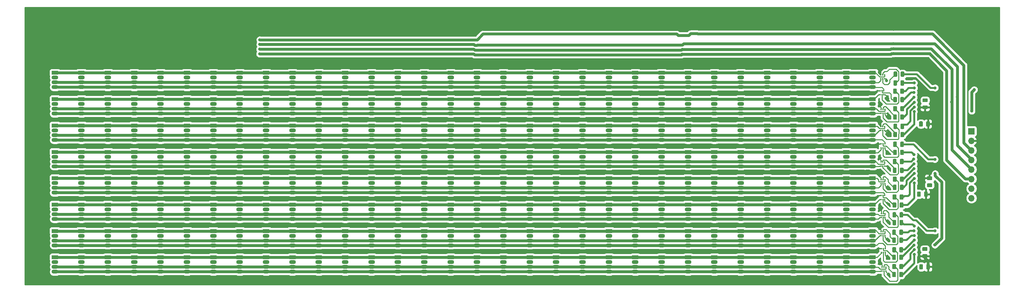
<source format=gbr>
G04 #@! TF.GenerationSoftware,KiCad,Pcbnew,(5.1.5)-3*
G04 #@! TF.CreationDate,2020-12-11T17:42:00+02:00*
G04 #@! TF.ProjectId,Led_matrica,4c65645f-6d61-4747-9269-63612e6b6963,rev?*
G04 #@! TF.SameCoordinates,Original*
G04 #@! TF.FileFunction,Copper,L2,Bot*
G04 #@! TF.FilePolarity,Positive*
%FSLAX46Y46*%
G04 Gerber Fmt 4.6, Leading zero omitted, Abs format (unit mm)*
G04 Created by KiCad (PCBNEW (5.1.5)-3) date 2020-12-11 17:42:00*
%MOMM*%
%LPD*%
G04 APERTURE LIST*
%ADD10O,1.800000X1.070000*%
%ADD11R,1.800000X1.070000*%
%ADD12R,1.700000X1.700000*%
%ADD13O,1.700000X1.700000*%
%ADD14C,0.100000*%
%ADD15R,0.300000X0.350000*%
%ADD16C,0.800000*%
%ADD17C,0.750000*%
%ADD18C,0.250000*%
%ADD19C,0.500000*%
%ADD20C,0.254000*%
G04 APERTURE END LIST*
D10*
X230690000Y-71890000D03*
X230690000Y-70620000D03*
X230690000Y-69350000D03*
D11*
X230690000Y-68080000D03*
D12*
X256900000Y-48580000D03*
D13*
X256900000Y-51120000D03*
X256900000Y-53660000D03*
X256900000Y-56200000D03*
X256900000Y-58740000D03*
X256900000Y-61280000D03*
X256900000Y-63820000D03*
X256900000Y-66360000D03*
D10*
X230690000Y-50890000D03*
X230690000Y-49620000D03*
X230690000Y-48350000D03*
D11*
X230690000Y-47080000D03*
D10*
X90690000Y-36890000D03*
X90690000Y-35620000D03*
X90690000Y-34350000D03*
D11*
X90690000Y-33080000D03*
X104690000Y-40080000D03*
D10*
X104690000Y-41350000D03*
X104690000Y-42620000D03*
X104690000Y-43890000D03*
X146690000Y-71890000D03*
X146690000Y-70620000D03*
X146690000Y-69350000D03*
D11*
X146690000Y-68080000D03*
X181690000Y-61080000D03*
D10*
X181690000Y-62350000D03*
X181690000Y-63620000D03*
X181690000Y-64890000D03*
G04 #@! TA.AperFunction,SMDPad,CuDef*
D14*
G36*
X243230142Y-64601174D02*
G01*
X243253803Y-64604684D01*
X243277007Y-64610496D01*
X243299529Y-64618554D01*
X243321153Y-64628782D01*
X243341670Y-64641079D01*
X243360883Y-64655329D01*
X243378607Y-64671393D01*
X243394671Y-64689117D01*
X243408921Y-64708330D01*
X243421218Y-64728847D01*
X243431446Y-64750471D01*
X243439504Y-64772993D01*
X243445316Y-64796197D01*
X243448826Y-64819858D01*
X243450000Y-64843750D01*
X243450000Y-65756250D01*
X243448826Y-65780142D01*
X243445316Y-65803803D01*
X243439504Y-65827007D01*
X243431446Y-65849529D01*
X243421218Y-65871153D01*
X243408921Y-65891670D01*
X243394671Y-65910883D01*
X243378607Y-65928607D01*
X243360883Y-65944671D01*
X243341670Y-65958921D01*
X243321153Y-65971218D01*
X243299529Y-65981446D01*
X243277007Y-65989504D01*
X243253803Y-65995316D01*
X243230142Y-65998826D01*
X243206250Y-66000000D01*
X242718750Y-66000000D01*
X242694858Y-65998826D01*
X242671197Y-65995316D01*
X242647993Y-65989504D01*
X242625471Y-65981446D01*
X242603847Y-65971218D01*
X242583330Y-65958921D01*
X242564117Y-65944671D01*
X242546393Y-65928607D01*
X242530329Y-65910883D01*
X242516079Y-65891670D01*
X242503782Y-65871153D01*
X242493554Y-65849529D01*
X242485496Y-65827007D01*
X242479684Y-65803803D01*
X242476174Y-65780142D01*
X242475000Y-65756250D01*
X242475000Y-64843750D01*
X242476174Y-64819858D01*
X242479684Y-64796197D01*
X242485496Y-64772993D01*
X242493554Y-64750471D01*
X242503782Y-64728847D01*
X242516079Y-64708330D01*
X242530329Y-64689117D01*
X242546393Y-64671393D01*
X242564117Y-64655329D01*
X242583330Y-64641079D01*
X242603847Y-64628782D01*
X242625471Y-64618554D01*
X242647993Y-64610496D01*
X242671197Y-64604684D01*
X242694858Y-64601174D01*
X242718750Y-64600000D01*
X243206250Y-64600000D01*
X243230142Y-64601174D01*
G37*
G04 #@! TD.AperFunction*
G04 #@! TA.AperFunction,SMDPad,CuDef*
G36*
X245105142Y-64601174D02*
G01*
X245128803Y-64604684D01*
X245152007Y-64610496D01*
X245174529Y-64618554D01*
X245196153Y-64628782D01*
X245216670Y-64641079D01*
X245235883Y-64655329D01*
X245253607Y-64671393D01*
X245269671Y-64689117D01*
X245283921Y-64708330D01*
X245296218Y-64728847D01*
X245306446Y-64750471D01*
X245314504Y-64772993D01*
X245320316Y-64796197D01*
X245323826Y-64819858D01*
X245325000Y-64843750D01*
X245325000Y-65756250D01*
X245323826Y-65780142D01*
X245320316Y-65803803D01*
X245314504Y-65827007D01*
X245306446Y-65849529D01*
X245296218Y-65871153D01*
X245283921Y-65891670D01*
X245269671Y-65910883D01*
X245253607Y-65928607D01*
X245235883Y-65944671D01*
X245216670Y-65958921D01*
X245196153Y-65971218D01*
X245174529Y-65981446D01*
X245152007Y-65989504D01*
X245128803Y-65995316D01*
X245105142Y-65998826D01*
X245081250Y-66000000D01*
X244593750Y-66000000D01*
X244569858Y-65998826D01*
X244546197Y-65995316D01*
X244522993Y-65989504D01*
X244500471Y-65981446D01*
X244478847Y-65971218D01*
X244458330Y-65958921D01*
X244439117Y-65944671D01*
X244421393Y-65928607D01*
X244405329Y-65910883D01*
X244391079Y-65891670D01*
X244378782Y-65871153D01*
X244368554Y-65849529D01*
X244360496Y-65827007D01*
X244354684Y-65803803D01*
X244351174Y-65780142D01*
X244350000Y-65756250D01*
X244350000Y-64843750D01*
X244351174Y-64819858D01*
X244354684Y-64796197D01*
X244360496Y-64772993D01*
X244368554Y-64750471D01*
X244378782Y-64728847D01*
X244391079Y-64708330D01*
X244405329Y-64689117D01*
X244421393Y-64671393D01*
X244439117Y-64655329D01*
X244458330Y-64641079D01*
X244478847Y-64628782D01*
X244500471Y-64618554D01*
X244522993Y-64610496D01*
X244546197Y-64604684D01*
X244569858Y-64601174D01*
X244593750Y-64600000D01*
X245081250Y-64600000D01*
X245105142Y-64601174D01*
G37*
G04 #@! TD.AperFunction*
G04 #@! TA.AperFunction,SMDPad,CuDef*
G36*
X245080142Y-39876174D02*
G01*
X245103803Y-39879684D01*
X245127007Y-39885496D01*
X245149529Y-39893554D01*
X245171153Y-39903782D01*
X245191670Y-39916079D01*
X245210883Y-39930329D01*
X245228607Y-39946393D01*
X245244671Y-39964117D01*
X245258921Y-39983330D01*
X245271218Y-40003847D01*
X245281446Y-40025471D01*
X245289504Y-40047993D01*
X245295316Y-40071197D01*
X245298826Y-40094858D01*
X245300000Y-40118750D01*
X245300000Y-40606250D01*
X245298826Y-40630142D01*
X245295316Y-40653803D01*
X245289504Y-40677007D01*
X245281446Y-40699529D01*
X245271218Y-40721153D01*
X245258921Y-40741670D01*
X245244671Y-40760883D01*
X245228607Y-40778607D01*
X245210883Y-40794671D01*
X245191670Y-40808921D01*
X245171153Y-40821218D01*
X245149529Y-40831446D01*
X245127007Y-40839504D01*
X245103803Y-40845316D01*
X245080142Y-40848826D01*
X245056250Y-40850000D01*
X244143750Y-40850000D01*
X244119858Y-40848826D01*
X244096197Y-40845316D01*
X244072993Y-40839504D01*
X244050471Y-40831446D01*
X244028847Y-40821218D01*
X244008330Y-40808921D01*
X243989117Y-40794671D01*
X243971393Y-40778607D01*
X243955329Y-40760883D01*
X243941079Y-40741670D01*
X243928782Y-40721153D01*
X243918554Y-40699529D01*
X243910496Y-40677007D01*
X243904684Y-40653803D01*
X243901174Y-40630142D01*
X243900000Y-40606250D01*
X243900000Y-40118750D01*
X243901174Y-40094858D01*
X243904684Y-40071197D01*
X243910496Y-40047993D01*
X243918554Y-40025471D01*
X243928782Y-40003847D01*
X243941079Y-39983330D01*
X243955329Y-39964117D01*
X243971393Y-39946393D01*
X243989117Y-39930329D01*
X244008330Y-39916079D01*
X244028847Y-39903782D01*
X244050471Y-39893554D01*
X244072993Y-39885496D01*
X244096197Y-39879684D01*
X244119858Y-39876174D01*
X244143750Y-39875000D01*
X245056250Y-39875000D01*
X245080142Y-39876174D01*
G37*
G04 #@! TD.AperFunction*
G04 #@! TA.AperFunction,SMDPad,CuDef*
G36*
X245080142Y-41751174D02*
G01*
X245103803Y-41754684D01*
X245127007Y-41760496D01*
X245149529Y-41768554D01*
X245171153Y-41778782D01*
X245191670Y-41791079D01*
X245210883Y-41805329D01*
X245228607Y-41821393D01*
X245244671Y-41839117D01*
X245258921Y-41858330D01*
X245271218Y-41878847D01*
X245281446Y-41900471D01*
X245289504Y-41922993D01*
X245295316Y-41946197D01*
X245298826Y-41969858D01*
X245300000Y-41993750D01*
X245300000Y-42481250D01*
X245298826Y-42505142D01*
X245295316Y-42528803D01*
X245289504Y-42552007D01*
X245281446Y-42574529D01*
X245271218Y-42596153D01*
X245258921Y-42616670D01*
X245244671Y-42635883D01*
X245228607Y-42653607D01*
X245210883Y-42669671D01*
X245191670Y-42683921D01*
X245171153Y-42696218D01*
X245149529Y-42706446D01*
X245127007Y-42714504D01*
X245103803Y-42720316D01*
X245080142Y-42723826D01*
X245056250Y-42725000D01*
X244143750Y-42725000D01*
X244119858Y-42723826D01*
X244096197Y-42720316D01*
X244072993Y-42714504D01*
X244050471Y-42706446D01*
X244028847Y-42696218D01*
X244008330Y-42683921D01*
X243989117Y-42669671D01*
X243971393Y-42653607D01*
X243955329Y-42635883D01*
X243941079Y-42616670D01*
X243928782Y-42596153D01*
X243918554Y-42574529D01*
X243910496Y-42552007D01*
X243904684Y-42528803D01*
X243901174Y-42505142D01*
X243900000Y-42481250D01*
X243900000Y-41993750D01*
X243901174Y-41969858D01*
X243904684Y-41946197D01*
X243910496Y-41922993D01*
X243918554Y-41900471D01*
X243928782Y-41878847D01*
X243941079Y-41858330D01*
X243955329Y-41839117D01*
X243971393Y-41821393D01*
X243989117Y-41805329D01*
X244008330Y-41791079D01*
X244028847Y-41778782D01*
X244050471Y-41768554D01*
X244072993Y-41760496D01*
X244096197Y-41754684D01*
X244119858Y-41751174D01*
X244143750Y-41750000D01*
X245056250Y-41750000D01*
X245080142Y-41751174D01*
G37*
G04 #@! TD.AperFunction*
D10*
X13690000Y-36890000D03*
X13690000Y-35620000D03*
X13690000Y-34350000D03*
D11*
X13690000Y-33080000D03*
X13690000Y-40080000D03*
D10*
X13690000Y-41350000D03*
X13690000Y-42620000D03*
X13690000Y-43890000D03*
D11*
X13690000Y-47080000D03*
D10*
X13690000Y-48350000D03*
X13690000Y-49620000D03*
X13690000Y-50890000D03*
D11*
X13690000Y-54080000D03*
D10*
X13690000Y-55350000D03*
X13690000Y-56620000D03*
X13690000Y-57890000D03*
D11*
X13690000Y-61080000D03*
D10*
X13690000Y-62350000D03*
X13690000Y-63620000D03*
X13690000Y-64890000D03*
D11*
X13690000Y-68080000D03*
D10*
X13690000Y-69350000D03*
X13690000Y-70620000D03*
X13690000Y-71890000D03*
D11*
X13690000Y-75080000D03*
D10*
X13690000Y-76350000D03*
X13690000Y-77620000D03*
X13690000Y-78890000D03*
D11*
X13690000Y-82080000D03*
D10*
X13690000Y-83350000D03*
X13690000Y-84620000D03*
X13690000Y-85890000D03*
D11*
X20690000Y-33080000D03*
D10*
X20690000Y-34350000D03*
X20690000Y-35620000D03*
X20690000Y-36890000D03*
X20690000Y-43890000D03*
X20690000Y-42620000D03*
X20690000Y-41350000D03*
D11*
X20690000Y-40080000D03*
D10*
X20690000Y-50890000D03*
X20690000Y-49620000D03*
X20690000Y-48350000D03*
D11*
X20690000Y-47080000D03*
D10*
X20690000Y-57890000D03*
X20690000Y-56620000D03*
X20690000Y-55350000D03*
D11*
X20690000Y-54080000D03*
D10*
X20690000Y-64890000D03*
X20690000Y-63620000D03*
X20690000Y-62350000D03*
D11*
X20690000Y-61080000D03*
D10*
X20690000Y-71890000D03*
X20690000Y-70620000D03*
X20690000Y-69350000D03*
D11*
X20690000Y-68080000D03*
D10*
X20690000Y-78890000D03*
X20690000Y-77620000D03*
X20690000Y-76350000D03*
D11*
X20690000Y-75080000D03*
X20690000Y-82080000D03*
D10*
X20690000Y-83350000D03*
X20690000Y-84620000D03*
X20690000Y-85890000D03*
X27690000Y-36890000D03*
X27690000Y-35620000D03*
X27690000Y-34350000D03*
D11*
X27690000Y-33080000D03*
D10*
X27690000Y-43890000D03*
X27690000Y-42620000D03*
X27690000Y-41350000D03*
D11*
X27690000Y-40080000D03*
D10*
X27690000Y-50890000D03*
X27690000Y-49620000D03*
X27690000Y-48350000D03*
D11*
X27690000Y-47080000D03*
D10*
X27690000Y-57890000D03*
X27690000Y-56620000D03*
X27690000Y-55350000D03*
D11*
X27690000Y-54080000D03*
D10*
X27690000Y-64890000D03*
X27690000Y-63620000D03*
X27690000Y-62350000D03*
D11*
X27690000Y-61080000D03*
D10*
X27690000Y-71890000D03*
X27690000Y-70620000D03*
X27690000Y-69350000D03*
D11*
X27690000Y-68080000D03*
X27690000Y-75080000D03*
D10*
X27690000Y-76350000D03*
X27690000Y-77620000D03*
X27690000Y-78890000D03*
D11*
X27690000Y-82080000D03*
D10*
X27690000Y-83350000D03*
X27690000Y-84620000D03*
X27690000Y-85890000D03*
D11*
X34690000Y-33080000D03*
D10*
X34690000Y-34350000D03*
X34690000Y-35620000D03*
X34690000Y-36890000D03*
D11*
X34690000Y-40080000D03*
D10*
X34690000Y-41350000D03*
X34690000Y-42620000D03*
X34690000Y-43890000D03*
D11*
X34690000Y-47080000D03*
D10*
X34690000Y-48350000D03*
X34690000Y-49620000D03*
X34690000Y-50890000D03*
D11*
X34690000Y-54080000D03*
D10*
X34690000Y-55350000D03*
X34690000Y-56620000D03*
X34690000Y-57890000D03*
D11*
X34690000Y-61080000D03*
D10*
X34690000Y-62350000D03*
X34690000Y-63620000D03*
X34690000Y-64890000D03*
X34690000Y-71890000D03*
X34690000Y-70620000D03*
X34690000Y-69350000D03*
D11*
X34690000Y-68080000D03*
D10*
X34690000Y-78890000D03*
X34690000Y-77620000D03*
X34690000Y-76350000D03*
D11*
X34690000Y-75080000D03*
D10*
X34690000Y-85890000D03*
X34690000Y-84620000D03*
X34690000Y-83350000D03*
D11*
X34690000Y-82080000D03*
X41690000Y-33080000D03*
D10*
X41690000Y-34350000D03*
X41690000Y-35620000D03*
X41690000Y-36890000D03*
X41690000Y-43890000D03*
X41690000Y-42620000D03*
X41690000Y-41350000D03*
D11*
X41690000Y-40080000D03*
D10*
X41690000Y-50890000D03*
X41690000Y-49620000D03*
X41690000Y-48350000D03*
D11*
X41690000Y-47080000D03*
D10*
X41690000Y-57890000D03*
X41690000Y-56620000D03*
X41690000Y-55350000D03*
D11*
X41690000Y-54080000D03*
D10*
X41690000Y-64890000D03*
X41690000Y-63620000D03*
X41690000Y-62350000D03*
D11*
X41690000Y-61080000D03*
X41690000Y-68080000D03*
D10*
X41690000Y-69350000D03*
X41690000Y-70620000D03*
X41690000Y-71890000D03*
D11*
X41690000Y-75080000D03*
D10*
X41690000Y-76350000D03*
X41690000Y-77620000D03*
X41690000Y-78890000D03*
D11*
X41690000Y-82080000D03*
D10*
X41690000Y-83350000D03*
X41690000Y-84620000D03*
X41690000Y-85890000D03*
D11*
X48690000Y-33080000D03*
D10*
X48690000Y-34350000D03*
X48690000Y-35620000D03*
X48690000Y-36890000D03*
D11*
X48690000Y-40080000D03*
D10*
X48690000Y-41350000D03*
X48690000Y-42620000D03*
X48690000Y-43890000D03*
D11*
X48690000Y-47080000D03*
D10*
X48690000Y-48350000D03*
X48690000Y-49620000D03*
X48690000Y-50890000D03*
D11*
X48690000Y-54080000D03*
D10*
X48690000Y-55350000D03*
X48690000Y-56620000D03*
X48690000Y-57890000D03*
D11*
X48690000Y-61080000D03*
D10*
X48690000Y-62350000D03*
X48690000Y-63620000D03*
X48690000Y-64890000D03*
X48690000Y-71890000D03*
X48690000Y-70620000D03*
X48690000Y-69350000D03*
D11*
X48690000Y-68080000D03*
D10*
X48690000Y-78890000D03*
X48690000Y-77620000D03*
X48690000Y-76350000D03*
D11*
X48690000Y-75080000D03*
D10*
X48690000Y-85890000D03*
X48690000Y-84620000D03*
X48690000Y-83350000D03*
D11*
X48690000Y-82080000D03*
D10*
X55690000Y-36890000D03*
X55690000Y-35620000D03*
X55690000Y-34350000D03*
D11*
X55690000Y-33080000D03*
D10*
X55690000Y-43890000D03*
X55690000Y-42620000D03*
X55690000Y-41350000D03*
D11*
X55690000Y-40080000D03*
D10*
X55690000Y-50890000D03*
X55690000Y-49620000D03*
X55690000Y-48350000D03*
D11*
X55690000Y-47080000D03*
D10*
X55690000Y-57890000D03*
X55690000Y-56620000D03*
X55690000Y-55350000D03*
D11*
X55690000Y-54080000D03*
D10*
X55690000Y-64890000D03*
X55690000Y-63620000D03*
X55690000Y-62350000D03*
D11*
X55690000Y-61080000D03*
D10*
X55690000Y-71890000D03*
X55690000Y-70620000D03*
X55690000Y-69350000D03*
D11*
X55690000Y-68080000D03*
D10*
X55690000Y-78890000D03*
X55690000Y-77620000D03*
X55690000Y-76350000D03*
D11*
X55690000Y-75080000D03*
D10*
X55690000Y-85890000D03*
X55690000Y-84620000D03*
X55690000Y-83350000D03*
D11*
X55690000Y-82080000D03*
X62690000Y-33080000D03*
D10*
X62690000Y-34350000D03*
X62690000Y-35620000D03*
X62690000Y-36890000D03*
D11*
X62690000Y-40080000D03*
D10*
X62690000Y-41350000D03*
X62690000Y-42620000D03*
X62690000Y-43890000D03*
D11*
X62690000Y-47080000D03*
D10*
X62690000Y-48350000D03*
X62690000Y-49620000D03*
X62690000Y-50890000D03*
X62690000Y-57890000D03*
X62690000Y-56620000D03*
X62690000Y-55350000D03*
D11*
X62690000Y-54080000D03*
X62690000Y-61080000D03*
D10*
X62690000Y-62350000D03*
X62690000Y-63620000D03*
X62690000Y-64890000D03*
D11*
X62690000Y-68080000D03*
D10*
X62690000Y-69350000D03*
X62690000Y-70620000D03*
X62690000Y-71890000D03*
D11*
X62690000Y-75080000D03*
D10*
X62690000Y-76350000D03*
X62690000Y-77620000D03*
X62690000Y-78890000D03*
D11*
X62690000Y-82080000D03*
D10*
X62690000Y-83350000D03*
X62690000Y-84620000D03*
X62690000Y-85890000D03*
X69690000Y-36890000D03*
X69690000Y-35620000D03*
X69690000Y-34350000D03*
D11*
X69690000Y-33080000D03*
X69690000Y-40080000D03*
D10*
X69690000Y-41350000D03*
X69690000Y-42620000D03*
X69690000Y-43890000D03*
D11*
X69690000Y-47080000D03*
D10*
X69690000Y-48350000D03*
X69690000Y-49620000D03*
X69690000Y-50890000D03*
D11*
X69690000Y-54080000D03*
D10*
X69690000Y-55350000D03*
X69690000Y-56620000D03*
X69690000Y-57890000D03*
D11*
X69690000Y-61080000D03*
D10*
X69690000Y-62350000D03*
X69690000Y-63620000D03*
X69690000Y-64890000D03*
D11*
X69690000Y-68080000D03*
D10*
X69690000Y-69350000D03*
X69690000Y-70620000D03*
X69690000Y-71890000D03*
D11*
X69690000Y-75080000D03*
D10*
X69690000Y-76350000D03*
X69690000Y-77620000D03*
X69690000Y-78890000D03*
D11*
X69690000Y-82080000D03*
D10*
X69690000Y-83350000D03*
X69690000Y-84620000D03*
X69690000Y-85890000D03*
X76690000Y-36890000D03*
X76690000Y-35620000D03*
X76690000Y-34350000D03*
D11*
X76690000Y-33080000D03*
D10*
X76690000Y-43890000D03*
X76690000Y-42620000D03*
X76690000Y-41350000D03*
D11*
X76690000Y-40080000D03*
D10*
X76690000Y-50890000D03*
X76690000Y-49620000D03*
X76690000Y-48350000D03*
D11*
X76690000Y-47080000D03*
D10*
X76690000Y-57890000D03*
X76690000Y-56620000D03*
X76690000Y-55350000D03*
D11*
X76690000Y-54080000D03*
D10*
X76690000Y-64890000D03*
X76690000Y-63620000D03*
X76690000Y-62350000D03*
D11*
X76690000Y-61080000D03*
D10*
X76690000Y-71890000D03*
X76690000Y-70620000D03*
X76690000Y-69350000D03*
D11*
X76690000Y-68080000D03*
D10*
X76690000Y-78890000D03*
X76690000Y-77620000D03*
X76690000Y-76350000D03*
D11*
X76690000Y-75080000D03*
D10*
X76690000Y-85890000D03*
X76690000Y-84620000D03*
X76690000Y-83350000D03*
D11*
X76690000Y-82080000D03*
X83690000Y-33080000D03*
D10*
X83690000Y-34350000D03*
X83690000Y-35620000D03*
X83690000Y-36890000D03*
D11*
X83690000Y-40080000D03*
D10*
X83690000Y-41350000D03*
X83690000Y-42620000D03*
X83690000Y-43890000D03*
D11*
X83690000Y-47080000D03*
D10*
X83690000Y-48350000D03*
X83690000Y-49620000D03*
X83690000Y-50890000D03*
X83690000Y-57890000D03*
X83690000Y-56620000D03*
X83690000Y-55350000D03*
D11*
X83690000Y-54080000D03*
D10*
X83690000Y-64890000D03*
X83690000Y-63620000D03*
X83690000Y-62350000D03*
D11*
X83690000Y-61080000D03*
X83690000Y-68080000D03*
D10*
X83690000Y-69350000D03*
X83690000Y-70620000D03*
X83690000Y-71890000D03*
D11*
X83690000Y-75080000D03*
D10*
X83690000Y-76350000D03*
X83690000Y-77620000D03*
X83690000Y-78890000D03*
D11*
X83690000Y-82080000D03*
D10*
X83690000Y-83350000D03*
X83690000Y-84620000D03*
X83690000Y-85890000D03*
X90690000Y-43890000D03*
X90690000Y-42620000D03*
X90690000Y-41350000D03*
D11*
X90690000Y-40080000D03*
X90690000Y-47080000D03*
D10*
X90690000Y-48350000D03*
X90690000Y-49620000D03*
X90690000Y-50890000D03*
D11*
X90690000Y-54080000D03*
D10*
X90690000Y-55350000D03*
X90690000Y-56620000D03*
X90690000Y-57890000D03*
D11*
X90690000Y-61080000D03*
D10*
X90690000Y-62350000D03*
X90690000Y-63620000D03*
X90690000Y-64890000D03*
X90690000Y-71890000D03*
X90690000Y-70620000D03*
X90690000Y-69350000D03*
D11*
X90690000Y-68080000D03*
D10*
X90690000Y-78890000D03*
X90690000Y-77620000D03*
X90690000Y-76350000D03*
D11*
X90690000Y-75080000D03*
D10*
X90690000Y-85890000D03*
X90690000Y-84620000D03*
X90690000Y-83350000D03*
D11*
X90690000Y-82080000D03*
X97690000Y-33080000D03*
D10*
X97690000Y-34350000D03*
X97690000Y-35620000D03*
X97690000Y-36890000D03*
X97690000Y-43890000D03*
X97690000Y-42620000D03*
X97690000Y-41350000D03*
D11*
X97690000Y-40080000D03*
D10*
X97690000Y-50890000D03*
X97690000Y-49620000D03*
X97690000Y-48350000D03*
D11*
X97690000Y-47080000D03*
D10*
X97690000Y-57890000D03*
X97690000Y-56620000D03*
X97690000Y-55350000D03*
D11*
X97690000Y-54080000D03*
D10*
X97690000Y-64890000D03*
X97690000Y-63620000D03*
X97690000Y-62350000D03*
D11*
X97690000Y-61080000D03*
D10*
X97690000Y-71890000D03*
X97690000Y-70620000D03*
X97690000Y-69350000D03*
D11*
X97690000Y-68080000D03*
D10*
X97690000Y-78890000D03*
X97690000Y-77620000D03*
X97690000Y-76350000D03*
D11*
X97690000Y-75080000D03*
D10*
X97690000Y-85890000D03*
X97690000Y-84620000D03*
X97690000Y-83350000D03*
D11*
X97690000Y-82080000D03*
D10*
X104690000Y-36890000D03*
X104690000Y-35620000D03*
X104690000Y-34350000D03*
D11*
X104690000Y-33080000D03*
X104690000Y-47080000D03*
D10*
X104690000Y-48350000D03*
X104690000Y-49620000D03*
X104690000Y-50890000D03*
D11*
X104690000Y-54080000D03*
D10*
X104690000Y-55350000D03*
X104690000Y-56620000D03*
X104690000Y-57890000D03*
D11*
X104690000Y-61080000D03*
D10*
X104690000Y-62350000D03*
X104690000Y-63620000D03*
X104690000Y-64890000D03*
D11*
X104690000Y-68080000D03*
D10*
X104690000Y-69350000D03*
X104690000Y-70620000D03*
X104690000Y-71890000D03*
D11*
X104690000Y-75080000D03*
D10*
X104690000Y-76350000D03*
X104690000Y-77620000D03*
X104690000Y-78890000D03*
D11*
X104690000Y-82080000D03*
D10*
X104690000Y-83350000D03*
X104690000Y-84620000D03*
X104690000Y-85890000D03*
D11*
X111690000Y-33080000D03*
D10*
X111690000Y-34350000D03*
X111690000Y-35620000D03*
X111690000Y-36890000D03*
D11*
X111690000Y-40080000D03*
D10*
X111690000Y-41350000D03*
X111690000Y-42620000D03*
X111690000Y-43890000D03*
D11*
X111690000Y-47080000D03*
D10*
X111690000Y-48350000D03*
X111690000Y-49620000D03*
X111690000Y-50890000D03*
D11*
X111690000Y-54080000D03*
D10*
X111690000Y-55350000D03*
X111690000Y-56620000D03*
X111690000Y-57890000D03*
D11*
X111690000Y-61080000D03*
D10*
X111690000Y-62350000D03*
X111690000Y-63620000D03*
X111690000Y-64890000D03*
D11*
X111690000Y-68080000D03*
D10*
X111690000Y-69350000D03*
X111690000Y-70620000D03*
X111690000Y-71890000D03*
D11*
X111690000Y-75080000D03*
D10*
X111690000Y-76350000D03*
X111690000Y-77620000D03*
X111690000Y-78890000D03*
D11*
X111690000Y-82080000D03*
D10*
X111690000Y-83350000D03*
X111690000Y-84620000D03*
X111690000Y-85890000D03*
X118690000Y-36890000D03*
X118690000Y-35620000D03*
X118690000Y-34350000D03*
D11*
X118690000Y-33080000D03*
D10*
X118690000Y-43890000D03*
X118690000Y-42620000D03*
X118690000Y-41350000D03*
D11*
X118690000Y-40080000D03*
D10*
X118690000Y-50890000D03*
X118690000Y-49620000D03*
X118690000Y-48350000D03*
D11*
X118690000Y-47080000D03*
D10*
X118690000Y-57890000D03*
X118690000Y-56620000D03*
X118690000Y-55350000D03*
D11*
X118690000Y-54080000D03*
D10*
X118690000Y-64890000D03*
X118690000Y-63620000D03*
X118690000Y-62350000D03*
D11*
X118690000Y-61080000D03*
D10*
X118690000Y-71890000D03*
X118690000Y-70620000D03*
X118690000Y-69350000D03*
D11*
X118690000Y-68080000D03*
D10*
X118690000Y-78890000D03*
X118690000Y-77620000D03*
X118690000Y-76350000D03*
D11*
X118690000Y-75080000D03*
D10*
X118690000Y-85890000D03*
X118690000Y-84620000D03*
X118690000Y-83350000D03*
D11*
X118690000Y-82080000D03*
D10*
X125690000Y-36890000D03*
X125690000Y-35620000D03*
X125690000Y-34350000D03*
D11*
X125690000Y-33080000D03*
D10*
X125690000Y-43890000D03*
X125690000Y-42620000D03*
X125690000Y-41350000D03*
D11*
X125690000Y-40080000D03*
D10*
X125690000Y-50890000D03*
X125690000Y-49620000D03*
X125690000Y-48350000D03*
D11*
X125690000Y-47080000D03*
X125690000Y-54080000D03*
D10*
X125690000Y-55350000D03*
X125690000Y-56620000D03*
X125690000Y-57890000D03*
X125690000Y-64890000D03*
X125690000Y-63620000D03*
X125690000Y-62350000D03*
D11*
X125690000Y-61080000D03*
D10*
X125690000Y-71890000D03*
X125690000Y-70620000D03*
X125690000Y-69350000D03*
D11*
X125690000Y-68080000D03*
D10*
X125690000Y-78890000D03*
X125690000Y-77620000D03*
X125690000Y-76350000D03*
D11*
X125690000Y-75080000D03*
D10*
X125690000Y-85890000D03*
X125690000Y-84620000D03*
X125690000Y-83350000D03*
D11*
X125690000Y-82080000D03*
X132690000Y-33080000D03*
D10*
X132690000Y-34350000D03*
X132690000Y-35620000D03*
X132690000Y-36890000D03*
D11*
X132690000Y-40080000D03*
D10*
X132690000Y-41350000D03*
X132690000Y-42620000D03*
X132690000Y-43890000D03*
D11*
X132690000Y-47080000D03*
D10*
X132690000Y-48350000D03*
X132690000Y-49620000D03*
X132690000Y-50890000D03*
D11*
X132690000Y-54080000D03*
D10*
X132690000Y-55350000D03*
X132690000Y-56620000D03*
X132690000Y-57890000D03*
D11*
X132690000Y-61080000D03*
D10*
X132690000Y-62350000D03*
X132690000Y-63620000D03*
X132690000Y-64890000D03*
D11*
X132690000Y-68080000D03*
D10*
X132690000Y-69350000D03*
X132690000Y-70620000D03*
X132690000Y-71890000D03*
D11*
X132690000Y-75080000D03*
D10*
X132690000Y-76350000D03*
X132690000Y-77620000D03*
X132690000Y-78890000D03*
X132690000Y-85890000D03*
X132690000Y-84620000D03*
X132690000Y-83350000D03*
D11*
X132690000Y-82080000D03*
X139690000Y-33080000D03*
D10*
X139690000Y-34350000D03*
X139690000Y-35620000D03*
X139690000Y-36890000D03*
D11*
X139690000Y-40080000D03*
D10*
X139690000Y-41350000D03*
X139690000Y-42620000D03*
X139690000Y-43890000D03*
D11*
X139690000Y-47080000D03*
D10*
X139690000Y-48350000D03*
X139690000Y-49620000D03*
X139690000Y-50890000D03*
D11*
X139690000Y-54080000D03*
D10*
X139690000Y-55350000D03*
X139690000Y-56620000D03*
X139690000Y-57890000D03*
D11*
X139690000Y-61080000D03*
D10*
X139690000Y-62350000D03*
X139690000Y-63620000D03*
X139690000Y-64890000D03*
X139690000Y-71890000D03*
X139690000Y-70620000D03*
X139690000Y-69350000D03*
D11*
X139690000Y-68080000D03*
D10*
X139690000Y-78890000D03*
X139690000Y-77620000D03*
X139690000Y-76350000D03*
D11*
X139690000Y-75080000D03*
D10*
X139690000Y-85890000D03*
X139690000Y-84620000D03*
X139690000Y-83350000D03*
D11*
X139690000Y-82080000D03*
D10*
X146690000Y-36890000D03*
X146690000Y-35620000D03*
X146690000Y-34350000D03*
D11*
X146690000Y-33080000D03*
D10*
X146690000Y-43890000D03*
X146690000Y-42620000D03*
X146690000Y-41350000D03*
D11*
X146690000Y-40080000D03*
D10*
X146690000Y-50890000D03*
X146690000Y-49620000D03*
X146690000Y-48350000D03*
D11*
X146690000Y-47080000D03*
D10*
X146690000Y-57890000D03*
X146690000Y-56620000D03*
X146690000Y-55350000D03*
D11*
X146690000Y-54080000D03*
D10*
X146690000Y-64890000D03*
X146690000Y-63620000D03*
X146690000Y-62350000D03*
D11*
X146690000Y-61080000D03*
X146690000Y-75080000D03*
D10*
X146690000Y-76350000D03*
X146690000Y-77620000D03*
X146690000Y-78890000D03*
D11*
X146690000Y-82080000D03*
D10*
X146690000Y-83350000D03*
X146690000Y-84620000D03*
X146690000Y-85890000D03*
D11*
X153690000Y-33080000D03*
D10*
X153690000Y-34350000D03*
X153690000Y-35620000D03*
X153690000Y-36890000D03*
D11*
X153690000Y-40080000D03*
D10*
X153690000Y-41350000D03*
X153690000Y-42620000D03*
X153690000Y-43890000D03*
D11*
X153690000Y-47080000D03*
D10*
X153690000Y-48350000D03*
X153690000Y-49620000D03*
X153690000Y-50890000D03*
D11*
X153690000Y-54080000D03*
D10*
X153690000Y-55350000D03*
X153690000Y-56620000D03*
X153690000Y-57890000D03*
X153690000Y-64890000D03*
X153690000Y-63620000D03*
X153690000Y-62350000D03*
D11*
X153690000Y-61080000D03*
D10*
X153690000Y-71890000D03*
X153690000Y-70620000D03*
X153690000Y-69350000D03*
D11*
X153690000Y-68080000D03*
D10*
X153690000Y-78890000D03*
X153690000Y-77620000D03*
X153690000Y-76350000D03*
D11*
X153690000Y-75080000D03*
D10*
X153690000Y-85890000D03*
X153690000Y-84620000D03*
X153690000Y-83350000D03*
D11*
X153690000Y-82080000D03*
D10*
X160690000Y-36890000D03*
X160690000Y-35620000D03*
X160690000Y-34350000D03*
D11*
X160690000Y-33080000D03*
D10*
X160690000Y-43890000D03*
X160690000Y-42620000D03*
X160690000Y-41350000D03*
D11*
X160690000Y-40080000D03*
D10*
X160690000Y-50890000D03*
X160690000Y-49620000D03*
X160690000Y-48350000D03*
D11*
X160690000Y-47080000D03*
D10*
X160690000Y-57890000D03*
X160690000Y-56620000D03*
X160690000Y-55350000D03*
D11*
X160690000Y-54080000D03*
X160690000Y-61080000D03*
D10*
X160690000Y-62350000D03*
X160690000Y-63620000D03*
X160690000Y-64890000D03*
D11*
X160690000Y-68080000D03*
D10*
X160690000Y-69350000D03*
X160690000Y-70620000D03*
X160690000Y-71890000D03*
D11*
X160690000Y-75080000D03*
D10*
X160690000Y-76350000D03*
X160690000Y-77620000D03*
X160690000Y-78890000D03*
D11*
X160690000Y-82080000D03*
D10*
X160690000Y-83350000D03*
X160690000Y-84620000D03*
X160690000Y-85890000D03*
D11*
X167690000Y-33080000D03*
D10*
X167690000Y-34350000D03*
X167690000Y-35620000D03*
X167690000Y-36890000D03*
D11*
X167690000Y-40080000D03*
D10*
X167690000Y-41350000D03*
X167690000Y-42620000D03*
X167690000Y-43890000D03*
D11*
X167690000Y-47080000D03*
D10*
X167690000Y-48350000D03*
X167690000Y-49620000D03*
X167690000Y-50890000D03*
D11*
X167690000Y-54080000D03*
D10*
X167690000Y-55350000D03*
X167690000Y-56620000D03*
X167690000Y-57890000D03*
D11*
X167690000Y-61080000D03*
D10*
X167690000Y-62350000D03*
X167690000Y-63620000D03*
X167690000Y-64890000D03*
D11*
X167690000Y-68080000D03*
D10*
X167690000Y-69350000D03*
X167690000Y-70620000D03*
X167690000Y-71890000D03*
D11*
X167690000Y-75080000D03*
D10*
X167690000Y-76350000D03*
X167690000Y-77620000D03*
X167690000Y-78890000D03*
D11*
X167690000Y-82080000D03*
D10*
X167690000Y-83350000D03*
X167690000Y-84620000D03*
X167690000Y-85890000D03*
X174690000Y-36890000D03*
X174690000Y-35620000D03*
X174690000Y-34350000D03*
D11*
X174690000Y-33080000D03*
D10*
X174690000Y-43890000D03*
X174690000Y-42620000D03*
X174690000Y-41350000D03*
D11*
X174690000Y-40080000D03*
D10*
X174690000Y-50890000D03*
X174690000Y-49620000D03*
X174690000Y-48350000D03*
D11*
X174690000Y-47080000D03*
D10*
X174690000Y-57890000D03*
X174690000Y-56620000D03*
X174690000Y-55350000D03*
D11*
X174690000Y-54080000D03*
D10*
X174690000Y-64890000D03*
X174690000Y-63620000D03*
X174690000Y-62350000D03*
D11*
X174690000Y-61080000D03*
X174690000Y-68080000D03*
D10*
X174690000Y-69350000D03*
X174690000Y-70620000D03*
X174690000Y-71890000D03*
X174690000Y-78890000D03*
X174690000Y-77620000D03*
X174690000Y-76350000D03*
D11*
X174690000Y-75080000D03*
D10*
X174690000Y-85890000D03*
X174690000Y-84620000D03*
X174690000Y-83350000D03*
D11*
X174690000Y-82080000D03*
D10*
X181690000Y-36890000D03*
X181690000Y-35620000D03*
X181690000Y-34350000D03*
D11*
X181690000Y-33080000D03*
D10*
X181690000Y-43890000D03*
X181690000Y-42620000D03*
X181690000Y-41350000D03*
D11*
X181690000Y-40080000D03*
D10*
X181690000Y-50890000D03*
X181690000Y-49620000D03*
X181690000Y-48350000D03*
D11*
X181690000Y-47080000D03*
D10*
X181690000Y-57890000D03*
X181690000Y-56620000D03*
X181690000Y-55350000D03*
D11*
X181690000Y-54080000D03*
D10*
X181690000Y-71890000D03*
X181690000Y-70620000D03*
X181690000Y-69350000D03*
D11*
X181690000Y-68080000D03*
D10*
X181690000Y-78890000D03*
X181690000Y-77620000D03*
X181690000Y-76350000D03*
D11*
X181690000Y-75080000D03*
D10*
X181690000Y-85890000D03*
X181690000Y-84620000D03*
X181690000Y-83350000D03*
D11*
X181690000Y-82080000D03*
X188690000Y-33080000D03*
D10*
X188690000Y-34350000D03*
X188690000Y-35620000D03*
X188690000Y-36890000D03*
D11*
X188690000Y-40080000D03*
D10*
X188690000Y-41350000D03*
X188690000Y-42620000D03*
X188690000Y-43890000D03*
D11*
X188690000Y-47080000D03*
D10*
X188690000Y-48350000D03*
X188690000Y-49620000D03*
X188690000Y-50890000D03*
D11*
X188690000Y-54080000D03*
D10*
X188690000Y-55350000D03*
X188690000Y-56620000D03*
X188690000Y-57890000D03*
D11*
X188690000Y-61080000D03*
D10*
X188690000Y-62350000D03*
X188690000Y-63620000D03*
X188690000Y-64890000D03*
D11*
X188690000Y-68080000D03*
D10*
X188690000Y-69350000D03*
X188690000Y-70620000D03*
X188690000Y-71890000D03*
D11*
X188690000Y-75080000D03*
D10*
X188690000Y-76350000D03*
X188690000Y-77620000D03*
X188690000Y-78890000D03*
D11*
X188690000Y-82080000D03*
D10*
X188690000Y-83350000D03*
X188690000Y-84620000D03*
X188690000Y-85890000D03*
X195690000Y-36890000D03*
X195690000Y-35620000D03*
X195690000Y-34350000D03*
D11*
X195690000Y-33080000D03*
D10*
X195690000Y-43890000D03*
X195690000Y-42620000D03*
X195690000Y-41350000D03*
D11*
X195690000Y-40080000D03*
D10*
X195690000Y-50890000D03*
X195690000Y-49620000D03*
X195690000Y-48350000D03*
D11*
X195690000Y-47080000D03*
D10*
X195690000Y-57890000D03*
X195690000Y-56620000D03*
X195690000Y-55350000D03*
D11*
X195690000Y-54080000D03*
D10*
X195690000Y-64890000D03*
X195690000Y-63620000D03*
X195690000Y-62350000D03*
D11*
X195690000Y-61080000D03*
X195690000Y-68080000D03*
D10*
X195690000Y-69350000D03*
X195690000Y-70620000D03*
X195690000Y-71890000D03*
D11*
X195690000Y-75080000D03*
D10*
X195690000Y-76350000D03*
X195690000Y-77620000D03*
X195690000Y-78890000D03*
D11*
X195690000Y-82080000D03*
D10*
X195690000Y-83350000D03*
X195690000Y-84620000D03*
X195690000Y-85890000D03*
D11*
X202690000Y-33080000D03*
D10*
X202690000Y-34350000D03*
X202690000Y-35620000D03*
X202690000Y-36890000D03*
X202690000Y-43890000D03*
X202690000Y-42620000D03*
X202690000Y-41350000D03*
D11*
X202690000Y-40080000D03*
X202690000Y-47080000D03*
D10*
X202690000Y-48350000D03*
X202690000Y-49620000D03*
X202690000Y-50890000D03*
D11*
X202690000Y-54080000D03*
D10*
X202690000Y-55350000D03*
X202690000Y-56620000D03*
X202690000Y-57890000D03*
D11*
X202690000Y-61080000D03*
D10*
X202690000Y-62350000D03*
X202690000Y-63620000D03*
X202690000Y-64890000D03*
X202690000Y-71890000D03*
X202690000Y-70620000D03*
X202690000Y-69350000D03*
D11*
X202690000Y-68080000D03*
D10*
X202690000Y-78890000D03*
X202690000Y-77620000D03*
X202690000Y-76350000D03*
D11*
X202690000Y-75080000D03*
D10*
X202690000Y-85890000D03*
X202690000Y-84620000D03*
X202690000Y-83350000D03*
D11*
X202690000Y-82080000D03*
D10*
X209690000Y-36890000D03*
X209690000Y-35620000D03*
X209690000Y-34350000D03*
D11*
X209690000Y-33080000D03*
D10*
X209690000Y-43890000D03*
X209690000Y-42620000D03*
X209690000Y-41350000D03*
D11*
X209690000Y-40080000D03*
D10*
X209690000Y-50890000D03*
X209690000Y-49620000D03*
X209690000Y-48350000D03*
D11*
X209690000Y-47080000D03*
D10*
X209690000Y-57890000D03*
X209690000Y-56620000D03*
X209690000Y-55350000D03*
D11*
X209690000Y-54080000D03*
D10*
X209690000Y-64890000D03*
X209690000Y-63620000D03*
X209690000Y-62350000D03*
D11*
X209690000Y-61080000D03*
X209690000Y-68080000D03*
D10*
X209690000Y-69350000D03*
X209690000Y-70620000D03*
X209690000Y-71890000D03*
D11*
X209690000Y-75080000D03*
D10*
X209690000Y-76350000D03*
X209690000Y-77620000D03*
X209690000Y-78890000D03*
X209690000Y-85890000D03*
X209690000Y-84620000D03*
X209690000Y-83350000D03*
D11*
X209690000Y-82080000D03*
D10*
X216690000Y-36890000D03*
X216690000Y-35620000D03*
X216690000Y-34350000D03*
D11*
X216690000Y-33080000D03*
X216690000Y-40080000D03*
D10*
X216690000Y-41350000D03*
X216690000Y-42620000D03*
X216690000Y-43890000D03*
D11*
X216690000Y-47080000D03*
D10*
X216690000Y-48350000D03*
X216690000Y-49620000D03*
X216690000Y-50890000D03*
D11*
X216690000Y-54080000D03*
D10*
X216690000Y-55350000D03*
X216690000Y-56620000D03*
X216690000Y-57890000D03*
D11*
X216690000Y-61080000D03*
D10*
X216690000Y-62350000D03*
X216690000Y-63620000D03*
X216690000Y-64890000D03*
D11*
X216690000Y-68080000D03*
D10*
X216690000Y-69350000D03*
X216690000Y-70620000D03*
X216690000Y-71890000D03*
D11*
X216690000Y-75080000D03*
D10*
X216690000Y-76350000D03*
X216690000Y-77620000D03*
X216690000Y-78890000D03*
D11*
X216690000Y-82080000D03*
D10*
X216690000Y-83350000D03*
X216690000Y-84620000D03*
X216690000Y-85890000D03*
D11*
X223690000Y-33080000D03*
D10*
X223690000Y-34350000D03*
X223690000Y-35620000D03*
X223690000Y-36890000D03*
D11*
X223690000Y-40080000D03*
D10*
X223690000Y-41350000D03*
X223690000Y-42620000D03*
X223690000Y-43890000D03*
D11*
X223690000Y-47080000D03*
D10*
X223690000Y-48350000D03*
X223690000Y-49620000D03*
X223690000Y-50890000D03*
D11*
X223690000Y-54080000D03*
D10*
X223690000Y-55350000D03*
X223690000Y-56620000D03*
X223690000Y-57890000D03*
D11*
X223690000Y-61080000D03*
D10*
X223690000Y-62350000D03*
X223690000Y-63620000D03*
X223690000Y-64890000D03*
X223690000Y-71890000D03*
X223690000Y-70620000D03*
X223690000Y-69350000D03*
D11*
X223690000Y-68080000D03*
X223690000Y-75080000D03*
D10*
X223690000Y-76350000D03*
X223690000Y-77620000D03*
X223690000Y-78890000D03*
D11*
X223690000Y-82080000D03*
D10*
X223690000Y-83350000D03*
X223690000Y-84620000D03*
X223690000Y-85890000D03*
X230690000Y-36890000D03*
X230690000Y-35620000D03*
X230690000Y-34350000D03*
D11*
X230690000Y-33080000D03*
D10*
X230690000Y-43890000D03*
X230690000Y-42620000D03*
X230690000Y-41350000D03*
D11*
X230690000Y-40080000D03*
D10*
X230690000Y-57890000D03*
X230690000Y-56620000D03*
X230690000Y-55350000D03*
D11*
X230690000Y-54080000D03*
D10*
X230690000Y-64890000D03*
X230690000Y-63620000D03*
X230690000Y-62350000D03*
D11*
X230690000Y-61080000D03*
D10*
X230690000Y-78890000D03*
X230690000Y-77620000D03*
X230690000Y-76350000D03*
D11*
X230690000Y-75080000D03*
D10*
X230690000Y-85890000D03*
X230690000Y-84620000D03*
X230690000Y-83350000D03*
D11*
X230690000Y-82080000D03*
G04 #@! TA.AperFunction,SMDPad,CuDef*
D14*
G36*
X246280142Y-60576174D02*
G01*
X246303803Y-60579684D01*
X246327007Y-60585496D01*
X246349529Y-60593554D01*
X246371153Y-60603782D01*
X246391670Y-60616079D01*
X246410883Y-60630329D01*
X246428607Y-60646393D01*
X246444671Y-60664117D01*
X246458921Y-60683330D01*
X246471218Y-60703847D01*
X246481446Y-60725471D01*
X246489504Y-60747993D01*
X246495316Y-60771197D01*
X246498826Y-60794858D01*
X246500000Y-60818750D01*
X246500000Y-61306250D01*
X246498826Y-61330142D01*
X246495316Y-61353803D01*
X246489504Y-61377007D01*
X246481446Y-61399529D01*
X246471218Y-61421153D01*
X246458921Y-61441670D01*
X246444671Y-61460883D01*
X246428607Y-61478607D01*
X246410883Y-61494671D01*
X246391670Y-61508921D01*
X246371153Y-61521218D01*
X246349529Y-61531446D01*
X246327007Y-61539504D01*
X246303803Y-61545316D01*
X246280142Y-61548826D01*
X246256250Y-61550000D01*
X245343750Y-61550000D01*
X245319858Y-61548826D01*
X245296197Y-61545316D01*
X245272993Y-61539504D01*
X245250471Y-61531446D01*
X245228847Y-61521218D01*
X245208330Y-61508921D01*
X245189117Y-61494671D01*
X245171393Y-61478607D01*
X245155329Y-61460883D01*
X245141079Y-61441670D01*
X245128782Y-61421153D01*
X245118554Y-61399529D01*
X245110496Y-61377007D01*
X245104684Y-61353803D01*
X245101174Y-61330142D01*
X245100000Y-61306250D01*
X245100000Y-60818750D01*
X245101174Y-60794858D01*
X245104684Y-60771197D01*
X245110496Y-60747993D01*
X245118554Y-60725471D01*
X245128782Y-60703847D01*
X245141079Y-60683330D01*
X245155329Y-60664117D01*
X245171393Y-60646393D01*
X245189117Y-60630329D01*
X245208330Y-60616079D01*
X245228847Y-60603782D01*
X245250471Y-60593554D01*
X245272993Y-60585496D01*
X245296197Y-60579684D01*
X245319858Y-60576174D01*
X245343750Y-60575000D01*
X246256250Y-60575000D01*
X246280142Y-60576174D01*
G37*
G04 #@! TD.AperFunction*
G04 #@! TA.AperFunction,SMDPad,CuDef*
G36*
X246280142Y-62451174D02*
G01*
X246303803Y-62454684D01*
X246327007Y-62460496D01*
X246349529Y-62468554D01*
X246371153Y-62478782D01*
X246391670Y-62491079D01*
X246410883Y-62505329D01*
X246428607Y-62521393D01*
X246444671Y-62539117D01*
X246458921Y-62558330D01*
X246471218Y-62578847D01*
X246481446Y-62600471D01*
X246489504Y-62622993D01*
X246495316Y-62646197D01*
X246498826Y-62669858D01*
X246500000Y-62693750D01*
X246500000Y-63181250D01*
X246498826Y-63205142D01*
X246495316Y-63228803D01*
X246489504Y-63252007D01*
X246481446Y-63274529D01*
X246471218Y-63296153D01*
X246458921Y-63316670D01*
X246444671Y-63335883D01*
X246428607Y-63353607D01*
X246410883Y-63369671D01*
X246391670Y-63383921D01*
X246371153Y-63396218D01*
X246349529Y-63406446D01*
X246327007Y-63414504D01*
X246303803Y-63420316D01*
X246280142Y-63423826D01*
X246256250Y-63425000D01*
X245343750Y-63425000D01*
X245319858Y-63423826D01*
X245296197Y-63420316D01*
X245272993Y-63414504D01*
X245250471Y-63406446D01*
X245228847Y-63396218D01*
X245208330Y-63383921D01*
X245189117Y-63369671D01*
X245171393Y-63353607D01*
X245155329Y-63335883D01*
X245141079Y-63316670D01*
X245128782Y-63296153D01*
X245118554Y-63274529D01*
X245110496Y-63252007D01*
X245104684Y-63228803D01*
X245101174Y-63205142D01*
X245100000Y-63181250D01*
X245100000Y-62693750D01*
X245101174Y-62669858D01*
X245104684Y-62646197D01*
X245110496Y-62622993D01*
X245118554Y-62600471D01*
X245128782Y-62578847D01*
X245141079Y-62558330D01*
X245155329Y-62539117D01*
X245171393Y-62521393D01*
X245189117Y-62505329D01*
X245208330Y-62491079D01*
X245228847Y-62478782D01*
X245250471Y-62468554D01*
X245272993Y-62460496D01*
X245296197Y-62454684D01*
X245319858Y-62451174D01*
X245343750Y-62450000D01*
X246256250Y-62450000D01*
X246280142Y-62451174D01*
G37*
G04 #@! TD.AperFunction*
G04 #@! TA.AperFunction,SMDPad,CuDef*
G36*
X245030142Y-79376174D02*
G01*
X245053803Y-79379684D01*
X245077007Y-79385496D01*
X245099529Y-79393554D01*
X245121153Y-79403782D01*
X245141670Y-79416079D01*
X245160883Y-79430329D01*
X245178607Y-79446393D01*
X245194671Y-79464117D01*
X245208921Y-79483330D01*
X245221218Y-79503847D01*
X245231446Y-79525471D01*
X245239504Y-79547993D01*
X245245316Y-79571197D01*
X245248826Y-79594858D01*
X245250000Y-79618750D01*
X245250000Y-80106250D01*
X245248826Y-80130142D01*
X245245316Y-80153803D01*
X245239504Y-80177007D01*
X245231446Y-80199529D01*
X245221218Y-80221153D01*
X245208921Y-80241670D01*
X245194671Y-80260883D01*
X245178607Y-80278607D01*
X245160883Y-80294671D01*
X245141670Y-80308921D01*
X245121153Y-80321218D01*
X245099529Y-80331446D01*
X245077007Y-80339504D01*
X245053803Y-80345316D01*
X245030142Y-80348826D01*
X245006250Y-80350000D01*
X244093750Y-80350000D01*
X244069858Y-80348826D01*
X244046197Y-80345316D01*
X244022993Y-80339504D01*
X244000471Y-80331446D01*
X243978847Y-80321218D01*
X243958330Y-80308921D01*
X243939117Y-80294671D01*
X243921393Y-80278607D01*
X243905329Y-80260883D01*
X243891079Y-80241670D01*
X243878782Y-80221153D01*
X243868554Y-80199529D01*
X243860496Y-80177007D01*
X243854684Y-80153803D01*
X243851174Y-80130142D01*
X243850000Y-80106250D01*
X243850000Y-79618750D01*
X243851174Y-79594858D01*
X243854684Y-79571197D01*
X243860496Y-79547993D01*
X243868554Y-79525471D01*
X243878782Y-79503847D01*
X243891079Y-79483330D01*
X243905329Y-79464117D01*
X243921393Y-79446393D01*
X243939117Y-79430329D01*
X243958330Y-79416079D01*
X243978847Y-79403782D01*
X244000471Y-79393554D01*
X244022993Y-79385496D01*
X244046197Y-79379684D01*
X244069858Y-79376174D01*
X244093750Y-79375000D01*
X245006250Y-79375000D01*
X245030142Y-79376174D01*
G37*
G04 #@! TD.AperFunction*
G04 #@! TA.AperFunction,SMDPad,CuDef*
G36*
X245030142Y-81251174D02*
G01*
X245053803Y-81254684D01*
X245077007Y-81260496D01*
X245099529Y-81268554D01*
X245121153Y-81278782D01*
X245141670Y-81291079D01*
X245160883Y-81305329D01*
X245178607Y-81321393D01*
X245194671Y-81339117D01*
X245208921Y-81358330D01*
X245221218Y-81378847D01*
X245231446Y-81400471D01*
X245239504Y-81422993D01*
X245245316Y-81446197D01*
X245248826Y-81469858D01*
X245250000Y-81493750D01*
X245250000Y-81981250D01*
X245248826Y-82005142D01*
X245245316Y-82028803D01*
X245239504Y-82052007D01*
X245231446Y-82074529D01*
X245221218Y-82096153D01*
X245208921Y-82116670D01*
X245194671Y-82135883D01*
X245178607Y-82153607D01*
X245160883Y-82169671D01*
X245141670Y-82183921D01*
X245121153Y-82196218D01*
X245099529Y-82206446D01*
X245077007Y-82214504D01*
X245053803Y-82220316D01*
X245030142Y-82223826D01*
X245006250Y-82225000D01*
X244093750Y-82225000D01*
X244069858Y-82223826D01*
X244046197Y-82220316D01*
X244022993Y-82214504D01*
X244000471Y-82206446D01*
X243978847Y-82196218D01*
X243958330Y-82183921D01*
X243939117Y-82169671D01*
X243921393Y-82153607D01*
X243905329Y-82135883D01*
X243891079Y-82116670D01*
X243878782Y-82096153D01*
X243868554Y-82074529D01*
X243860496Y-82052007D01*
X243854684Y-82028803D01*
X243851174Y-82005142D01*
X243850000Y-81981250D01*
X243850000Y-81493750D01*
X243851174Y-81469858D01*
X243854684Y-81446197D01*
X243860496Y-81422993D01*
X243868554Y-81400471D01*
X243878782Y-81378847D01*
X243891079Y-81358330D01*
X243905329Y-81339117D01*
X243921393Y-81321393D01*
X243939117Y-81305329D01*
X243958330Y-81291079D01*
X243978847Y-81278782D01*
X244000471Y-81268554D01*
X244022993Y-81260496D01*
X244046197Y-81254684D01*
X244069858Y-81251174D01*
X244093750Y-81250000D01*
X245006250Y-81250000D01*
X245030142Y-81251174D01*
G37*
G04 #@! TD.AperFunction*
G04 #@! TA.AperFunction,SMDPad,CuDef*
G36*
X237000142Y-32731174D02*
G01*
X237023803Y-32734684D01*
X237047007Y-32740496D01*
X237069529Y-32748554D01*
X237091153Y-32758782D01*
X237111670Y-32771079D01*
X237130883Y-32785329D01*
X237148607Y-32801393D01*
X237164671Y-32819117D01*
X237178921Y-32838330D01*
X237191218Y-32858847D01*
X237201446Y-32880471D01*
X237209504Y-32902993D01*
X237215316Y-32926197D01*
X237218826Y-32949858D01*
X237220000Y-32973750D01*
X237220000Y-33886250D01*
X237218826Y-33910142D01*
X237215316Y-33933803D01*
X237209504Y-33957007D01*
X237201446Y-33979529D01*
X237191218Y-34001153D01*
X237178921Y-34021670D01*
X237164671Y-34040883D01*
X237148607Y-34058607D01*
X237130883Y-34074671D01*
X237111670Y-34088921D01*
X237091153Y-34101218D01*
X237069529Y-34111446D01*
X237047007Y-34119504D01*
X237023803Y-34125316D01*
X237000142Y-34128826D01*
X236976250Y-34130000D01*
X236488750Y-34130000D01*
X236464858Y-34128826D01*
X236441197Y-34125316D01*
X236417993Y-34119504D01*
X236395471Y-34111446D01*
X236373847Y-34101218D01*
X236353330Y-34088921D01*
X236334117Y-34074671D01*
X236316393Y-34058607D01*
X236300329Y-34040883D01*
X236286079Y-34021670D01*
X236273782Y-34001153D01*
X236263554Y-33979529D01*
X236255496Y-33957007D01*
X236249684Y-33933803D01*
X236246174Y-33910142D01*
X236245000Y-33886250D01*
X236245000Y-32973750D01*
X236246174Y-32949858D01*
X236249684Y-32926197D01*
X236255496Y-32902993D01*
X236263554Y-32880471D01*
X236273782Y-32858847D01*
X236286079Y-32838330D01*
X236300329Y-32819117D01*
X236316393Y-32801393D01*
X236334117Y-32785329D01*
X236353330Y-32771079D01*
X236373847Y-32758782D01*
X236395471Y-32748554D01*
X236417993Y-32740496D01*
X236441197Y-32734684D01*
X236464858Y-32731174D01*
X236488750Y-32730000D01*
X236976250Y-32730000D01*
X237000142Y-32731174D01*
G37*
G04 #@! TD.AperFunction*
G04 #@! TA.AperFunction,SMDPad,CuDef*
G36*
X238875142Y-32731174D02*
G01*
X238898803Y-32734684D01*
X238922007Y-32740496D01*
X238944529Y-32748554D01*
X238966153Y-32758782D01*
X238986670Y-32771079D01*
X239005883Y-32785329D01*
X239023607Y-32801393D01*
X239039671Y-32819117D01*
X239053921Y-32838330D01*
X239066218Y-32858847D01*
X239076446Y-32880471D01*
X239084504Y-32902993D01*
X239090316Y-32926197D01*
X239093826Y-32949858D01*
X239095000Y-32973750D01*
X239095000Y-33886250D01*
X239093826Y-33910142D01*
X239090316Y-33933803D01*
X239084504Y-33957007D01*
X239076446Y-33979529D01*
X239066218Y-34001153D01*
X239053921Y-34021670D01*
X239039671Y-34040883D01*
X239023607Y-34058607D01*
X239005883Y-34074671D01*
X238986670Y-34088921D01*
X238966153Y-34101218D01*
X238944529Y-34111446D01*
X238922007Y-34119504D01*
X238898803Y-34125316D01*
X238875142Y-34128826D01*
X238851250Y-34130000D01*
X238363750Y-34130000D01*
X238339858Y-34128826D01*
X238316197Y-34125316D01*
X238292993Y-34119504D01*
X238270471Y-34111446D01*
X238248847Y-34101218D01*
X238228330Y-34088921D01*
X238209117Y-34074671D01*
X238191393Y-34058607D01*
X238175329Y-34040883D01*
X238161079Y-34021670D01*
X238148782Y-34001153D01*
X238138554Y-33979529D01*
X238130496Y-33957007D01*
X238124684Y-33933803D01*
X238121174Y-33910142D01*
X238120000Y-33886250D01*
X238120000Y-32973750D01*
X238121174Y-32949858D01*
X238124684Y-32926197D01*
X238130496Y-32902993D01*
X238138554Y-32880471D01*
X238148782Y-32858847D01*
X238161079Y-32838330D01*
X238175329Y-32819117D01*
X238191393Y-32801393D01*
X238209117Y-32785329D01*
X238228330Y-32771079D01*
X238248847Y-32758782D01*
X238270471Y-32748554D01*
X238292993Y-32740496D01*
X238316197Y-32734684D01*
X238339858Y-32731174D01*
X238363750Y-32730000D01*
X238851250Y-32730000D01*
X238875142Y-32731174D01*
G37*
G04 #@! TD.AperFunction*
G04 #@! TA.AperFunction,SMDPad,CuDef*
G36*
X238825142Y-35071174D02*
G01*
X238848803Y-35074684D01*
X238872007Y-35080496D01*
X238894529Y-35088554D01*
X238916153Y-35098782D01*
X238936670Y-35111079D01*
X238955883Y-35125329D01*
X238973607Y-35141393D01*
X238989671Y-35159117D01*
X239003921Y-35178330D01*
X239016218Y-35198847D01*
X239026446Y-35220471D01*
X239034504Y-35242993D01*
X239040316Y-35266197D01*
X239043826Y-35289858D01*
X239045000Y-35313750D01*
X239045000Y-36226250D01*
X239043826Y-36250142D01*
X239040316Y-36273803D01*
X239034504Y-36297007D01*
X239026446Y-36319529D01*
X239016218Y-36341153D01*
X239003921Y-36361670D01*
X238989671Y-36380883D01*
X238973607Y-36398607D01*
X238955883Y-36414671D01*
X238936670Y-36428921D01*
X238916153Y-36441218D01*
X238894529Y-36451446D01*
X238872007Y-36459504D01*
X238848803Y-36465316D01*
X238825142Y-36468826D01*
X238801250Y-36470000D01*
X238313750Y-36470000D01*
X238289858Y-36468826D01*
X238266197Y-36465316D01*
X238242993Y-36459504D01*
X238220471Y-36451446D01*
X238198847Y-36441218D01*
X238178330Y-36428921D01*
X238159117Y-36414671D01*
X238141393Y-36398607D01*
X238125329Y-36380883D01*
X238111079Y-36361670D01*
X238098782Y-36341153D01*
X238088554Y-36319529D01*
X238080496Y-36297007D01*
X238074684Y-36273803D01*
X238071174Y-36250142D01*
X238070000Y-36226250D01*
X238070000Y-35313750D01*
X238071174Y-35289858D01*
X238074684Y-35266197D01*
X238080496Y-35242993D01*
X238088554Y-35220471D01*
X238098782Y-35198847D01*
X238111079Y-35178330D01*
X238125329Y-35159117D01*
X238141393Y-35141393D01*
X238159117Y-35125329D01*
X238178330Y-35111079D01*
X238198847Y-35098782D01*
X238220471Y-35088554D01*
X238242993Y-35080496D01*
X238266197Y-35074684D01*
X238289858Y-35071174D01*
X238313750Y-35070000D01*
X238801250Y-35070000D01*
X238825142Y-35071174D01*
G37*
G04 #@! TD.AperFunction*
G04 #@! TA.AperFunction,SMDPad,CuDef*
G36*
X236950142Y-35071174D02*
G01*
X236973803Y-35074684D01*
X236997007Y-35080496D01*
X237019529Y-35088554D01*
X237041153Y-35098782D01*
X237061670Y-35111079D01*
X237080883Y-35125329D01*
X237098607Y-35141393D01*
X237114671Y-35159117D01*
X237128921Y-35178330D01*
X237141218Y-35198847D01*
X237151446Y-35220471D01*
X237159504Y-35242993D01*
X237165316Y-35266197D01*
X237168826Y-35289858D01*
X237170000Y-35313750D01*
X237170000Y-36226250D01*
X237168826Y-36250142D01*
X237165316Y-36273803D01*
X237159504Y-36297007D01*
X237151446Y-36319529D01*
X237141218Y-36341153D01*
X237128921Y-36361670D01*
X237114671Y-36380883D01*
X237098607Y-36398607D01*
X237080883Y-36414671D01*
X237061670Y-36428921D01*
X237041153Y-36441218D01*
X237019529Y-36451446D01*
X236997007Y-36459504D01*
X236973803Y-36465316D01*
X236950142Y-36468826D01*
X236926250Y-36470000D01*
X236438750Y-36470000D01*
X236414858Y-36468826D01*
X236391197Y-36465316D01*
X236367993Y-36459504D01*
X236345471Y-36451446D01*
X236323847Y-36441218D01*
X236303330Y-36428921D01*
X236284117Y-36414671D01*
X236266393Y-36398607D01*
X236250329Y-36380883D01*
X236236079Y-36361670D01*
X236223782Y-36341153D01*
X236213554Y-36319529D01*
X236205496Y-36297007D01*
X236199684Y-36273803D01*
X236196174Y-36250142D01*
X236195000Y-36226250D01*
X236195000Y-35313750D01*
X236196174Y-35289858D01*
X236199684Y-35266197D01*
X236205496Y-35242993D01*
X236213554Y-35220471D01*
X236223782Y-35198847D01*
X236236079Y-35178330D01*
X236250329Y-35159117D01*
X236266393Y-35141393D01*
X236284117Y-35125329D01*
X236303330Y-35111079D01*
X236323847Y-35098782D01*
X236345471Y-35088554D01*
X236367993Y-35080496D01*
X236391197Y-35074684D01*
X236414858Y-35071174D01*
X236438750Y-35070000D01*
X236926250Y-35070000D01*
X236950142Y-35071174D01*
G37*
G04 #@! TD.AperFunction*
G04 #@! TA.AperFunction,SMDPad,CuDef*
G36*
X236900142Y-37261174D02*
G01*
X236923803Y-37264684D01*
X236947007Y-37270496D01*
X236969529Y-37278554D01*
X236991153Y-37288782D01*
X237011670Y-37301079D01*
X237030883Y-37315329D01*
X237048607Y-37331393D01*
X237064671Y-37349117D01*
X237078921Y-37368330D01*
X237091218Y-37388847D01*
X237101446Y-37410471D01*
X237109504Y-37432993D01*
X237115316Y-37456197D01*
X237118826Y-37479858D01*
X237120000Y-37503750D01*
X237120000Y-38416250D01*
X237118826Y-38440142D01*
X237115316Y-38463803D01*
X237109504Y-38487007D01*
X237101446Y-38509529D01*
X237091218Y-38531153D01*
X237078921Y-38551670D01*
X237064671Y-38570883D01*
X237048607Y-38588607D01*
X237030883Y-38604671D01*
X237011670Y-38618921D01*
X236991153Y-38631218D01*
X236969529Y-38641446D01*
X236947007Y-38649504D01*
X236923803Y-38655316D01*
X236900142Y-38658826D01*
X236876250Y-38660000D01*
X236388750Y-38660000D01*
X236364858Y-38658826D01*
X236341197Y-38655316D01*
X236317993Y-38649504D01*
X236295471Y-38641446D01*
X236273847Y-38631218D01*
X236253330Y-38618921D01*
X236234117Y-38604671D01*
X236216393Y-38588607D01*
X236200329Y-38570883D01*
X236186079Y-38551670D01*
X236173782Y-38531153D01*
X236163554Y-38509529D01*
X236155496Y-38487007D01*
X236149684Y-38463803D01*
X236146174Y-38440142D01*
X236145000Y-38416250D01*
X236145000Y-37503750D01*
X236146174Y-37479858D01*
X236149684Y-37456197D01*
X236155496Y-37432993D01*
X236163554Y-37410471D01*
X236173782Y-37388847D01*
X236186079Y-37368330D01*
X236200329Y-37349117D01*
X236216393Y-37331393D01*
X236234117Y-37315329D01*
X236253330Y-37301079D01*
X236273847Y-37288782D01*
X236295471Y-37278554D01*
X236317993Y-37270496D01*
X236341197Y-37264684D01*
X236364858Y-37261174D01*
X236388750Y-37260000D01*
X236876250Y-37260000D01*
X236900142Y-37261174D01*
G37*
G04 #@! TD.AperFunction*
G04 #@! TA.AperFunction,SMDPad,CuDef*
G36*
X238775142Y-37261174D02*
G01*
X238798803Y-37264684D01*
X238822007Y-37270496D01*
X238844529Y-37278554D01*
X238866153Y-37288782D01*
X238886670Y-37301079D01*
X238905883Y-37315329D01*
X238923607Y-37331393D01*
X238939671Y-37349117D01*
X238953921Y-37368330D01*
X238966218Y-37388847D01*
X238976446Y-37410471D01*
X238984504Y-37432993D01*
X238990316Y-37456197D01*
X238993826Y-37479858D01*
X238995000Y-37503750D01*
X238995000Y-38416250D01*
X238993826Y-38440142D01*
X238990316Y-38463803D01*
X238984504Y-38487007D01*
X238976446Y-38509529D01*
X238966218Y-38531153D01*
X238953921Y-38551670D01*
X238939671Y-38570883D01*
X238923607Y-38588607D01*
X238905883Y-38604671D01*
X238886670Y-38618921D01*
X238866153Y-38631218D01*
X238844529Y-38641446D01*
X238822007Y-38649504D01*
X238798803Y-38655316D01*
X238775142Y-38658826D01*
X238751250Y-38660000D01*
X238263750Y-38660000D01*
X238239858Y-38658826D01*
X238216197Y-38655316D01*
X238192993Y-38649504D01*
X238170471Y-38641446D01*
X238148847Y-38631218D01*
X238128330Y-38618921D01*
X238109117Y-38604671D01*
X238091393Y-38588607D01*
X238075329Y-38570883D01*
X238061079Y-38551670D01*
X238048782Y-38531153D01*
X238038554Y-38509529D01*
X238030496Y-38487007D01*
X238024684Y-38463803D01*
X238021174Y-38440142D01*
X238020000Y-38416250D01*
X238020000Y-37503750D01*
X238021174Y-37479858D01*
X238024684Y-37456197D01*
X238030496Y-37432993D01*
X238038554Y-37410471D01*
X238048782Y-37388847D01*
X238061079Y-37368330D01*
X238075329Y-37349117D01*
X238091393Y-37331393D01*
X238109117Y-37315329D01*
X238128330Y-37301079D01*
X238148847Y-37288782D01*
X238170471Y-37278554D01*
X238192993Y-37270496D01*
X238216197Y-37264684D01*
X238239858Y-37261174D01*
X238263750Y-37260000D01*
X238751250Y-37260000D01*
X238775142Y-37261174D01*
G37*
G04 #@! TD.AperFunction*
G04 #@! TA.AperFunction,SMDPad,CuDef*
G36*
X238805142Y-39481174D02*
G01*
X238828803Y-39484684D01*
X238852007Y-39490496D01*
X238874529Y-39498554D01*
X238896153Y-39508782D01*
X238916670Y-39521079D01*
X238935883Y-39535329D01*
X238953607Y-39551393D01*
X238969671Y-39569117D01*
X238983921Y-39588330D01*
X238996218Y-39608847D01*
X239006446Y-39630471D01*
X239014504Y-39652993D01*
X239020316Y-39676197D01*
X239023826Y-39699858D01*
X239025000Y-39723750D01*
X239025000Y-40636250D01*
X239023826Y-40660142D01*
X239020316Y-40683803D01*
X239014504Y-40707007D01*
X239006446Y-40729529D01*
X238996218Y-40751153D01*
X238983921Y-40771670D01*
X238969671Y-40790883D01*
X238953607Y-40808607D01*
X238935883Y-40824671D01*
X238916670Y-40838921D01*
X238896153Y-40851218D01*
X238874529Y-40861446D01*
X238852007Y-40869504D01*
X238828803Y-40875316D01*
X238805142Y-40878826D01*
X238781250Y-40880000D01*
X238293750Y-40880000D01*
X238269858Y-40878826D01*
X238246197Y-40875316D01*
X238222993Y-40869504D01*
X238200471Y-40861446D01*
X238178847Y-40851218D01*
X238158330Y-40838921D01*
X238139117Y-40824671D01*
X238121393Y-40808607D01*
X238105329Y-40790883D01*
X238091079Y-40771670D01*
X238078782Y-40751153D01*
X238068554Y-40729529D01*
X238060496Y-40707007D01*
X238054684Y-40683803D01*
X238051174Y-40660142D01*
X238050000Y-40636250D01*
X238050000Y-39723750D01*
X238051174Y-39699858D01*
X238054684Y-39676197D01*
X238060496Y-39652993D01*
X238068554Y-39630471D01*
X238078782Y-39608847D01*
X238091079Y-39588330D01*
X238105329Y-39569117D01*
X238121393Y-39551393D01*
X238139117Y-39535329D01*
X238158330Y-39521079D01*
X238178847Y-39508782D01*
X238200471Y-39498554D01*
X238222993Y-39490496D01*
X238246197Y-39484684D01*
X238269858Y-39481174D01*
X238293750Y-39480000D01*
X238781250Y-39480000D01*
X238805142Y-39481174D01*
G37*
G04 #@! TD.AperFunction*
G04 #@! TA.AperFunction,SMDPad,CuDef*
G36*
X236930142Y-39481174D02*
G01*
X236953803Y-39484684D01*
X236977007Y-39490496D01*
X236999529Y-39498554D01*
X237021153Y-39508782D01*
X237041670Y-39521079D01*
X237060883Y-39535329D01*
X237078607Y-39551393D01*
X237094671Y-39569117D01*
X237108921Y-39588330D01*
X237121218Y-39608847D01*
X237131446Y-39630471D01*
X237139504Y-39652993D01*
X237145316Y-39676197D01*
X237148826Y-39699858D01*
X237150000Y-39723750D01*
X237150000Y-40636250D01*
X237148826Y-40660142D01*
X237145316Y-40683803D01*
X237139504Y-40707007D01*
X237131446Y-40729529D01*
X237121218Y-40751153D01*
X237108921Y-40771670D01*
X237094671Y-40790883D01*
X237078607Y-40808607D01*
X237060883Y-40824671D01*
X237041670Y-40838921D01*
X237021153Y-40851218D01*
X236999529Y-40861446D01*
X236977007Y-40869504D01*
X236953803Y-40875316D01*
X236930142Y-40878826D01*
X236906250Y-40880000D01*
X236418750Y-40880000D01*
X236394858Y-40878826D01*
X236371197Y-40875316D01*
X236347993Y-40869504D01*
X236325471Y-40861446D01*
X236303847Y-40851218D01*
X236283330Y-40838921D01*
X236264117Y-40824671D01*
X236246393Y-40808607D01*
X236230329Y-40790883D01*
X236216079Y-40771670D01*
X236203782Y-40751153D01*
X236193554Y-40729529D01*
X236185496Y-40707007D01*
X236179684Y-40683803D01*
X236176174Y-40660142D01*
X236175000Y-40636250D01*
X236175000Y-39723750D01*
X236176174Y-39699858D01*
X236179684Y-39676197D01*
X236185496Y-39652993D01*
X236193554Y-39630471D01*
X236203782Y-39608847D01*
X236216079Y-39588330D01*
X236230329Y-39569117D01*
X236246393Y-39551393D01*
X236264117Y-39535329D01*
X236283330Y-39521079D01*
X236303847Y-39508782D01*
X236325471Y-39498554D01*
X236347993Y-39490496D01*
X236371197Y-39484684D01*
X236394858Y-39481174D01*
X236418750Y-39480000D01*
X236906250Y-39480000D01*
X236930142Y-39481174D01*
G37*
G04 #@! TD.AperFunction*
G04 #@! TA.AperFunction,SMDPad,CuDef*
G36*
X236920142Y-41901174D02*
G01*
X236943803Y-41904684D01*
X236967007Y-41910496D01*
X236989529Y-41918554D01*
X237011153Y-41928782D01*
X237031670Y-41941079D01*
X237050883Y-41955329D01*
X237068607Y-41971393D01*
X237084671Y-41989117D01*
X237098921Y-42008330D01*
X237111218Y-42028847D01*
X237121446Y-42050471D01*
X237129504Y-42072993D01*
X237135316Y-42096197D01*
X237138826Y-42119858D01*
X237140000Y-42143750D01*
X237140000Y-43056250D01*
X237138826Y-43080142D01*
X237135316Y-43103803D01*
X237129504Y-43127007D01*
X237121446Y-43149529D01*
X237111218Y-43171153D01*
X237098921Y-43191670D01*
X237084671Y-43210883D01*
X237068607Y-43228607D01*
X237050883Y-43244671D01*
X237031670Y-43258921D01*
X237011153Y-43271218D01*
X236989529Y-43281446D01*
X236967007Y-43289504D01*
X236943803Y-43295316D01*
X236920142Y-43298826D01*
X236896250Y-43300000D01*
X236408750Y-43300000D01*
X236384858Y-43298826D01*
X236361197Y-43295316D01*
X236337993Y-43289504D01*
X236315471Y-43281446D01*
X236293847Y-43271218D01*
X236273330Y-43258921D01*
X236254117Y-43244671D01*
X236236393Y-43228607D01*
X236220329Y-43210883D01*
X236206079Y-43191670D01*
X236193782Y-43171153D01*
X236183554Y-43149529D01*
X236175496Y-43127007D01*
X236169684Y-43103803D01*
X236166174Y-43080142D01*
X236165000Y-43056250D01*
X236165000Y-42143750D01*
X236166174Y-42119858D01*
X236169684Y-42096197D01*
X236175496Y-42072993D01*
X236183554Y-42050471D01*
X236193782Y-42028847D01*
X236206079Y-42008330D01*
X236220329Y-41989117D01*
X236236393Y-41971393D01*
X236254117Y-41955329D01*
X236273330Y-41941079D01*
X236293847Y-41928782D01*
X236315471Y-41918554D01*
X236337993Y-41910496D01*
X236361197Y-41904684D01*
X236384858Y-41901174D01*
X236408750Y-41900000D01*
X236896250Y-41900000D01*
X236920142Y-41901174D01*
G37*
G04 #@! TD.AperFunction*
G04 #@! TA.AperFunction,SMDPad,CuDef*
G36*
X238795142Y-41901174D02*
G01*
X238818803Y-41904684D01*
X238842007Y-41910496D01*
X238864529Y-41918554D01*
X238886153Y-41928782D01*
X238906670Y-41941079D01*
X238925883Y-41955329D01*
X238943607Y-41971393D01*
X238959671Y-41989117D01*
X238973921Y-42008330D01*
X238986218Y-42028847D01*
X238996446Y-42050471D01*
X239004504Y-42072993D01*
X239010316Y-42096197D01*
X239013826Y-42119858D01*
X239015000Y-42143750D01*
X239015000Y-43056250D01*
X239013826Y-43080142D01*
X239010316Y-43103803D01*
X239004504Y-43127007D01*
X238996446Y-43149529D01*
X238986218Y-43171153D01*
X238973921Y-43191670D01*
X238959671Y-43210883D01*
X238943607Y-43228607D01*
X238925883Y-43244671D01*
X238906670Y-43258921D01*
X238886153Y-43271218D01*
X238864529Y-43281446D01*
X238842007Y-43289504D01*
X238818803Y-43295316D01*
X238795142Y-43298826D01*
X238771250Y-43300000D01*
X238283750Y-43300000D01*
X238259858Y-43298826D01*
X238236197Y-43295316D01*
X238212993Y-43289504D01*
X238190471Y-43281446D01*
X238168847Y-43271218D01*
X238148330Y-43258921D01*
X238129117Y-43244671D01*
X238111393Y-43228607D01*
X238095329Y-43210883D01*
X238081079Y-43191670D01*
X238068782Y-43171153D01*
X238058554Y-43149529D01*
X238050496Y-43127007D01*
X238044684Y-43103803D01*
X238041174Y-43080142D01*
X238040000Y-43056250D01*
X238040000Y-42143750D01*
X238041174Y-42119858D01*
X238044684Y-42096197D01*
X238050496Y-42072993D01*
X238058554Y-42050471D01*
X238068782Y-42028847D01*
X238081079Y-42008330D01*
X238095329Y-41989117D01*
X238111393Y-41971393D01*
X238129117Y-41955329D01*
X238148330Y-41941079D01*
X238168847Y-41928782D01*
X238190471Y-41918554D01*
X238212993Y-41910496D01*
X238236197Y-41904684D01*
X238259858Y-41901174D01*
X238283750Y-41900000D01*
X238771250Y-41900000D01*
X238795142Y-41901174D01*
G37*
G04 #@! TD.AperFunction*
G04 #@! TA.AperFunction,SMDPad,CuDef*
G36*
X238775142Y-44121174D02*
G01*
X238798803Y-44124684D01*
X238822007Y-44130496D01*
X238844529Y-44138554D01*
X238866153Y-44148782D01*
X238886670Y-44161079D01*
X238905883Y-44175329D01*
X238923607Y-44191393D01*
X238939671Y-44209117D01*
X238953921Y-44228330D01*
X238966218Y-44248847D01*
X238976446Y-44270471D01*
X238984504Y-44292993D01*
X238990316Y-44316197D01*
X238993826Y-44339858D01*
X238995000Y-44363750D01*
X238995000Y-45276250D01*
X238993826Y-45300142D01*
X238990316Y-45323803D01*
X238984504Y-45347007D01*
X238976446Y-45369529D01*
X238966218Y-45391153D01*
X238953921Y-45411670D01*
X238939671Y-45430883D01*
X238923607Y-45448607D01*
X238905883Y-45464671D01*
X238886670Y-45478921D01*
X238866153Y-45491218D01*
X238844529Y-45501446D01*
X238822007Y-45509504D01*
X238798803Y-45515316D01*
X238775142Y-45518826D01*
X238751250Y-45520000D01*
X238263750Y-45520000D01*
X238239858Y-45518826D01*
X238216197Y-45515316D01*
X238192993Y-45509504D01*
X238170471Y-45501446D01*
X238148847Y-45491218D01*
X238128330Y-45478921D01*
X238109117Y-45464671D01*
X238091393Y-45448607D01*
X238075329Y-45430883D01*
X238061079Y-45411670D01*
X238048782Y-45391153D01*
X238038554Y-45369529D01*
X238030496Y-45347007D01*
X238024684Y-45323803D01*
X238021174Y-45300142D01*
X238020000Y-45276250D01*
X238020000Y-44363750D01*
X238021174Y-44339858D01*
X238024684Y-44316197D01*
X238030496Y-44292993D01*
X238038554Y-44270471D01*
X238048782Y-44248847D01*
X238061079Y-44228330D01*
X238075329Y-44209117D01*
X238091393Y-44191393D01*
X238109117Y-44175329D01*
X238128330Y-44161079D01*
X238148847Y-44148782D01*
X238170471Y-44138554D01*
X238192993Y-44130496D01*
X238216197Y-44124684D01*
X238239858Y-44121174D01*
X238263750Y-44120000D01*
X238751250Y-44120000D01*
X238775142Y-44121174D01*
G37*
G04 #@! TD.AperFunction*
G04 #@! TA.AperFunction,SMDPad,CuDef*
G36*
X236900142Y-44121174D02*
G01*
X236923803Y-44124684D01*
X236947007Y-44130496D01*
X236969529Y-44138554D01*
X236991153Y-44148782D01*
X237011670Y-44161079D01*
X237030883Y-44175329D01*
X237048607Y-44191393D01*
X237064671Y-44209117D01*
X237078921Y-44228330D01*
X237091218Y-44248847D01*
X237101446Y-44270471D01*
X237109504Y-44292993D01*
X237115316Y-44316197D01*
X237118826Y-44339858D01*
X237120000Y-44363750D01*
X237120000Y-45276250D01*
X237118826Y-45300142D01*
X237115316Y-45323803D01*
X237109504Y-45347007D01*
X237101446Y-45369529D01*
X237091218Y-45391153D01*
X237078921Y-45411670D01*
X237064671Y-45430883D01*
X237048607Y-45448607D01*
X237030883Y-45464671D01*
X237011670Y-45478921D01*
X236991153Y-45491218D01*
X236969529Y-45501446D01*
X236947007Y-45509504D01*
X236923803Y-45515316D01*
X236900142Y-45518826D01*
X236876250Y-45520000D01*
X236388750Y-45520000D01*
X236364858Y-45518826D01*
X236341197Y-45515316D01*
X236317993Y-45509504D01*
X236295471Y-45501446D01*
X236273847Y-45491218D01*
X236253330Y-45478921D01*
X236234117Y-45464671D01*
X236216393Y-45448607D01*
X236200329Y-45430883D01*
X236186079Y-45411670D01*
X236173782Y-45391153D01*
X236163554Y-45369529D01*
X236155496Y-45347007D01*
X236149684Y-45323803D01*
X236146174Y-45300142D01*
X236145000Y-45276250D01*
X236145000Y-44363750D01*
X236146174Y-44339858D01*
X236149684Y-44316197D01*
X236155496Y-44292993D01*
X236163554Y-44270471D01*
X236173782Y-44248847D01*
X236186079Y-44228330D01*
X236200329Y-44209117D01*
X236216393Y-44191393D01*
X236234117Y-44175329D01*
X236253330Y-44161079D01*
X236273847Y-44148782D01*
X236295471Y-44138554D01*
X236317993Y-44130496D01*
X236341197Y-44124684D01*
X236364858Y-44121174D01*
X236388750Y-44120000D01*
X236876250Y-44120000D01*
X236900142Y-44121174D01*
G37*
G04 #@! TD.AperFunction*
G04 #@! TA.AperFunction,SMDPad,CuDef*
G36*
X236970142Y-46591174D02*
G01*
X236993803Y-46594684D01*
X237017007Y-46600496D01*
X237039529Y-46608554D01*
X237061153Y-46618782D01*
X237081670Y-46631079D01*
X237100883Y-46645329D01*
X237118607Y-46661393D01*
X237134671Y-46679117D01*
X237148921Y-46698330D01*
X237161218Y-46718847D01*
X237171446Y-46740471D01*
X237179504Y-46762993D01*
X237185316Y-46786197D01*
X237188826Y-46809858D01*
X237190000Y-46833750D01*
X237190000Y-47746250D01*
X237188826Y-47770142D01*
X237185316Y-47793803D01*
X237179504Y-47817007D01*
X237171446Y-47839529D01*
X237161218Y-47861153D01*
X237148921Y-47881670D01*
X237134671Y-47900883D01*
X237118607Y-47918607D01*
X237100883Y-47934671D01*
X237081670Y-47948921D01*
X237061153Y-47961218D01*
X237039529Y-47971446D01*
X237017007Y-47979504D01*
X236993803Y-47985316D01*
X236970142Y-47988826D01*
X236946250Y-47990000D01*
X236458750Y-47990000D01*
X236434858Y-47988826D01*
X236411197Y-47985316D01*
X236387993Y-47979504D01*
X236365471Y-47971446D01*
X236343847Y-47961218D01*
X236323330Y-47948921D01*
X236304117Y-47934671D01*
X236286393Y-47918607D01*
X236270329Y-47900883D01*
X236256079Y-47881670D01*
X236243782Y-47861153D01*
X236233554Y-47839529D01*
X236225496Y-47817007D01*
X236219684Y-47793803D01*
X236216174Y-47770142D01*
X236215000Y-47746250D01*
X236215000Y-46833750D01*
X236216174Y-46809858D01*
X236219684Y-46786197D01*
X236225496Y-46762993D01*
X236233554Y-46740471D01*
X236243782Y-46718847D01*
X236256079Y-46698330D01*
X236270329Y-46679117D01*
X236286393Y-46661393D01*
X236304117Y-46645329D01*
X236323330Y-46631079D01*
X236343847Y-46618782D01*
X236365471Y-46608554D01*
X236387993Y-46600496D01*
X236411197Y-46594684D01*
X236434858Y-46591174D01*
X236458750Y-46590000D01*
X236946250Y-46590000D01*
X236970142Y-46591174D01*
G37*
G04 #@! TD.AperFunction*
G04 #@! TA.AperFunction,SMDPad,CuDef*
G36*
X238845142Y-46591174D02*
G01*
X238868803Y-46594684D01*
X238892007Y-46600496D01*
X238914529Y-46608554D01*
X238936153Y-46618782D01*
X238956670Y-46631079D01*
X238975883Y-46645329D01*
X238993607Y-46661393D01*
X239009671Y-46679117D01*
X239023921Y-46698330D01*
X239036218Y-46718847D01*
X239046446Y-46740471D01*
X239054504Y-46762993D01*
X239060316Y-46786197D01*
X239063826Y-46809858D01*
X239065000Y-46833750D01*
X239065000Y-47746250D01*
X239063826Y-47770142D01*
X239060316Y-47793803D01*
X239054504Y-47817007D01*
X239046446Y-47839529D01*
X239036218Y-47861153D01*
X239023921Y-47881670D01*
X239009671Y-47900883D01*
X238993607Y-47918607D01*
X238975883Y-47934671D01*
X238956670Y-47948921D01*
X238936153Y-47961218D01*
X238914529Y-47971446D01*
X238892007Y-47979504D01*
X238868803Y-47985316D01*
X238845142Y-47988826D01*
X238821250Y-47990000D01*
X238333750Y-47990000D01*
X238309858Y-47988826D01*
X238286197Y-47985316D01*
X238262993Y-47979504D01*
X238240471Y-47971446D01*
X238218847Y-47961218D01*
X238198330Y-47948921D01*
X238179117Y-47934671D01*
X238161393Y-47918607D01*
X238145329Y-47900883D01*
X238131079Y-47881670D01*
X238118782Y-47861153D01*
X238108554Y-47839529D01*
X238100496Y-47817007D01*
X238094684Y-47793803D01*
X238091174Y-47770142D01*
X238090000Y-47746250D01*
X238090000Y-46833750D01*
X238091174Y-46809858D01*
X238094684Y-46786197D01*
X238100496Y-46762993D01*
X238108554Y-46740471D01*
X238118782Y-46718847D01*
X238131079Y-46698330D01*
X238145329Y-46679117D01*
X238161393Y-46661393D01*
X238179117Y-46645329D01*
X238198330Y-46631079D01*
X238218847Y-46618782D01*
X238240471Y-46608554D01*
X238262993Y-46600496D01*
X238286197Y-46594684D01*
X238309858Y-46591174D01*
X238333750Y-46590000D01*
X238821250Y-46590000D01*
X238845142Y-46591174D01*
G37*
G04 #@! TD.AperFunction*
G04 #@! TA.AperFunction,SMDPad,CuDef*
G36*
X238815142Y-48771174D02*
G01*
X238838803Y-48774684D01*
X238862007Y-48780496D01*
X238884529Y-48788554D01*
X238906153Y-48798782D01*
X238926670Y-48811079D01*
X238945883Y-48825329D01*
X238963607Y-48841393D01*
X238979671Y-48859117D01*
X238993921Y-48878330D01*
X239006218Y-48898847D01*
X239016446Y-48920471D01*
X239024504Y-48942993D01*
X239030316Y-48966197D01*
X239033826Y-48989858D01*
X239035000Y-49013750D01*
X239035000Y-49926250D01*
X239033826Y-49950142D01*
X239030316Y-49973803D01*
X239024504Y-49997007D01*
X239016446Y-50019529D01*
X239006218Y-50041153D01*
X238993921Y-50061670D01*
X238979671Y-50080883D01*
X238963607Y-50098607D01*
X238945883Y-50114671D01*
X238926670Y-50128921D01*
X238906153Y-50141218D01*
X238884529Y-50151446D01*
X238862007Y-50159504D01*
X238838803Y-50165316D01*
X238815142Y-50168826D01*
X238791250Y-50170000D01*
X238303750Y-50170000D01*
X238279858Y-50168826D01*
X238256197Y-50165316D01*
X238232993Y-50159504D01*
X238210471Y-50151446D01*
X238188847Y-50141218D01*
X238168330Y-50128921D01*
X238149117Y-50114671D01*
X238131393Y-50098607D01*
X238115329Y-50080883D01*
X238101079Y-50061670D01*
X238088782Y-50041153D01*
X238078554Y-50019529D01*
X238070496Y-49997007D01*
X238064684Y-49973803D01*
X238061174Y-49950142D01*
X238060000Y-49926250D01*
X238060000Y-49013750D01*
X238061174Y-48989858D01*
X238064684Y-48966197D01*
X238070496Y-48942993D01*
X238078554Y-48920471D01*
X238088782Y-48898847D01*
X238101079Y-48878330D01*
X238115329Y-48859117D01*
X238131393Y-48841393D01*
X238149117Y-48825329D01*
X238168330Y-48811079D01*
X238188847Y-48798782D01*
X238210471Y-48788554D01*
X238232993Y-48780496D01*
X238256197Y-48774684D01*
X238279858Y-48771174D01*
X238303750Y-48770000D01*
X238791250Y-48770000D01*
X238815142Y-48771174D01*
G37*
G04 #@! TD.AperFunction*
G04 #@! TA.AperFunction,SMDPad,CuDef*
G36*
X236940142Y-48771174D02*
G01*
X236963803Y-48774684D01*
X236987007Y-48780496D01*
X237009529Y-48788554D01*
X237031153Y-48798782D01*
X237051670Y-48811079D01*
X237070883Y-48825329D01*
X237088607Y-48841393D01*
X237104671Y-48859117D01*
X237118921Y-48878330D01*
X237131218Y-48898847D01*
X237141446Y-48920471D01*
X237149504Y-48942993D01*
X237155316Y-48966197D01*
X237158826Y-48989858D01*
X237160000Y-49013750D01*
X237160000Y-49926250D01*
X237158826Y-49950142D01*
X237155316Y-49973803D01*
X237149504Y-49997007D01*
X237141446Y-50019529D01*
X237131218Y-50041153D01*
X237118921Y-50061670D01*
X237104671Y-50080883D01*
X237088607Y-50098607D01*
X237070883Y-50114671D01*
X237051670Y-50128921D01*
X237031153Y-50141218D01*
X237009529Y-50151446D01*
X236987007Y-50159504D01*
X236963803Y-50165316D01*
X236940142Y-50168826D01*
X236916250Y-50170000D01*
X236428750Y-50170000D01*
X236404858Y-50168826D01*
X236381197Y-50165316D01*
X236357993Y-50159504D01*
X236335471Y-50151446D01*
X236313847Y-50141218D01*
X236293330Y-50128921D01*
X236274117Y-50114671D01*
X236256393Y-50098607D01*
X236240329Y-50080883D01*
X236226079Y-50061670D01*
X236213782Y-50041153D01*
X236203554Y-50019529D01*
X236195496Y-49997007D01*
X236189684Y-49973803D01*
X236186174Y-49950142D01*
X236185000Y-49926250D01*
X236185000Y-49013750D01*
X236186174Y-48989858D01*
X236189684Y-48966197D01*
X236195496Y-48942993D01*
X236203554Y-48920471D01*
X236213782Y-48898847D01*
X236226079Y-48878330D01*
X236240329Y-48859117D01*
X236256393Y-48841393D01*
X236274117Y-48825329D01*
X236293330Y-48811079D01*
X236313847Y-48798782D01*
X236335471Y-48788554D01*
X236357993Y-48780496D01*
X236381197Y-48774684D01*
X236404858Y-48771174D01*
X236428750Y-48770000D01*
X236916250Y-48770000D01*
X236940142Y-48771174D01*
G37*
G04 #@! TD.AperFunction*
G04 #@! TA.AperFunction,SMDPad,CuDef*
G36*
X236890142Y-51351174D02*
G01*
X236913803Y-51354684D01*
X236937007Y-51360496D01*
X236959529Y-51368554D01*
X236981153Y-51378782D01*
X237001670Y-51391079D01*
X237020883Y-51405329D01*
X237038607Y-51421393D01*
X237054671Y-51439117D01*
X237068921Y-51458330D01*
X237081218Y-51478847D01*
X237091446Y-51500471D01*
X237099504Y-51522993D01*
X237105316Y-51546197D01*
X237108826Y-51569858D01*
X237110000Y-51593750D01*
X237110000Y-52506250D01*
X237108826Y-52530142D01*
X237105316Y-52553803D01*
X237099504Y-52577007D01*
X237091446Y-52599529D01*
X237081218Y-52621153D01*
X237068921Y-52641670D01*
X237054671Y-52660883D01*
X237038607Y-52678607D01*
X237020883Y-52694671D01*
X237001670Y-52708921D01*
X236981153Y-52721218D01*
X236959529Y-52731446D01*
X236937007Y-52739504D01*
X236913803Y-52745316D01*
X236890142Y-52748826D01*
X236866250Y-52750000D01*
X236378750Y-52750000D01*
X236354858Y-52748826D01*
X236331197Y-52745316D01*
X236307993Y-52739504D01*
X236285471Y-52731446D01*
X236263847Y-52721218D01*
X236243330Y-52708921D01*
X236224117Y-52694671D01*
X236206393Y-52678607D01*
X236190329Y-52660883D01*
X236176079Y-52641670D01*
X236163782Y-52621153D01*
X236153554Y-52599529D01*
X236145496Y-52577007D01*
X236139684Y-52553803D01*
X236136174Y-52530142D01*
X236135000Y-52506250D01*
X236135000Y-51593750D01*
X236136174Y-51569858D01*
X236139684Y-51546197D01*
X236145496Y-51522993D01*
X236153554Y-51500471D01*
X236163782Y-51478847D01*
X236176079Y-51458330D01*
X236190329Y-51439117D01*
X236206393Y-51421393D01*
X236224117Y-51405329D01*
X236243330Y-51391079D01*
X236263847Y-51378782D01*
X236285471Y-51368554D01*
X236307993Y-51360496D01*
X236331197Y-51354684D01*
X236354858Y-51351174D01*
X236378750Y-51350000D01*
X236866250Y-51350000D01*
X236890142Y-51351174D01*
G37*
G04 #@! TD.AperFunction*
G04 #@! TA.AperFunction,SMDPad,CuDef*
G36*
X238765142Y-51351174D02*
G01*
X238788803Y-51354684D01*
X238812007Y-51360496D01*
X238834529Y-51368554D01*
X238856153Y-51378782D01*
X238876670Y-51391079D01*
X238895883Y-51405329D01*
X238913607Y-51421393D01*
X238929671Y-51439117D01*
X238943921Y-51458330D01*
X238956218Y-51478847D01*
X238966446Y-51500471D01*
X238974504Y-51522993D01*
X238980316Y-51546197D01*
X238983826Y-51569858D01*
X238985000Y-51593750D01*
X238985000Y-52506250D01*
X238983826Y-52530142D01*
X238980316Y-52553803D01*
X238974504Y-52577007D01*
X238966446Y-52599529D01*
X238956218Y-52621153D01*
X238943921Y-52641670D01*
X238929671Y-52660883D01*
X238913607Y-52678607D01*
X238895883Y-52694671D01*
X238876670Y-52708921D01*
X238856153Y-52721218D01*
X238834529Y-52731446D01*
X238812007Y-52739504D01*
X238788803Y-52745316D01*
X238765142Y-52748826D01*
X238741250Y-52750000D01*
X238253750Y-52750000D01*
X238229858Y-52748826D01*
X238206197Y-52745316D01*
X238182993Y-52739504D01*
X238160471Y-52731446D01*
X238138847Y-52721218D01*
X238118330Y-52708921D01*
X238099117Y-52694671D01*
X238081393Y-52678607D01*
X238065329Y-52660883D01*
X238051079Y-52641670D01*
X238038782Y-52621153D01*
X238028554Y-52599529D01*
X238020496Y-52577007D01*
X238014684Y-52553803D01*
X238011174Y-52530142D01*
X238010000Y-52506250D01*
X238010000Y-51593750D01*
X238011174Y-51569858D01*
X238014684Y-51546197D01*
X238020496Y-51522993D01*
X238028554Y-51500471D01*
X238038782Y-51478847D01*
X238051079Y-51458330D01*
X238065329Y-51439117D01*
X238081393Y-51421393D01*
X238099117Y-51405329D01*
X238118330Y-51391079D01*
X238138847Y-51378782D01*
X238160471Y-51368554D01*
X238182993Y-51360496D01*
X238206197Y-51354684D01*
X238229858Y-51351174D01*
X238253750Y-51350000D01*
X238741250Y-51350000D01*
X238765142Y-51351174D01*
G37*
G04 #@! TD.AperFunction*
G04 #@! TA.AperFunction,SMDPad,CuDef*
G36*
X238755142Y-53511174D02*
G01*
X238778803Y-53514684D01*
X238802007Y-53520496D01*
X238824529Y-53528554D01*
X238846153Y-53538782D01*
X238866670Y-53551079D01*
X238885883Y-53565329D01*
X238903607Y-53581393D01*
X238919671Y-53599117D01*
X238933921Y-53618330D01*
X238946218Y-53638847D01*
X238956446Y-53660471D01*
X238964504Y-53682993D01*
X238970316Y-53706197D01*
X238973826Y-53729858D01*
X238975000Y-53753750D01*
X238975000Y-54666250D01*
X238973826Y-54690142D01*
X238970316Y-54713803D01*
X238964504Y-54737007D01*
X238956446Y-54759529D01*
X238946218Y-54781153D01*
X238933921Y-54801670D01*
X238919671Y-54820883D01*
X238903607Y-54838607D01*
X238885883Y-54854671D01*
X238866670Y-54868921D01*
X238846153Y-54881218D01*
X238824529Y-54891446D01*
X238802007Y-54899504D01*
X238778803Y-54905316D01*
X238755142Y-54908826D01*
X238731250Y-54910000D01*
X238243750Y-54910000D01*
X238219858Y-54908826D01*
X238196197Y-54905316D01*
X238172993Y-54899504D01*
X238150471Y-54891446D01*
X238128847Y-54881218D01*
X238108330Y-54868921D01*
X238089117Y-54854671D01*
X238071393Y-54838607D01*
X238055329Y-54820883D01*
X238041079Y-54801670D01*
X238028782Y-54781153D01*
X238018554Y-54759529D01*
X238010496Y-54737007D01*
X238004684Y-54713803D01*
X238001174Y-54690142D01*
X238000000Y-54666250D01*
X238000000Y-53753750D01*
X238001174Y-53729858D01*
X238004684Y-53706197D01*
X238010496Y-53682993D01*
X238018554Y-53660471D01*
X238028782Y-53638847D01*
X238041079Y-53618330D01*
X238055329Y-53599117D01*
X238071393Y-53581393D01*
X238089117Y-53565329D01*
X238108330Y-53551079D01*
X238128847Y-53538782D01*
X238150471Y-53528554D01*
X238172993Y-53520496D01*
X238196197Y-53514684D01*
X238219858Y-53511174D01*
X238243750Y-53510000D01*
X238731250Y-53510000D01*
X238755142Y-53511174D01*
G37*
G04 #@! TD.AperFunction*
G04 #@! TA.AperFunction,SMDPad,CuDef*
G36*
X236880142Y-53511174D02*
G01*
X236903803Y-53514684D01*
X236927007Y-53520496D01*
X236949529Y-53528554D01*
X236971153Y-53538782D01*
X236991670Y-53551079D01*
X237010883Y-53565329D01*
X237028607Y-53581393D01*
X237044671Y-53599117D01*
X237058921Y-53618330D01*
X237071218Y-53638847D01*
X237081446Y-53660471D01*
X237089504Y-53682993D01*
X237095316Y-53706197D01*
X237098826Y-53729858D01*
X237100000Y-53753750D01*
X237100000Y-54666250D01*
X237098826Y-54690142D01*
X237095316Y-54713803D01*
X237089504Y-54737007D01*
X237081446Y-54759529D01*
X237071218Y-54781153D01*
X237058921Y-54801670D01*
X237044671Y-54820883D01*
X237028607Y-54838607D01*
X237010883Y-54854671D01*
X236991670Y-54868921D01*
X236971153Y-54881218D01*
X236949529Y-54891446D01*
X236927007Y-54899504D01*
X236903803Y-54905316D01*
X236880142Y-54908826D01*
X236856250Y-54910000D01*
X236368750Y-54910000D01*
X236344858Y-54908826D01*
X236321197Y-54905316D01*
X236297993Y-54899504D01*
X236275471Y-54891446D01*
X236253847Y-54881218D01*
X236233330Y-54868921D01*
X236214117Y-54854671D01*
X236196393Y-54838607D01*
X236180329Y-54820883D01*
X236166079Y-54801670D01*
X236153782Y-54781153D01*
X236143554Y-54759529D01*
X236135496Y-54737007D01*
X236129684Y-54713803D01*
X236126174Y-54690142D01*
X236125000Y-54666250D01*
X236125000Y-53753750D01*
X236126174Y-53729858D01*
X236129684Y-53706197D01*
X236135496Y-53682993D01*
X236143554Y-53660471D01*
X236153782Y-53638847D01*
X236166079Y-53618330D01*
X236180329Y-53599117D01*
X236196393Y-53581393D01*
X236214117Y-53565329D01*
X236233330Y-53551079D01*
X236253847Y-53538782D01*
X236275471Y-53528554D01*
X236297993Y-53520496D01*
X236321197Y-53514684D01*
X236344858Y-53511174D01*
X236368750Y-53510000D01*
X236856250Y-53510000D01*
X236880142Y-53511174D01*
G37*
G04 #@! TD.AperFunction*
G04 #@! TA.AperFunction,SMDPad,CuDef*
G36*
X236820142Y-55931174D02*
G01*
X236843803Y-55934684D01*
X236867007Y-55940496D01*
X236889529Y-55948554D01*
X236911153Y-55958782D01*
X236931670Y-55971079D01*
X236950883Y-55985329D01*
X236968607Y-56001393D01*
X236984671Y-56019117D01*
X236998921Y-56038330D01*
X237011218Y-56058847D01*
X237021446Y-56080471D01*
X237029504Y-56102993D01*
X237035316Y-56126197D01*
X237038826Y-56149858D01*
X237040000Y-56173750D01*
X237040000Y-57086250D01*
X237038826Y-57110142D01*
X237035316Y-57133803D01*
X237029504Y-57157007D01*
X237021446Y-57179529D01*
X237011218Y-57201153D01*
X236998921Y-57221670D01*
X236984671Y-57240883D01*
X236968607Y-57258607D01*
X236950883Y-57274671D01*
X236931670Y-57288921D01*
X236911153Y-57301218D01*
X236889529Y-57311446D01*
X236867007Y-57319504D01*
X236843803Y-57325316D01*
X236820142Y-57328826D01*
X236796250Y-57330000D01*
X236308750Y-57330000D01*
X236284858Y-57328826D01*
X236261197Y-57325316D01*
X236237993Y-57319504D01*
X236215471Y-57311446D01*
X236193847Y-57301218D01*
X236173330Y-57288921D01*
X236154117Y-57274671D01*
X236136393Y-57258607D01*
X236120329Y-57240883D01*
X236106079Y-57221670D01*
X236093782Y-57201153D01*
X236083554Y-57179529D01*
X236075496Y-57157007D01*
X236069684Y-57133803D01*
X236066174Y-57110142D01*
X236065000Y-57086250D01*
X236065000Y-56173750D01*
X236066174Y-56149858D01*
X236069684Y-56126197D01*
X236075496Y-56102993D01*
X236083554Y-56080471D01*
X236093782Y-56058847D01*
X236106079Y-56038330D01*
X236120329Y-56019117D01*
X236136393Y-56001393D01*
X236154117Y-55985329D01*
X236173330Y-55971079D01*
X236193847Y-55958782D01*
X236215471Y-55948554D01*
X236237993Y-55940496D01*
X236261197Y-55934684D01*
X236284858Y-55931174D01*
X236308750Y-55930000D01*
X236796250Y-55930000D01*
X236820142Y-55931174D01*
G37*
G04 #@! TD.AperFunction*
G04 #@! TA.AperFunction,SMDPad,CuDef*
G36*
X238695142Y-55931174D02*
G01*
X238718803Y-55934684D01*
X238742007Y-55940496D01*
X238764529Y-55948554D01*
X238786153Y-55958782D01*
X238806670Y-55971079D01*
X238825883Y-55985329D01*
X238843607Y-56001393D01*
X238859671Y-56019117D01*
X238873921Y-56038330D01*
X238886218Y-56058847D01*
X238896446Y-56080471D01*
X238904504Y-56102993D01*
X238910316Y-56126197D01*
X238913826Y-56149858D01*
X238915000Y-56173750D01*
X238915000Y-57086250D01*
X238913826Y-57110142D01*
X238910316Y-57133803D01*
X238904504Y-57157007D01*
X238896446Y-57179529D01*
X238886218Y-57201153D01*
X238873921Y-57221670D01*
X238859671Y-57240883D01*
X238843607Y-57258607D01*
X238825883Y-57274671D01*
X238806670Y-57288921D01*
X238786153Y-57301218D01*
X238764529Y-57311446D01*
X238742007Y-57319504D01*
X238718803Y-57325316D01*
X238695142Y-57328826D01*
X238671250Y-57330000D01*
X238183750Y-57330000D01*
X238159858Y-57328826D01*
X238136197Y-57325316D01*
X238112993Y-57319504D01*
X238090471Y-57311446D01*
X238068847Y-57301218D01*
X238048330Y-57288921D01*
X238029117Y-57274671D01*
X238011393Y-57258607D01*
X237995329Y-57240883D01*
X237981079Y-57221670D01*
X237968782Y-57201153D01*
X237958554Y-57179529D01*
X237950496Y-57157007D01*
X237944684Y-57133803D01*
X237941174Y-57110142D01*
X237940000Y-57086250D01*
X237940000Y-56173750D01*
X237941174Y-56149858D01*
X237944684Y-56126197D01*
X237950496Y-56102993D01*
X237958554Y-56080471D01*
X237968782Y-56058847D01*
X237981079Y-56038330D01*
X237995329Y-56019117D01*
X238011393Y-56001393D01*
X238029117Y-55985329D01*
X238048330Y-55971079D01*
X238068847Y-55958782D01*
X238090471Y-55948554D01*
X238112993Y-55940496D01*
X238136197Y-55934684D01*
X238159858Y-55931174D01*
X238183750Y-55930000D01*
X238671250Y-55930000D01*
X238695142Y-55931174D01*
G37*
G04 #@! TD.AperFunction*
G04 #@! TA.AperFunction,SMDPad,CuDef*
G36*
X236820142Y-58271174D02*
G01*
X236843803Y-58274684D01*
X236867007Y-58280496D01*
X236889529Y-58288554D01*
X236911153Y-58298782D01*
X236931670Y-58311079D01*
X236950883Y-58325329D01*
X236968607Y-58341393D01*
X236984671Y-58359117D01*
X236998921Y-58378330D01*
X237011218Y-58398847D01*
X237021446Y-58420471D01*
X237029504Y-58442993D01*
X237035316Y-58466197D01*
X237038826Y-58489858D01*
X237040000Y-58513750D01*
X237040000Y-59426250D01*
X237038826Y-59450142D01*
X237035316Y-59473803D01*
X237029504Y-59497007D01*
X237021446Y-59519529D01*
X237011218Y-59541153D01*
X236998921Y-59561670D01*
X236984671Y-59580883D01*
X236968607Y-59598607D01*
X236950883Y-59614671D01*
X236931670Y-59628921D01*
X236911153Y-59641218D01*
X236889529Y-59651446D01*
X236867007Y-59659504D01*
X236843803Y-59665316D01*
X236820142Y-59668826D01*
X236796250Y-59670000D01*
X236308750Y-59670000D01*
X236284858Y-59668826D01*
X236261197Y-59665316D01*
X236237993Y-59659504D01*
X236215471Y-59651446D01*
X236193847Y-59641218D01*
X236173330Y-59628921D01*
X236154117Y-59614671D01*
X236136393Y-59598607D01*
X236120329Y-59580883D01*
X236106079Y-59561670D01*
X236093782Y-59541153D01*
X236083554Y-59519529D01*
X236075496Y-59497007D01*
X236069684Y-59473803D01*
X236066174Y-59450142D01*
X236065000Y-59426250D01*
X236065000Y-58513750D01*
X236066174Y-58489858D01*
X236069684Y-58466197D01*
X236075496Y-58442993D01*
X236083554Y-58420471D01*
X236093782Y-58398847D01*
X236106079Y-58378330D01*
X236120329Y-58359117D01*
X236136393Y-58341393D01*
X236154117Y-58325329D01*
X236173330Y-58311079D01*
X236193847Y-58298782D01*
X236215471Y-58288554D01*
X236237993Y-58280496D01*
X236261197Y-58274684D01*
X236284858Y-58271174D01*
X236308750Y-58270000D01*
X236796250Y-58270000D01*
X236820142Y-58271174D01*
G37*
G04 #@! TD.AperFunction*
G04 #@! TA.AperFunction,SMDPad,CuDef*
G36*
X238695142Y-58271174D02*
G01*
X238718803Y-58274684D01*
X238742007Y-58280496D01*
X238764529Y-58288554D01*
X238786153Y-58298782D01*
X238806670Y-58311079D01*
X238825883Y-58325329D01*
X238843607Y-58341393D01*
X238859671Y-58359117D01*
X238873921Y-58378330D01*
X238886218Y-58398847D01*
X238896446Y-58420471D01*
X238904504Y-58442993D01*
X238910316Y-58466197D01*
X238913826Y-58489858D01*
X238915000Y-58513750D01*
X238915000Y-59426250D01*
X238913826Y-59450142D01*
X238910316Y-59473803D01*
X238904504Y-59497007D01*
X238896446Y-59519529D01*
X238886218Y-59541153D01*
X238873921Y-59561670D01*
X238859671Y-59580883D01*
X238843607Y-59598607D01*
X238825883Y-59614671D01*
X238806670Y-59628921D01*
X238786153Y-59641218D01*
X238764529Y-59651446D01*
X238742007Y-59659504D01*
X238718803Y-59665316D01*
X238695142Y-59668826D01*
X238671250Y-59670000D01*
X238183750Y-59670000D01*
X238159858Y-59668826D01*
X238136197Y-59665316D01*
X238112993Y-59659504D01*
X238090471Y-59651446D01*
X238068847Y-59641218D01*
X238048330Y-59628921D01*
X238029117Y-59614671D01*
X238011393Y-59598607D01*
X237995329Y-59580883D01*
X237981079Y-59561670D01*
X237968782Y-59541153D01*
X237958554Y-59519529D01*
X237950496Y-59497007D01*
X237944684Y-59473803D01*
X237941174Y-59450142D01*
X237940000Y-59426250D01*
X237940000Y-58513750D01*
X237941174Y-58489858D01*
X237944684Y-58466197D01*
X237950496Y-58442993D01*
X237958554Y-58420471D01*
X237968782Y-58398847D01*
X237981079Y-58378330D01*
X237995329Y-58359117D01*
X238011393Y-58341393D01*
X238029117Y-58325329D01*
X238048330Y-58311079D01*
X238068847Y-58298782D01*
X238090471Y-58288554D01*
X238112993Y-58280496D01*
X238136197Y-58274684D01*
X238159858Y-58271174D01*
X238183750Y-58270000D01*
X238671250Y-58270000D01*
X238695142Y-58271174D01*
G37*
G04 #@! TD.AperFunction*
G04 #@! TA.AperFunction,SMDPad,CuDef*
G36*
X236837642Y-60611174D02*
G01*
X236861303Y-60614684D01*
X236884507Y-60620496D01*
X236907029Y-60628554D01*
X236928653Y-60638782D01*
X236949170Y-60651079D01*
X236968383Y-60665329D01*
X236986107Y-60681393D01*
X237002171Y-60699117D01*
X237016421Y-60718330D01*
X237028718Y-60738847D01*
X237038946Y-60760471D01*
X237047004Y-60782993D01*
X237052816Y-60806197D01*
X237056326Y-60829858D01*
X237057500Y-60853750D01*
X237057500Y-61766250D01*
X237056326Y-61790142D01*
X237052816Y-61813803D01*
X237047004Y-61837007D01*
X237038946Y-61859529D01*
X237028718Y-61881153D01*
X237016421Y-61901670D01*
X237002171Y-61920883D01*
X236986107Y-61938607D01*
X236968383Y-61954671D01*
X236949170Y-61968921D01*
X236928653Y-61981218D01*
X236907029Y-61991446D01*
X236884507Y-61999504D01*
X236861303Y-62005316D01*
X236837642Y-62008826D01*
X236813750Y-62010000D01*
X236326250Y-62010000D01*
X236302358Y-62008826D01*
X236278697Y-62005316D01*
X236255493Y-61999504D01*
X236232971Y-61991446D01*
X236211347Y-61981218D01*
X236190830Y-61968921D01*
X236171617Y-61954671D01*
X236153893Y-61938607D01*
X236137829Y-61920883D01*
X236123579Y-61901670D01*
X236111282Y-61881153D01*
X236101054Y-61859529D01*
X236092996Y-61837007D01*
X236087184Y-61813803D01*
X236083674Y-61790142D01*
X236082500Y-61766250D01*
X236082500Y-60853750D01*
X236083674Y-60829858D01*
X236087184Y-60806197D01*
X236092996Y-60782993D01*
X236101054Y-60760471D01*
X236111282Y-60738847D01*
X236123579Y-60718330D01*
X236137829Y-60699117D01*
X236153893Y-60681393D01*
X236171617Y-60665329D01*
X236190830Y-60651079D01*
X236211347Y-60638782D01*
X236232971Y-60628554D01*
X236255493Y-60620496D01*
X236278697Y-60614684D01*
X236302358Y-60611174D01*
X236326250Y-60610000D01*
X236813750Y-60610000D01*
X236837642Y-60611174D01*
G37*
G04 #@! TD.AperFunction*
G04 #@! TA.AperFunction,SMDPad,CuDef*
G36*
X238712642Y-60611174D02*
G01*
X238736303Y-60614684D01*
X238759507Y-60620496D01*
X238782029Y-60628554D01*
X238803653Y-60638782D01*
X238824170Y-60651079D01*
X238843383Y-60665329D01*
X238861107Y-60681393D01*
X238877171Y-60699117D01*
X238891421Y-60718330D01*
X238903718Y-60738847D01*
X238913946Y-60760471D01*
X238922004Y-60782993D01*
X238927816Y-60806197D01*
X238931326Y-60829858D01*
X238932500Y-60853750D01*
X238932500Y-61766250D01*
X238931326Y-61790142D01*
X238927816Y-61813803D01*
X238922004Y-61837007D01*
X238913946Y-61859529D01*
X238903718Y-61881153D01*
X238891421Y-61901670D01*
X238877171Y-61920883D01*
X238861107Y-61938607D01*
X238843383Y-61954671D01*
X238824170Y-61968921D01*
X238803653Y-61981218D01*
X238782029Y-61991446D01*
X238759507Y-61999504D01*
X238736303Y-62005316D01*
X238712642Y-62008826D01*
X238688750Y-62010000D01*
X238201250Y-62010000D01*
X238177358Y-62008826D01*
X238153697Y-62005316D01*
X238130493Y-61999504D01*
X238107971Y-61991446D01*
X238086347Y-61981218D01*
X238065830Y-61968921D01*
X238046617Y-61954671D01*
X238028893Y-61938607D01*
X238012829Y-61920883D01*
X237998579Y-61901670D01*
X237986282Y-61881153D01*
X237976054Y-61859529D01*
X237967996Y-61837007D01*
X237962184Y-61813803D01*
X237958674Y-61790142D01*
X237957500Y-61766250D01*
X237957500Y-60853750D01*
X237958674Y-60829858D01*
X237962184Y-60806197D01*
X237967996Y-60782993D01*
X237976054Y-60760471D01*
X237986282Y-60738847D01*
X237998579Y-60718330D01*
X238012829Y-60699117D01*
X238028893Y-60681393D01*
X238046617Y-60665329D01*
X238065830Y-60651079D01*
X238086347Y-60638782D01*
X238107971Y-60628554D01*
X238130493Y-60620496D01*
X238153697Y-60614684D01*
X238177358Y-60611174D01*
X238201250Y-60610000D01*
X238688750Y-60610000D01*
X238712642Y-60611174D01*
G37*
G04 #@! TD.AperFunction*
G04 #@! TA.AperFunction,SMDPad,CuDef*
G36*
X238695142Y-62781174D02*
G01*
X238718803Y-62784684D01*
X238742007Y-62790496D01*
X238764529Y-62798554D01*
X238786153Y-62808782D01*
X238806670Y-62821079D01*
X238825883Y-62835329D01*
X238843607Y-62851393D01*
X238859671Y-62869117D01*
X238873921Y-62888330D01*
X238886218Y-62908847D01*
X238896446Y-62930471D01*
X238904504Y-62952993D01*
X238910316Y-62976197D01*
X238913826Y-62999858D01*
X238915000Y-63023750D01*
X238915000Y-63936250D01*
X238913826Y-63960142D01*
X238910316Y-63983803D01*
X238904504Y-64007007D01*
X238896446Y-64029529D01*
X238886218Y-64051153D01*
X238873921Y-64071670D01*
X238859671Y-64090883D01*
X238843607Y-64108607D01*
X238825883Y-64124671D01*
X238806670Y-64138921D01*
X238786153Y-64151218D01*
X238764529Y-64161446D01*
X238742007Y-64169504D01*
X238718803Y-64175316D01*
X238695142Y-64178826D01*
X238671250Y-64180000D01*
X238183750Y-64180000D01*
X238159858Y-64178826D01*
X238136197Y-64175316D01*
X238112993Y-64169504D01*
X238090471Y-64161446D01*
X238068847Y-64151218D01*
X238048330Y-64138921D01*
X238029117Y-64124671D01*
X238011393Y-64108607D01*
X237995329Y-64090883D01*
X237981079Y-64071670D01*
X237968782Y-64051153D01*
X237958554Y-64029529D01*
X237950496Y-64007007D01*
X237944684Y-63983803D01*
X237941174Y-63960142D01*
X237940000Y-63936250D01*
X237940000Y-63023750D01*
X237941174Y-62999858D01*
X237944684Y-62976197D01*
X237950496Y-62952993D01*
X237958554Y-62930471D01*
X237968782Y-62908847D01*
X237981079Y-62888330D01*
X237995329Y-62869117D01*
X238011393Y-62851393D01*
X238029117Y-62835329D01*
X238048330Y-62821079D01*
X238068847Y-62808782D01*
X238090471Y-62798554D01*
X238112993Y-62790496D01*
X238136197Y-62784684D01*
X238159858Y-62781174D01*
X238183750Y-62780000D01*
X238671250Y-62780000D01*
X238695142Y-62781174D01*
G37*
G04 #@! TD.AperFunction*
G04 #@! TA.AperFunction,SMDPad,CuDef*
G36*
X236820142Y-62781174D02*
G01*
X236843803Y-62784684D01*
X236867007Y-62790496D01*
X236889529Y-62798554D01*
X236911153Y-62808782D01*
X236931670Y-62821079D01*
X236950883Y-62835329D01*
X236968607Y-62851393D01*
X236984671Y-62869117D01*
X236998921Y-62888330D01*
X237011218Y-62908847D01*
X237021446Y-62930471D01*
X237029504Y-62952993D01*
X237035316Y-62976197D01*
X237038826Y-62999858D01*
X237040000Y-63023750D01*
X237040000Y-63936250D01*
X237038826Y-63960142D01*
X237035316Y-63983803D01*
X237029504Y-64007007D01*
X237021446Y-64029529D01*
X237011218Y-64051153D01*
X236998921Y-64071670D01*
X236984671Y-64090883D01*
X236968607Y-64108607D01*
X236950883Y-64124671D01*
X236931670Y-64138921D01*
X236911153Y-64151218D01*
X236889529Y-64161446D01*
X236867007Y-64169504D01*
X236843803Y-64175316D01*
X236820142Y-64178826D01*
X236796250Y-64180000D01*
X236308750Y-64180000D01*
X236284858Y-64178826D01*
X236261197Y-64175316D01*
X236237993Y-64169504D01*
X236215471Y-64161446D01*
X236193847Y-64151218D01*
X236173330Y-64138921D01*
X236154117Y-64124671D01*
X236136393Y-64108607D01*
X236120329Y-64090883D01*
X236106079Y-64071670D01*
X236093782Y-64051153D01*
X236083554Y-64029529D01*
X236075496Y-64007007D01*
X236069684Y-63983803D01*
X236066174Y-63960142D01*
X236065000Y-63936250D01*
X236065000Y-63023750D01*
X236066174Y-62999858D01*
X236069684Y-62976197D01*
X236075496Y-62952993D01*
X236083554Y-62930471D01*
X236093782Y-62908847D01*
X236106079Y-62888330D01*
X236120329Y-62869117D01*
X236136393Y-62851393D01*
X236154117Y-62835329D01*
X236173330Y-62821079D01*
X236193847Y-62808782D01*
X236215471Y-62798554D01*
X236237993Y-62790496D01*
X236261197Y-62784684D01*
X236284858Y-62781174D01*
X236308750Y-62780000D01*
X236796250Y-62780000D01*
X236820142Y-62781174D01*
G37*
G04 #@! TD.AperFunction*
G04 #@! TA.AperFunction,SMDPad,CuDef*
G36*
X236760142Y-65351174D02*
G01*
X236783803Y-65354684D01*
X236807007Y-65360496D01*
X236829529Y-65368554D01*
X236851153Y-65378782D01*
X236871670Y-65391079D01*
X236890883Y-65405329D01*
X236908607Y-65421393D01*
X236924671Y-65439117D01*
X236938921Y-65458330D01*
X236951218Y-65478847D01*
X236961446Y-65500471D01*
X236969504Y-65522993D01*
X236975316Y-65546197D01*
X236978826Y-65569858D01*
X236980000Y-65593750D01*
X236980000Y-66506250D01*
X236978826Y-66530142D01*
X236975316Y-66553803D01*
X236969504Y-66577007D01*
X236961446Y-66599529D01*
X236951218Y-66621153D01*
X236938921Y-66641670D01*
X236924671Y-66660883D01*
X236908607Y-66678607D01*
X236890883Y-66694671D01*
X236871670Y-66708921D01*
X236851153Y-66721218D01*
X236829529Y-66731446D01*
X236807007Y-66739504D01*
X236783803Y-66745316D01*
X236760142Y-66748826D01*
X236736250Y-66750000D01*
X236248750Y-66750000D01*
X236224858Y-66748826D01*
X236201197Y-66745316D01*
X236177993Y-66739504D01*
X236155471Y-66731446D01*
X236133847Y-66721218D01*
X236113330Y-66708921D01*
X236094117Y-66694671D01*
X236076393Y-66678607D01*
X236060329Y-66660883D01*
X236046079Y-66641670D01*
X236033782Y-66621153D01*
X236023554Y-66599529D01*
X236015496Y-66577007D01*
X236009684Y-66553803D01*
X236006174Y-66530142D01*
X236005000Y-66506250D01*
X236005000Y-65593750D01*
X236006174Y-65569858D01*
X236009684Y-65546197D01*
X236015496Y-65522993D01*
X236023554Y-65500471D01*
X236033782Y-65478847D01*
X236046079Y-65458330D01*
X236060329Y-65439117D01*
X236076393Y-65421393D01*
X236094117Y-65405329D01*
X236113330Y-65391079D01*
X236133847Y-65378782D01*
X236155471Y-65368554D01*
X236177993Y-65360496D01*
X236201197Y-65354684D01*
X236224858Y-65351174D01*
X236248750Y-65350000D01*
X236736250Y-65350000D01*
X236760142Y-65351174D01*
G37*
G04 #@! TD.AperFunction*
G04 #@! TA.AperFunction,SMDPad,CuDef*
G36*
X238635142Y-65351174D02*
G01*
X238658803Y-65354684D01*
X238682007Y-65360496D01*
X238704529Y-65368554D01*
X238726153Y-65378782D01*
X238746670Y-65391079D01*
X238765883Y-65405329D01*
X238783607Y-65421393D01*
X238799671Y-65439117D01*
X238813921Y-65458330D01*
X238826218Y-65478847D01*
X238836446Y-65500471D01*
X238844504Y-65522993D01*
X238850316Y-65546197D01*
X238853826Y-65569858D01*
X238855000Y-65593750D01*
X238855000Y-66506250D01*
X238853826Y-66530142D01*
X238850316Y-66553803D01*
X238844504Y-66577007D01*
X238836446Y-66599529D01*
X238826218Y-66621153D01*
X238813921Y-66641670D01*
X238799671Y-66660883D01*
X238783607Y-66678607D01*
X238765883Y-66694671D01*
X238746670Y-66708921D01*
X238726153Y-66721218D01*
X238704529Y-66731446D01*
X238682007Y-66739504D01*
X238658803Y-66745316D01*
X238635142Y-66748826D01*
X238611250Y-66750000D01*
X238123750Y-66750000D01*
X238099858Y-66748826D01*
X238076197Y-66745316D01*
X238052993Y-66739504D01*
X238030471Y-66731446D01*
X238008847Y-66721218D01*
X237988330Y-66708921D01*
X237969117Y-66694671D01*
X237951393Y-66678607D01*
X237935329Y-66660883D01*
X237921079Y-66641670D01*
X237908782Y-66621153D01*
X237898554Y-66599529D01*
X237890496Y-66577007D01*
X237884684Y-66553803D01*
X237881174Y-66530142D01*
X237880000Y-66506250D01*
X237880000Y-65593750D01*
X237881174Y-65569858D01*
X237884684Y-65546197D01*
X237890496Y-65522993D01*
X237898554Y-65500471D01*
X237908782Y-65478847D01*
X237921079Y-65458330D01*
X237935329Y-65439117D01*
X237951393Y-65421393D01*
X237969117Y-65405329D01*
X237988330Y-65391079D01*
X238008847Y-65378782D01*
X238030471Y-65368554D01*
X238052993Y-65360496D01*
X238076197Y-65354684D01*
X238099858Y-65351174D01*
X238123750Y-65350000D01*
X238611250Y-65350000D01*
X238635142Y-65351174D01*
G37*
G04 #@! TD.AperFunction*
G04 #@! TA.AperFunction,SMDPad,CuDef*
G36*
X238615142Y-67481174D02*
G01*
X238638803Y-67484684D01*
X238662007Y-67490496D01*
X238684529Y-67498554D01*
X238706153Y-67508782D01*
X238726670Y-67521079D01*
X238745883Y-67535329D01*
X238763607Y-67551393D01*
X238779671Y-67569117D01*
X238793921Y-67588330D01*
X238806218Y-67608847D01*
X238816446Y-67630471D01*
X238824504Y-67652993D01*
X238830316Y-67676197D01*
X238833826Y-67699858D01*
X238835000Y-67723750D01*
X238835000Y-68636250D01*
X238833826Y-68660142D01*
X238830316Y-68683803D01*
X238824504Y-68707007D01*
X238816446Y-68729529D01*
X238806218Y-68751153D01*
X238793921Y-68771670D01*
X238779671Y-68790883D01*
X238763607Y-68808607D01*
X238745883Y-68824671D01*
X238726670Y-68838921D01*
X238706153Y-68851218D01*
X238684529Y-68861446D01*
X238662007Y-68869504D01*
X238638803Y-68875316D01*
X238615142Y-68878826D01*
X238591250Y-68880000D01*
X238103750Y-68880000D01*
X238079858Y-68878826D01*
X238056197Y-68875316D01*
X238032993Y-68869504D01*
X238010471Y-68861446D01*
X237988847Y-68851218D01*
X237968330Y-68838921D01*
X237949117Y-68824671D01*
X237931393Y-68808607D01*
X237915329Y-68790883D01*
X237901079Y-68771670D01*
X237888782Y-68751153D01*
X237878554Y-68729529D01*
X237870496Y-68707007D01*
X237864684Y-68683803D01*
X237861174Y-68660142D01*
X237860000Y-68636250D01*
X237860000Y-67723750D01*
X237861174Y-67699858D01*
X237864684Y-67676197D01*
X237870496Y-67652993D01*
X237878554Y-67630471D01*
X237888782Y-67608847D01*
X237901079Y-67588330D01*
X237915329Y-67569117D01*
X237931393Y-67551393D01*
X237949117Y-67535329D01*
X237968330Y-67521079D01*
X237988847Y-67508782D01*
X238010471Y-67498554D01*
X238032993Y-67490496D01*
X238056197Y-67484684D01*
X238079858Y-67481174D01*
X238103750Y-67480000D01*
X238591250Y-67480000D01*
X238615142Y-67481174D01*
G37*
G04 #@! TD.AperFunction*
G04 #@! TA.AperFunction,SMDPad,CuDef*
G36*
X236740142Y-67481174D02*
G01*
X236763803Y-67484684D01*
X236787007Y-67490496D01*
X236809529Y-67498554D01*
X236831153Y-67508782D01*
X236851670Y-67521079D01*
X236870883Y-67535329D01*
X236888607Y-67551393D01*
X236904671Y-67569117D01*
X236918921Y-67588330D01*
X236931218Y-67608847D01*
X236941446Y-67630471D01*
X236949504Y-67652993D01*
X236955316Y-67676197D01*
X236958826Y-67699858D01*
X236960000Y-67723750D01*
X236960000Y-68636250D01*
X236958826Y-68660142D01*
X236955316Y-68683803D01*
X236949504Y-68707007D01*
X236941446Y-68729529D01*
X236931218Y-68751153D01*
X236918921Y-68771670D01*
X236904671Y-68790883D01*
X236888607Y-68808607D01*
X236870883Y-68824671D01*
X236851670Y-68838921D01*
X236831153Y-68851218D01*
X236809529Y-68861446D01*
X236787007Y-68869504D01*
X236763803Y-68875316D01*
X236740142Y-68878826D01*
X236716250Y-68880000D01*
X236228750Y-68880000D01*
X236204858Y-68878826D01*
X236181197Y-68875316D01*
X236157993Y-68869504D01*
X236135471Y-68861446D01*
X236113847Y-68851218D01*
X236093330Y-68838921D01*
X236074117Y-68824671D01*
X236056393Y-68808607D01*
X236040329Y-68790883D01*
X236026079Y-68771670D01*
X236013782Y-68751153D01*
X236003554Y-68729529D01*
X235995496Y-68707007D01*
X235989684Y-68683803D01*
X235986174Y-68660142D01*
X235985000Y-68636250D01*
X235985000Y-67723750D01*
X235986174Y-67699858D01*
X235989684Y-67676197D01*
X235995496Y-67652993D01*
X236003554Y-67630471D01*
X236013782Y-67608847D01*
X236026079Y-67588330D01*
X236040329Y-67569117D01*
X236056393Y-67551393D01*
X236074117Y-67535329D01*
X236093330Y-67521079D01*
X236113847Y-67508782D01*
X236135471Y-67498554D01*
X236157993Y-67490496D01*
X236181197Y-67484684D01*
X236204858Y-67481174D01*
X236228750Y-67480000D01*
X236716250Y-67480000D01*
X236740142Y-67481174D01*
G37*
G04 #@! TD.AperFunction*
G04 #@! TA.AperFunction,SMDPad,CuDef*
G36*
X236710142Y-70081174D02*
G01*
X236733803Y-70084684D01*
X236757007Y-70090496D01*
X236779529Y-70098554D01*
X236801153Y-70108782D01*
X236821670Y-70121079D01*
X236840883Y-70135329D01*
X236858607Y-70151393D01*
X236874671Y-70169117D01*
X236888921Y-70188330D01*
X236901218Y-70208847D01*
X236911446Y-70230471D01*
X236919504Y-70252993D01*
X236925316Y-70276197D01*
X236928826Y-70299858D01*
X236930000Y-70323750D01*
X236930000Y-71236250D01*
X236928826Y-71260142D01*
X236925316Y-71283803D01*
X236919504Y-71307007D01*
X236911446Y-71329529D01*
X236901218Y-71351153D01*
X236888921Y-71371670D01*
X236874671Y-71390883D01*
X236858607Y-71408607D01*
X236840883Y-71424671D01*
X236821670Y-71438921D01*
X236801153Y-71451218D01*
X236779529Y-71461446D01*
X236757007Y-71469504D01*
X236733803Y-71475316D01*
X236710142Y-71478826D01*
X236686250Y-71480000D01*
X236198750Y-71480000D01*
X236174858Y-71478826D01*
X236151197Y-71475316D01*
X236127993Y-71469504D01*
X236105471Y-71461446D01*
X236083847Y-71451218D01*
X236063330Y-71438921D01*
X236044117Y-71424671D01*
X236026393Y-71408607D01*
X236010329Y-71390883D01*
X235996079Y-71371670D01*
X235983782Y-71351153D01*
X235973554Y-71329529D01*
X235965496Y-71307007D01*
X235959684Y-71283803D01*
X235956174Y-71260142D01*
X235955000Y-71236250D01*
X235955000Y-70323750D01*
X235956174Y-70299858D01*
X235959684Y-70276197D01*
X235965496Y-70252993D01*
X235973554Y-70230471D01*
X235983782Y-70208847D01*
X235996079Y-70188330D01*
X236010329Y-70169117D01*
X236026393Y-70151393D01*
X236044117Y-70135329D01*
X236063330Y-70121079D01*
X236083847Y-70108782D01*
X236105471Y-70098554D01*
X236127993Y-70090496D01*
X236151197Y-70084684D01*
X236174858Y-70081174D01*
X236198750Y-70080000D01*
X236686250Y-70080000D01*
X236710142Y-70081174D01*
G37*
G04 #@! TD.AperFunction*
G04 #@! TA.AperFunction,SMDPad,CuDef*
G36*
X238585142Y-70081174D02*
G01*
X238608803Y-70084684D01*
X238632007Y-70090496D01*
X238654529Y-70098554D01*
X238676153Y-70108782D01*
X238696670Y-70121079D01*
X238715883Y-70135329D01*
X238733607Y-70151393D01*
X238749671Y-70169117D01*
X238763921Y-70188330D01*
X238776218Y-70208847D01*
X238786446Y-70230471D01*
X238794504Y-70252993D01*
X238800316Y-70276197D01*
X238803826Y-70299858D01*
X238805000Y-70323750D01*
X238805000Y-71236250D01*
X238803826Y-71260142D01*
X238800316Y-71283803D01*
X238794504Y-71307007D01*
X238786446Y-71329529D01*
X238776218Y-71351153D01*
X238763921Y-71371670D01*
X238749671Y-71390883D01*
X238733607Y-71408607D01*
X238715883Y-71424671D01*
X238696670Y-71438921D01*
X238676153Y-71451218D01*
X238654529Y-71461446D01*
X238632007Y-71469504D01*
X238608803Y-71475316D01*
X238585142Y-71478826D01*
X238561250Y-71480000D01*
X238073750Y-71480000D01*
X238049858Y-71478826D01*
X238026197Y-71475316D01*
X238002993Y-71469504D01*
X237980471Y-71461446D01*
X237958847Y-71451218D01*
X237938330Y-71438921D01*
X237919117Y-71424671D01*
X237901393Y-71408607D01*
X237885329Y-71390883D01*
X237871079Y-71371670D01*
X237858782Y-71351153D01*
X237848554Y-71329529D01*
X237840496Y-71307007D01*
X237834684Y-71283803D01*
X237831174Y-71260142D01*
X237830000Y-71236250D01*
X237830000Y-70323750D01*
X237831174Y-70299858D01*
X237834684Y-70276197D01*
X237840496Y-70252993D01*
X237848554Y-70230471D01*
X237858782Y-70208847D01*
X237871079Y-70188330D01*
X237885329Y-70169117D01*
X237901393Y-70151393D01*
X237919117Y-70135329D01*
X237938330Y-70121079D01*
X237958847Y-70108782D01*
X237980471Y-70098554D01*
X238002993Y-70090496D01*
X238026197Y-70084684D01*
X238049858Y-70081174D01*
X238073750Y-70080000D01*
X238561250Y-70080000D01*
X238585142Y-70081174D01*
G37*
G04 #@! TD.AperFunction*
G04 #@! TA.AperFunction,SMDPad,CuDef*
G36*
X238585142Y-72161174D02*
G01*
X238608803Y-72164684D01*
X238632007Y-72170496D01*
X238654529Y-72178554D01*
X238676153Y-72188782D01*
X238696670Y-72201079D01*
X238715883Y-72215329D01*
X238733607Y-72231393D01*
X238749671Y-72249117D01*
X238763921Y-72268330D01*
X238776218Y-72288847D01*
X238786446Y-72310471D01*
X238794504Y-72332993D01*
X238800316Y-72356197D01*
X238803826Y-72379858D01*
X238805000Y-72403750D01*
X238805000Y-73316250D01*
X238803826Y-73340142D01*
X238800316Y-73363803D01*
X238794504Y-73387007D01*
X238786446Y-73409529D01*
X238776218Y-73431153D01*
X238763921Y-73451670D01*
X238749671Y-73470883D01*
X238733607Y-73488607D01*
X238715883Y-73504671D01*
X238696670Y-73518921D01*
X238676153Y-73531218D01*
X238654529Y-73541446D01*
X238632007Y-73549504D01*
X238608803Y-73555316D01*
X238585142Y-73558826D01*
X238561250Y-73560000D01*
X238073750Y-73560000D01*
X238049858Y-73558826D01*
X238026197Y-73555316D01*
X238002993Y-73549504D01*
X237980471Y-73541446D01*
X237958847Y-73531218D01*
X237938330Y-73518921D01*
X237919117Y-73504671D01*
X237901393Y-73488607D01*
X237885329Y-73470883D01*
X237871079Y-73451670D01*
X237858782Y-73431153D01*
X237848554Y-73409529D01*
X237840496Y-73387007D01*
X237834684Y-73363803D01*
X237831174Y-73340142D01*
X237830000Y-73316250D01*
X237830000Y-72403750D01*
X237831174Y-72379858D01*
X237834684Y-72356197D01*
X237840496Y-72332993D01*
X237848554Y-72310471D01*
X237858782Y-72288847D01*
X237871079Y-72268330D01*
X237885329Y-72249117D01*
X237901393Y-72231393D01*
X237919117Y-72215329D01*
X237938330Y-72201079D01*
X237958847Y-72188782D01*
X237980471Y-72178554D01*
X238002993Y-72170496D01*
X238026197Y-72164684D01*
X238049858Y-72161174D01*
X238073750Y-72160000D01*
X238561250Y-72160000D01*
X238585142Y-72161174D01*
G37*
G04 #@! TD.AperFunction*
G04 #@! TA.AperFunction,SMDPad,CuDef*
G36*
X236710142Y-72161174D02*
G01*
X236733803Y-72164684D01*
X236757007Y-72170496D01*
X236779529Y-72178554D01*
X236801153Y-72188782D01*
X236821670Y-72201079D01*
X236840883Y-72215329D01*
X236858607Y-72231393D01*
X236874671Y-72249117D01*
X236888921Y-72268330D01*
X236901218Y-72288847D01*
X236911446Y-72310471D01*
X236919504Y-72332993D01*
X236925316Y-72356197D01*
X236928826Y-72379858D01*
X236930000Y-72403750D01*
X236930000Y-73316250D01*
X236928826Y-73340142D01*
X236925316Y-73363803D01*
X236919504Y-73387007D01*
X236911446Y-73409529D01*
X236901218Y-73431153D01*
X236888921Y-73451670D01*
X236874671Y-73470883D01*
X236858607Y-73488607D01*
X236840883Y-73504671D01*
X236821670Y-73518921D01*
X236801153Y-73531218D01*
X236779529Y-73541446D01*
X236757007Y-73549504D01*
X236733803Y-73555316D01*
X236710142Y-73558826D01*
X236686250Y-73560000D01*
X236198750Y-73560000D01*
X236174858Y-73558826D01*
X236151197Y-73555316D01*
X236127993Y-73549504D01*
X236105471Y-73541446D01*
X236083847Y-73531218D01*
X236063330Y-73518921D01*
X236044117Y-73504671D01*
X236026393Y-73488607D01*
X236010329Y-73470883D01*
X235996079Y-73451670D01*
X235983782Y-73431153D01*
X235973554Y-73409529D01*
X235965496Y-73387007D01*
X235959684Y-73363803D01*
X235956174Y-73340142D01*
X235955000Y-73316250D01*
X235955000Y-72403750D01*
X235956174Y-72379858D01*
X235959684Y-72356197D01*
X235965496Y-72332993D01*
X235973554Y-72310471D01*
X235983782Y-72288847D01*
X235996079Y-72268330D01*
X236010329Y-72249117D01*
X236026393Y-72231393D01*
X236044117Y-72215329D01*
X236063330Y-72201079D01*
X236083847Y-72188782D01*
X236105471Y-72178554D01*
X236127993Y-72170496D01*
X236151197Y-72164684D01*
X236174858Y-72161174D01*
X236198750Y-72160000D01*
X236686250Y-72160000D01*
X236710142Y-72161174D01*
G37*
G04 #@! TD.AperFunction*
G04 #@! TA.AperFunction,SMDPad,CuDef*
G36*
X236650142Y-74721174D02*
G01*
X236673803Y-74724684D01*
X236697007Y-74730496D01*
X236719529Y-74738554D01*
X236741153Y-74748782D01*
X236761670Y-74761079D01*
X236780883Y-74775329D01*
X236798607Y-74791393D01*
X236814671Y-74809117D01*
X236828921Y-74828330D01*
X236841218Y-74848847D01*
X236851446Y-74870471D01*
X236859504Y-74892993D01*
X236865316Y-74916197D01*
X236868826Y-74939858D01*
X236870000Y-74963750D01*
X236870000Y-75876250D01*
X236868826Y-75900142D01*
X236865316Y-75923803D01*
X236859504Y-75947007D01*
X236851446Y-75969529D01*
X236841218Y-75991153D01*
X236828921Y-76011670D01*
X236814671Y-76030883D01*
X236798607Y-76048607D01*
X236780883Y-76064671D01*
X236761670Y-76078921D01*
X236741153Y-76091218D01*
X236719529Y-76101446D01*
X236697007Y-76109504D01*
X236673803Y-76115316D01*
X236650142Y-76118826D01*
X236626250Y-76120000D01*
X236138750Y-76120000D01*
X236114858Y-76118826D01*
X236091197Y-76115316D01*
X236067993Y-76109504D01*
X236045471Y-76101446D01*
X236023847Y-76091218D01*
X236003330Y-76078921D01*
X235984117Y-76064671D01*
X235966393Y-76048607D01*
X235950329Y-76030883D01*
X235936079Y-76011670D01*
X235923782Y-75991153D01*
X235913554Y-75969529D01*
X235905496Y-75947007D01*
X235899684Y-75923803D01*
X235896174Y-75900142D01*
X235895000Y-75876250D01*
X235895000Y-74963750D01*
X235896174Y-74939858D01*
X235899684Y-74916197D01*
X235905496Y-74892993D01*
X235913554Y-74870471D01*
X235923782Y-74848847D01*
X235936079Y-74828330D01*
X235950329Y-74809117D01*
X235966393Y-74791393D01*
X235984117Y-74775329D01*
X236003330Y-74761079D01*
X236023847Y-74748782D01*
X236045471Y-74738554D01*
X236067993Y-74730496D01*
X236091197Y-74724684D01*
X236114858Y-74721174D01*
X236138750Y-74720000D01*
X236626250Y-74720000D01*
X236650142Y-74721174D01*
G37*
G04 #@! TD.AperFunction*
G04 #@! TA.AperFunction,SMDPad,CuDef*
G36*
X238525142Y-74721174D02*
G01*
X238548803Y-74724684D01*
X238572007Y-74730496D01*
X238594529Y-74738554D01*
X238616153Y-74748782D01*
X238636670Y-74761079D01*
X238655883Y-74775329D01*
X238673607Y-74791393D01*
X238689671Y-74809117D01*
X238703921Y-74828330D01*
X238716218Y-74848847D01*
X238726446Y-74870471D01*
X238734504Y-74892993D01*
X238740316Y-74916197D01*
X238743826Y-74939858D01*
X238745000Y-74963750D01*
X238745000Y-75876250D01*
X238743826Y-75900142D01*
X238740316Y-75923803D01*
X238734504Y-75947007D01*
X238726446Y-75969529D01*
X238716218Y-75991153D01*
X238703921Y-76011670D01*
X238689671Y-76030883D01*
X238673607Y-76048607D01*
X238655883Y-76064671D01*
X238636670Y-76078921D01*
X238616153Y-76091218D01*
X238594529Y-76101446D01*
X238572007Y-76109504D01*
X238548803Y-76115316D01*
X238525142Y-76118826D01*
X238501250Y-76120000D01*
X238013750Y-76120000D01*
X237989858Y-76118826D01*
X237966197Y-76115316D01*
X237942993Y-76109504D01*
X237920471Y-76101446D01*
X237898847Y-76091218D01*
X237878330Y-76078921D01*
X237859117Y-76064671D01*
X237841393Y-76048607D01*
X237825329Y-76030883D01*
X237811079Y-76011670D01*
X237798782Y-75991153D01*
X237788554Y-75969529D01*
X237780496Y-75947007D01*
X237774684Y-75923803D01*
X237771174Y-75900142D01*
X237770000Y-75876250D01*
X237770000Y-74963750D01*
X237771174Y-74939858D01*
X237774684Y-74916197D01*
X237780496Y-74892993D01*
X237788554Y-74870471D01*
X237798782Y-74848847D01*
X237811079Y-74828330D01*
X237825329Y-74809117D01*
X237841393Y-74791393D01*
X237859117Y-74775329D01*
X237878330Y-74761079D01*
X237898847Y-74748782D01*
X237920471Y-74738554D01*
X237942993Y-74730496D01*
X237966197Y-74724684D01*
X237989858Y-74721174D01*
X238013750Y-74720000D01*
X238501250Y-74720000D01*
X238525142Y-74721174D01*
G37*
G04 #@! TD.AperFunction*
G04 #@! TA.AperFunction,SMDPad,CuDef*
G36*
X238525142Y-76811174D02*
G01*
X238548803Y-76814684D01*
X238572007Y-76820496D01*
X238594529Y-76828554D01*
X238616153Y-76838782D01*
X238636670Y-76851079D01*
X238655883Y-76865329D01*
X238673607Y-76881393D01*
X238689671Y-76899117D01*
X238703921Y-76918330D01*
X238716218Y-76938847D01*
X238726446Y-76960471D01*
X238734504Y-76982993D01*
X238740316Y-77006197D01*
X238743826Y-77029858D01*
X238745000Y-77053750D01*
X238745000Y-77966250D01*
X238743826Y-77990142D01*
X238740316Y-78013803D01*
X238734504Y-78037007D01*
X238726446Y-78059529D01*
X238716218Y-78081153D01*
X238703921Y-78101670D01*
X238689671Y-78120883D01*
X238673607Y-78138607D01*
X238655883Y-78154671D01*
X238636670Y-78168921D01*
X238616153Y-78181218D01*
X238594529Y-78191446D01*
X238572007Y-78199504D01*
X238548803Y-78205316D01*
X238525142Y-78208826D01*
X238501250Y-78210000D01*
X238013750Y-78210000D01*
X237989858Y-78208826D01*
X237966197Y-78205316D01*
X237942993Y-78199504D01*
X237920471Y-78191446D01*
X237898847Y-78181218D01*
X237878330Y-78168921D01*
X237859117Y-78154671D01*
X237841393Y-78138607D01*
X237825329Y-78120883D01*
X237811079Y-78101670D01*
X237798782Y-78081153D01*
X237788554Y-78059529D01*
X237780496Y-78037007D01*
X237774684Y-78013803D01*
X237771174Y-77990142D01*
X237770000Y-77966250D01*
X237770000Y-77053750D01*
X237771174Y-77029858D01*
X237774684Y-77006197D01*
X237780496Y-76982993D01*
X237788554Y-76960471D01*
X237798782Y-76938847D01*
X237811079Y-76918330D01*
X237825329Y-76899117D01*
X237841393Y-76881393D01*
X237859117Y-76865329D01*
X237878330Y-76851079D01*
X237898847Y-76838782D01*
X237920471Y-76828554D01*
X237942993Y-76820496D01*
X237966197Y-76814684D01*
X237989858Y-76811174D01*
X238013750Y-76810000D01*
X238501250Y-76810000D01*
X238525142Y-76811174D01*
G37*
G04 #@! TD.AperFunction*
G04 #@! TA.AperFunction,SMDPad,CuDef*
G36*
X236650142Y-76811174D02*
G01*
X236673803Y-76814684D01*
X236697007Y-76820496D01*
X236719529Y-76828554D01*
X236741153Y-76838782D01*
X236761670Y-76851079D01*
X236780883Y-76865329D01*
X236798607Y-76881393D01*
X236814671Y-76899117D01*
X236828921Y-76918330D01*
X236841218Y-76938847D01*
X236851446Y-76960471D01*
X236859504Y-76982993D01*
X236865316Y-77006197D01*
X236868826Y-77029858D01*
X236870000Y-77053750D01*
X236870000Y-77966250D01*
X236868826Y-77990142D01*
X236865316Y-78013803D01*
X236859504Y-78037007D01*
X236851446Y-78059529D01*
X236841218Y-78081153D01*
X236828921Y-78101670D01*
X236814671Y-78120883D01*
X236798607Y-78138607D01*
X236780883Y-78154671D01*
X236761670Y-78168921D01*
X236741153Y-78181218D01*
X236719529Y-78191446D01*
X236697007Y-78199504D01*
X236673803Y-78205316D01*
X236650142Y-78208826D01*
X236626250Y-78210000D01*
X236138750Y-78210000D01*
X236114858Y-78208826D01*
X236091197Y-78205316D01*
X236067993Y-78199504D01*
X236045471Y-78191446D01*
X236023847Y-78181218D01*
X236003330Y-78168921D01*
X235984117Y-78154671D01*
X235966393Y-78138607D01*
X235950329Y-78120883D01*
X235936079Y-78101670D01*
X235923782Y-78081153D01*
X235913554Y-78059529D01*
X235905496Y-78037007D01*
X235899684Y-78013803D01*
X235896174Y-77990142D01*
X235895000Y-77966250D01*
X235895000Y-77053750D01*
X235896174Y-77029858D01*
X235899684Y-77006197D01*
X235905496Y-76982993D01*
X235913554Y-76960471D01*
X235923782Y-76938847D01*
X235936079Y-76918330D01*
X235950329Y-76899117D01*
X235966393Y-76881393D01*
X235984117Y-76865329D01*
X236003330Y-76851079D01*
X236023847Y-76838782D01*
X236045471Y-76828554D01*
X236067993Y-76820496D01*
X236091197Y-76814684D01*
X236114858Y-76811174D01*
X236138750Y-76810000D01*
X236626250Y-76810000D01*
X236650142Y-76811174D01*
G37*
G04 #@! TD.AperFunction*
G04 #@! TA.AperFunction,SMDPad,CuDef*
G36*
X236670142Y-79361174D02*
G01*
X236693803Y-79364684D01*
X236717007Y-79370496D01*
X236739529Y-79378554D01*
X236761153Y-79388782D01*
X236781670Y-79401079D01*
X236800883Y-79415329D01*
X236818607Y-79431393D01*
X236834671Y-79449117D01*
X236848921Y-79468330D01*
X236861218Y-79488847D01*
X236871446Y-79510471D01*
X236879504Y-79532993D01*
X236885316Y-79556197D01*
X236888826Y-79579858D01*
X236890000Y-79603750D01*
X236890000Y-80516250D01*
X236888826Y-80540142D01*
X236885316Y-80563803D01*
X236879504Y-80587007D01*
X236871446Y-80609529D01*
X236861218Y-80631153D01*
X236848921Y-80651670D01*
X236834671Y-80670883D01*
X236818607Y-80688607D01*
X236800883Y-80704671D01*
X236781670Y-80718921D01*
X236761153Y-80731218D01*
X236739529Y-80741446D01*
X236717007Y-80749504D01*
X236693803Y-80755316D01*
X236670142Y-80758826D01*
X236646250Y-80760000D01*
X236158750Y-80760000D01*
X236134858Y-80758826D01*
X236111197Y-80755316D01*
X236087993Y-80749504D01*
X236065471Y-80741446D01*
X236043847Y-80731218D01*
X236023330Y-80718921D01*
X236004117Y-80704671D01*
X235986393Y-80688607D01*
X235970329Y-80670883D01*
X235956079Y-80651670D01*
X235943782Y-80631153D01*
X235933554Y-80609529D01*
X235925496Y-80587007D01*
X235919684Y-80563803D01*
X235916174Y-80540142D01*
X235915000Y-80516250D01*
X235915000Y-79603750D01*
X235916174Y-79579858D01*
X235919684Y-79556197D01*
X235925496Y-79532993D01*
X235933554Y-79510471D01*
X235943782Y-79488847D01*
X235956079Y-79468330D01*
X235970329Y-79449117D01*
X235986393Y-79431393D01*
X236004117Y-79415329D01*
X236023330Y-79401079D01*
X236043847Y-79388782D01*
X236065471Y-79378554D01*
X236087993Y-79370496D01*
X236111197Y-79364684D01*
X236134858Y-79361174D01*
X236158750Y-79360000D01*
X236646250Y-79360000D01*
X236670142Y-79361174D01*
G37*
G04 #@! TD.AperFunction*
G04 #@! TA.AperFunction,SMDPad,CuDef*
G36*
X238545142Y-79361174D02*
G01*
X238568803Y-79364684D01*
X238592007Y-79370496D01*
X238614529Y-79378554D01*
X238636153Y-79388782D01*
X238656670Y-79401079D01*
X238675883Y-79415329D01*
X238693607Y-79431393D01*
X238709671Y-79449117D01*
X238723921Y-79468330D01*
X238736218Y-79488847D01*
X238746446Y-79510471D01*
X238754504Y-79532993D01*
X238760316Y-79556197D01*
X238763826Y-79579858D01*
X238765000Y-79603750D01*
X238765000Y-80516250D01*
X238763826Y-80540142D01*
X238760316Y-80563803D01*
X238754504Y-80587007D01*
X238746446Y-80609529D01*
X238736218Y-80631153D01*
X238723921Y-80651670D01*
X238709671Y-80670883D01*
X238693607Y-80688607D01*
X238675883Y-80704671D01*
X238656670Y-80718921D01*
X238636153Y-80731218D01*
X238614529Y-80741446D01*
X238592007Y-80749504D01*
X238568803Y-80755316D01*
X238545142Y-80758826D01*
X238521250Y-80760000D01*
X238033750Y-80760000D01*
X238009858Y-80758826D01*
X237986197Y-80755316D01*
X237962993Y-80749504D01*
X237940471Y-80741446D01*
X237918847Y-80731218D01*
X237898330Y-80718921D01*
X237879117Y-80704671D01*
X237861393Y-80688607D01*
X237845329Y-80670883D01*
X237831079Y-80651670D01*
X237818782Y-80631153D01*
X237808554Y-80609529D01*
X237800496Y-80587007D01*
X237794684Y-80563803D01*
X237791174Y-80540142D01*
X237790000Y-80516250D01*
X237790000Y-79603750D01*
X237791174Y-79579858D01*
X237794684Y-79556197D01*
X237800496Y-79532993D01*
X237808554Y-79510471D01*
X237818782Y-79488847D01*
X237831079Y-79468330D01*
X237845329Y-79449117D01*
X237861393Y-79431393D01*
X237879117Y-79415329D01*
X237898330Y-79401079D01*
X237918847Y-79388782D01*
X237940471Y-79378554D01*
X237962993Y-79370496D01*
X237986197Y-79364684D01*
X238009858Y-79361174D01*
X238033750Y-79360000D01*
X238521250Y-79360000D01*
X238545142Y-79361174D01*
G37*
G04 #@! TD.AperFunction*
G04 #@! TA.AperFunction,SMDPad,CuDef*
G36*
X238515142Y-81381174D02*
G01*
X238538803Y-81384684D01*
X238562007Y-81390496D01*
X238584529Y-81398554D01*
X238606153Y-81408782D01*
X238626670Y-81421079D01*
X238645883Y-81435329D01*
X238663607Y-81451393D01*
X238679671Y-81469117D01*
X238693921Y-81488330D01*
X238706218Y-81508847D01*
X238716446Y-81530471D01*
X238724504Y-81552993D01*
X238730316Y-81576197D01*
X238733826Y-81599858D01*
X238735000Y-81623750D01*
X238735000Y-82536250D01*
X238733826Y-82560142D01*
X238730316Y-82583803D01*
X238724504Y-82607007D01*
X238716446Y-82629529D01*
X238706218Y-82651153D01*
X238693921Y-82671670D01*
X238679671Y-82690883D01*
X238663607Y-82708607D01*
X238645883Y-82724671D01*
X238626670Y-82738921D01*
X238606153Y-82751218D01*
X238584529Y-82761446D01*
X238562007Y-82769504D01*
X238538803Y-82775316D01*
X238515142Y-82778826D01*
X238491250Y-82780000D01*
X238003750Y-82780000D01*
X237979858Y-82778826D01*
X237956197Y-82775316D01*
X237932993Y-82769504D01*
X237910471Y-82761446D01*
X237888847Y-82751218D01*
X237868330Y-82738921D01*
X237849117Y-82724671D01*
X237831393Y-82708607D01*
X237815329Y-82690883D01*
X237801079Y-82671670D01*
X237788782Y-82651153D01*
X237778554Y-82629529D01*
X237770496Y-82607007D01*
X237764684Y-82583803D01*
X237761174Y-82560142D01*
X237760000Y-82536250D01*
X237760000Y-81623750D01*
X237761174Y-81599858D01*
X237764684Y-81576197D01*
X237770496Y-81552993D01*
X237778554Y-81530471D01*
X237788782Y-81508847D01*
X237801079Y-81488330D01*
X237815329Y-81469117D01*
X237831393Y-81451393D01*
X237849117Y-81435329D01*
X237868330Y-81421079D01*
X237888847Y-81408782D01*
X237910471Y-81398554D01*
X237932993Y-81390496D01*
X237956197Y-81384684D01*
X237979858Y-81381174D01*
X238003750Y-81380000D01*
X238491250Y-81380000D01*
X238515142Y-81381174D01*
G37*
G04 #@! TD.AperFunction*
G04 #@! TA.AperFunction,SMDPad,CuDef*
G36*
X236640142Y-81381174D02*
G01*
X236663803Y-81384684D01*
X236687007Y-81390496D01*
X236709529Y-81398554D01*
X236731153Y-81408782D01*
X236751670Y-81421079D01*
X236770883Y-81435329D01*
X236788607Y-81451393D01*
X236804671Y-81469117D01*
X236818921Y-81488330D01*
X236831218Y-81508847D01*
X236841446Y-81530471D01*
X236849504Y-81552993D01*
X236855316Y-81576197D01*
X236858826Y-81599858D01*
X236860000Y-81623750D01*
X236860000Y-82536250D01*
X236858826Y-82560142D01*
X236855316Y-82583803D01*
X236849504Y-82607007D01*
X236841446Y-82629529D01*
X236831218Y-82651153D01*
X236818921Y-82671670D01*
X236804671Y-82690883D01*
X236788607Y-82708607D01*
X236770883Y-82724671D01*
X236751670Y-82738921D01*
X236731153Y-82751218D01*
X236709529Y-82761446D01*
X236687007Y-82769504D01*
X236663803Y-82775316D01*
X236640142Y-82778826D01*
X236616250Y-82780000D01*
X236128750Y-82780000D01*
X236104858Y-82778826D01*
X236081197Y-82775316D01*
X236057993Y-82769504D01*
X236035471Y-82761446D01*
X236013847Y-82751218D01*
X235993330Y-82738921D01*
X235974117Y-82724671D01*
X235956393Y-82708607D01*
X235940329Y-82690883D01*
X235926079Y-82671670D01*
X235913782Y-82651153D01*
X235903554Y-82629529D01*
X235895496Y-82607007D01*
X235889684Y-82583803D01*
X235886174Y-82560142D01*
X235885000Y-82536250D01*
X235885000Y-81623750D01*
X235886174Y-81599858D01*
X235889684Y-81576197D01*
X235895496Y-81552993D01*
X235903554Y-81530471D01*
X235913782Y-81508847D01*
X235926079Y-81488330D01*
X235940329Y-81469117D01*
X235956393Y-81451393D01*
X235974117Y-81435329D01*
X235993330Y-81421079D01*
X236013847Y-81408782D01*
X236035471Y-81398554D01*
X236057993Y-81390496D01*
X236081197Y-81384684D01*
X236104858Y-81381174D01*
X236128750Y-81380000D01*
X236616250Y-81380000D01*
X236640142Y-81381174D01*
G37*
G04 #@! TD.AperFunction*
G04 #@! TA.AperFunction,SMDPad,CuDef*
G36*
X238545142Y-83831174D02*
G01*
X238568803Y-83834684D01*
X238592007Y-83840496D01*
X238614529Y-83848554D01*
X238636153Y-83858782D01*
X238656670Y-83871079D01*
X238675883Y-83885329D01*
X238693607Y-83901393D01*
X238709671Y-83919117D01*
X238723921Y-83938330D01*
X238736218Y-83958847D01*
X238746446Y-83980471D01*
X238754504Y-84002993D01*
X238760316Y-84026197D01*
X238763826Y-84049858D01*
X238765000Y-84073750D01*
X238765000Y-84986250D01*
X238763826Y-85010142D01*
X238760316Y-85033803D01*
X238754504Y-85057007D01*
X238746446Y-85079529D01*
X238736218Y-85101153D01*
X238723921Y-85121670D01*
X238709671Y-85140883D01*
X238693607Y-85158607D01*
X238675883Y-85174671D01*
X238656670Y-85188921D01*
X238636153Y-85201218D01*
X238614529Y-85211446D01*
X238592007Y-85219504D01*
X238568803Y-85225316D01*
X238545142Y-85228826D01*
X238521250Y-85230000D01*
X238033750Y-85230000D01*
X238009858Y-85228826D01*
X237986197Y-85225316D01*
X237962993Y-85219504D01*
X237940471Y-85211446D01*
X237918847Y-85201218D01*
X237898330Y-85188921D01*
X237879117Y-85174671D01*
X237861393Y-85158607D01*
X237845329Y-85140883D01*
X237831079Y-85121670D01*
X237818782Y-85101153D01*
X237808554Y-85079529D01*
X237800496Y-85057007D01*
X237794684Y-85033803D01*
X237791174Y-85010142D01*
X237790000Y-84986250D01*
X237790000Y-84073750D01*
X237791174Y-84049858D01*
X237794684Y-84026197D01*
X237800496Y-84002993D01*
X237808554Y-83980471D01*
X237818782Y-83958847D01*
X237831079Y-83938330D01*
X237845329Y-83919117D01*
X237861393Y-83901393D01*
X237879117Y-83885329D01*
X237898330Y-83871079D01*
X237918847Y-83858782D01*
X237940471Y-83848554D01*
X237962993Y-83840496D01*
X237986197Y-83834684D01*
X238009858Y-83831174D01*
X238033750Y-83830000D01*
X238521250Y-83830000D01*
X238545142Y-83831174D01*
G37*
G04 #@! TD.AperFunction*
G04 #@! TA.AperFunction,SMDPad,CuDef*
G36*
X236670142Y-83831174D02*
G01*
X236693803Y-83834684D01*
X236717007Y-83840496D01*
X236739529Y-83848554D01*
X236761153Y-83858782D01*
X236781670Y-83871079D01*
X236800883Y-83885329D01*
X236818607Y-83901393D01*
X236834671Y-83919117D01*
X236848921Y-83938330D01*
X236861218Y-83958847D01*
X236871446Y-83980471D01*
X236879504Y-84002993D01*
X236885316Y-84026197D01*
X236888826Y-84049858D01*
X236890000Y-84073750D01*
X236890000Y-84986250D01*
X236888826Y-85010142D01*
X236885316Y-85033803D01*
X236879504Y-85057007D01*
X236871446Y-85079529D01*
X236861218Y-85101153D01*
X236848921Y-85121670D01*
X236834671Y-85140883D01*
X236818607Y-85158607D01*
X236800883Y-85174671D01*
X236781670Y-85188921D01*
X236761153Y-85201218D01*
X236739529Y-85211446D01*
X236717007Y-85219504D01*
X236693803Y-85225316D01*
X236670142Y-85228826D01*
X236646250Y-85230000D01*
X236158750Y-85230000D01*
X236134858Y-85228826D01*
X236111197Y-85225316D01*
X236087993Y-85219504D01*
X236065471Y-85211446D01*
X236043847Y-85201218D01*
X236023330Y-85188921D01*
X236004117Y-85174671D01*
X235986393Y-85158607D01*
X235970329Y-85140883D01*
X235956079Y-85121670D01*
X235943782Y-85101153D01*
X235933554Y-85079529D01*
X235925496Y-85057007D01*
X235919684Y-85033803D01*
X235916174Y-85010142D01*
X235915000Y-84986250D01*
X235915000Y-84073750D01*
X235916174Y-84049858D01*
X235919684Y-84026197D01*
X235925496Y-84002993D01*
X235933554Y-83980471D01*
X235943782Y-83958847D01*
X235956079Y-83938330D01*
X235970329Y-83919117D01*
X235986393Y-83901393D01*
X236004117Y-83885329D01*
X236023330Y-83871079D01*
X236043847Y-83858782D01*
X236065471Y-83848554D01*
X236087993Y-83840496D01*
X236111197Y-83834684D01*
X236134858Y-83831174D01*
X236158750Y-83830000D01*
X236646250Y-83830000D01*
X236670142Y-83831174D01*
G37*
G04 #@! TD.AperFunction*
G04 #@! TA.AperFunction,SMDPad,CuDef*
G36*
X236650142Y-85941174D02*
G01*
X236673803Y-85944684D01*
X236697007Y-85950496D01*
X236719529Y-85958554D01*
X236741153Y-85968782D01*
X236761670Y-85981079D01*
X236780883Y-85995329D01*
X236798607Y-86011393D01*
X236814671Y-86029117D01*
X236828921Y-86048330D01*
X236841218Y-86068847D01*
X236851446Y-86090471D01*
X236859504Y-86112993D01*
X236865316Y-86136197D01*
X236868826Y-86159858D01*
X236870000Y-86183750D01*
X236870000Y-87096250D01*
X236868826Y-87120142D01*
X236865316Y-87143803D01*
X236859504Y-87167007D01*
X236851446Y-87189529D01*
X236841218Y-87211153D01*
X236828921Y-87231670D01*
X236814671Y-87250883D01*
X236798607Y-87268607D01*
X236780883Y-87284671D01*
X236761670Y-87298921D01*
X236741153Y-87311218D01*
X236719529Y-87321446D01*
X236697007Y-87329504D01*
X236673803Y-87335316D01*
X236650142Y-87338826D01*
X236626250Y-87340000D01*
X236138750Y-87340000D01*
X236114858Y-87338826D01*
X236091197Y-87335316D01*
X236067993Y-87329504D01*
X236045471Y-87321446D01*
X236023847Y-87311218D01*
X236003330Y-87298921D01*
X235984117Y-87284671D01*
X235966393Y-87268607D01*
X235950329Y-87250883D01*
X235936079Y-87231670D01*
X235923782Y-87211153D01*
X235913554Y-87189529D01*
X235905496Y-87167007D01*
X235899684Y-87143803D01*
X235896174Y-87120142D01*
X235895000Y-87096250D01*
X235895000Y-86183750D01*
X235896174Y-86159858D01*
X235899684Y-86136197D01*
X235905496Y-86112993D01*
X235913554Y-86090471D01*
X235923782Y-86068847D01*
X235936079Y-86048330D01*
X235950329Y-86029117D01*
X235966393Y-86011393D01*
X235984117Y-85995329D01*
X236003330Y-85981079D01*
X236023847Y-85968782D01*
X236045471Y-85958554D01*
X236067993Y-85950496D01*
X236091197Y-85944684D01*
X236114858Y-85941174D01*
X236138750Y-85940000D01*
X236626250Y-85940000D01*
X236650142Y-85941174D01*
G37*
G04 #@! TD.AperFunction*
G04 #@! TA.AperFunction,SMDPad,CuDef*
G36*
X238525142Y-85941174D02*
G01*
X238548803Y-85944684D01*
X238572007Y-85950496D01*
X238594529Y-85958554D01*
X238616153Y-85968782D01*
X238636670Y-85981079D01*
X238655883Y-85995329D01*
X238673607Y-86011393D01*
X238689671Y-86029117D01*
X238703921Y-86048330D01*
X238716218Y-86068847D01*
X238726446Y-86090471D01*
X238734504Y-86112993D01*
X238740316Y-86136197D01*
X238743826Y-86159858D01*
X238745000Y-86183750D01*
X238745000Y-87096250D01*
X238743826Y-87120142D01*
X238740316Y-87143803D01*
X238734504Y-87167007D01*
X238726446Y-87189529D01*
X238716218Y-87211153D01*
X238703921Y-87231670D01*
X238689671Y-87250883D01*
X238673607Y-87268607D01*
X238655883Y-87284671D01*
X238636670Y-87298921D01*
X238616153Y-87311218D01*
X238594529Y-87321446D01*
X238572007Y-87329504D01*
X238548803Y-87335316D01*
X238525142Y-87338826D01*
X238501250Y-87340000D01*
X238013750Y-87340000D01*
X237989858Y-87338826D01*
X237966197Y-87335316D01*
X237942993Y-87329504D01*
X237920471Y-87321446D01*
X237898847Y-87311218D01*
X237878330Y-87298921D01*
X237859117Y-87284671D01*
X237841393Y-87268607D01*
X237825329Y-87250883D01*
X237811079Y-87231670D01*
X237798782Y-87211153D01*
X237788554Y-87189529D01*
X237780496Y-87167007D01*
X237774684Y-87143803D01*
X237771174Y-87120142D01*
X237770000Y-87096250D01*
X237770000Y-86183750D01*
X237771174Y-86159858D01*
X237774684Y-86136197D01*
X237780496Y-86112993D01*
X237788554Y-86090471D01*
X237798782Y-86068847D01*
X237811079Y-86048330D01*
X237825329Y-86029117D01*
X237841393Y-86011393D01*
X237859117Y-85995329D01*
X237878330Y-85981079D01*
X237898847Y-85968782D01*
X237920471Y-85958554D01*
X237942993Y-85950496D01*
X237966197Y-85944684D01*
X237989858Y-85941174D01*
X238013750Y-85940000D01*
X238501250Y-85940000D01*
X238525142Y-85941174D01*
G37*
G04 #@! TD.AperFunction*
G04 #@! TA.AperFunction,SMDPad,CuDef*
G36*
X245655142Y-45951174D02*
G01*
X245678803Y-45954684D01*
X245702007Y-45960496D01*
X245724529Y-45968554D01*
X245746153Y-45978782D01*
X245766670Y-45991079D01*
X245785883Y-46005329D01*
X245803607Y-46021393D01*
X245819671Y-46039117D01*
X245833921Y-46058330D01*
X245846218Y-46078847D01*
X245856446Y-46100471D01*
X245864504Y-46122993D01*
X245870316Y-46146197D01*
X245873826Y-46169858D01*
X245875000Y-46193750D01*
X245875000Y-47106250D01*
X245873826Y-47130142D01*
X245870316Y-47153803D01*
X245864504Y-47177007D01*
X245856446Y-47199529D01*
X245846218Y-47221153D01*
X245833921Y-47241670D01*
X245819671Y-47260883D01*
X245803607Y-47278607D01*
X245785883Y-47294671D01*
X245766670Y-47308921D01*
X245746153Y-47321218D01*
X245724529Y-47331446D01*
X245702007Y-47339504D01*
X245678803Y-47345316D01*
X245655142Y-47348826D01*
X245631250Y-47350000D01*
X245143750Y-47350000D01*
X245119858Y-47348826D01*
X245096197Y-47345316D01*
X245072993Y-47339504D01*
X245050471Y-47331446D01*
X245028847Y-47321218D01*
X245008330Y-47308921D01*
X244989117Y-47294671D01*
X244971393Y-47278607D01*
X244955329Y-47260883D01*
X244941079Y-47241670D01*
X244928782Y-47221153D01*
X244918554Y-47199529D01*
X244910496Y-47177007D01*
X244904684Y-47153803D01*
X244901174Y-47130142D01*
X244900000Y-47106250D01*
X244900000Y-46193750D01*
X244901174Y-46169858D01*
X244904684Y-46146197D01*
X244910496Y-46122993D01*
X244918554Y-46100471D01*
X244928782Y-46078847D01*
X244941079Y-46058330D01*
X244955329Y-46039117D01*
X244971393Y-46021393D01*
X244989117Y-46005329D01*
X245008330Y-45991079D01*
X245028847Y-45978782D01*
X245050471Y-45968554D01*
X245072993Y-45960496D01*
X245096197Y-45954684D01*
X245119858Y-45951174D01*
X245143750Y-45950000D01*
X245631250Y-45950000D01*
X245655142Y-45951174D01*
G37*
G04 #@! TD.AperFunction*
G04 #@! TA.AperFunction,SMDPad,CuDef*
G36*
X243780142Y-45951174D02*
G01*
X243803803Y-45954684D01*
X243827007Y-45960496D01*
X243849529Y-45968554D01*
X243871153Y-45978782D01*
X243891670Y-45991079D01*
X243910883Y-46005329D01*
X243928607Y-46021393D01*
X243944671Y-46039117D01*
X243958921Y-46058330D01*
X243971218Y-46078847D01*
X243981446Y-46100471D01*
X243989504Y-46122993D01*
X243995316Y-46146197D01*
X243998826Y-46169858D01*
X244000000Y-46193750D01*
X244000000Y-47106250D01*
X243998826Y-47130142D01*
X243995316Y-47153803D01*
X243989504Y-47177007D01*
X243981446Y-47199529D01*
X243971218Y-47221153D01*
X243958921Y-47241670D01*
X243944671Y-47260883D01*
X243928607Y-47278607D01*
X243910883Y-47294671D01*
X243891670Y-47308921D01*
X243871153Y-47321218D01*
X243849529Y-47331446D01*
X243827007Y-47339504D01*
X243803803Y-47345316D01*
X243780142Y-47348826D01*
X243756250Y-47350000D01*
X243268750Y-47350000D01*
X243244858Y-47348826D01*
X243221197Y-47345316D01*
X243197993Y-47339504D01*
X243175471Y-47331446D01*
X243153847Y-47321218D01*
X243133330Y-47308921D01*
X243114117Y-47294671D01*
X243096393Y-47278607D01*
X243080329Y-47260883D01*
X243066079Y-47241670D01*
X243053782Y-47221153D01*
X243043554Y-47199529D01*
X243035496Y-47177007D01*
X243029684Y-47153803D01*
X243026174Y-47130142D01*
X243025000Y-47106250D01*
X243025000Y-46193750D01*
X243026174Y-46169858D01*
X243029684Y-46146197D01*
X243035496Y-46122993D01*
X243043554Y-46100471D01*
X243053782Y-46078847D01*
X243066079Y-46058330D01*
X243080329Y-46039117D01*
X243096393Y-46021393D01*
X243114117Y-46005329D01*
X243133330Y-45991079D01*
X243153847Y-45978782D01*
X243175471Y-45968554D01*
X243197993Y-45960496D01*
X243221197Y-45954684D01*
X243244858Y-45951174D01*
X243268750Y-45950000D01*
X243756250Y-45950000D01*
X243780142Y-45951174D01*
G37*
G04 #@! TD.AperFunction*
G04 #@! TA.AperFunction,SMDPad,CuDef*
G36*
X245692642Y-83901174D02*
G01*
X245716303Y-83904684D01*
X245739507Y-83910496D01*
X245762029Y-83918554D01*
X245783653Y-83928782D01*
X245804170Y-83941079D01*
X245823383Y-83955329D01*
X245841107Y-83971393D01*
X245857171Y-83989117D01*
X245871421Y-84008330D01*
X245883718Y-84028847D01*
X245893946Y-84050471D01*
X245902004Y-84072993D01*
X245907816Y-84096197D01*
X245911326Y-84119858D01*
X245912500Y-84143750D01*
X245912500Y-85056250D01*
X245911326Y-85080142D01*
X245907816Y-85103803D01*
X245902004Y-85127007D01*
X245893946Y-85149529D01*
X245883718Y-85171153D01*
X245871421Y-85191670D01*
X245857171Y-85210883D01*
X245841107Y-85228607D01*
X245823383Y-85244671D01*
X245804170Y-85258921D01*
X245783653Y-85271218D01*
X245762029Y-85281446D01*
X245739507Y-85289504D01*
X245716303Y-85295316D01*
X245692642Y-85298826D01*
X245668750Y-85300000D01*
X245181250Y-85300000D01*
X245157358Y-85298826D01*
X245133697Y-85295316D01*
X245110493Y-85289504D01*
X245087971Y-85281446D01*
X245066347Y-85271218D01*
X245045830Y-85258921D01*
X245026617Y-85244671D01*
X245008893Y-85228607D01*
X244992829Y-85210883D01*
X244978579Y-85191670D01*
X244966282Y-85171153D01*
X244956054Y-85149529D01*
X244947996Y-85127007D01*
X244942184Y-85103803D01*
X244938674Y-85080142D01*
X244937500Y-85056250D01*
X244937500Y-84143750D01*
X244938674Y-84119858D01*
X244942184Y-84096197D01*
X244947996Y-84072993D01*
X244956054Y-84050471D01*
X244966282Y-84028847D01*
X244978579Y-84008330D01*
X244992829Y-83989117D01*
X245008893Y-83971393D01*
X245026617Y-83955329D01*
X245045830Y-83941079D01*
X245066347Y-83928782D01*
X245087971Y-83918554D01*
X245110493Y-83910496D01*
X245133697Y-83904684D01*
X245157358Y-83901174D01*
X245181250Y-83900000D01*
X245668750Y-83900000D01*
X245692642Y-83901174D01*
G37*
G04 #@! TD.AperFunction*
G04 #@! TA.AperFunction,SMDPad,CuDef*
G36*
X243817642Y-83901174D02*
G01*
X243841303Y-83904684D01*
X243864507Y-83910496D01*
X243887029Y-83918554D01*
X243908653Y-83928782D01*
X243929170Y-83941079D01*
X243948383Y-83955329D01*
X243966107Y-83971393D01*
X243982171Y-83989117D01*
X243996421Y-84008330D01*
X244008718Y-84028847D01*
X244018946Y-84050471D01*
X244027004Y-84072993D01*
X244032816Y-84096197D01*
X244036326Y-84119858D01*
X244037500Y-84143750D01*
X244037500Y-85056250D01*
X244036326Y-85080142D01*
X244032816Y-85103803D01*
X244027004Y-85127007D01*
X244018946Y-85149529D01*
X244008718Y-85171153D01*
X243996421Y-85191670D01*
X243982171Y-85210883D01*
X243966107Y-85228607D01*
X243948383Y-85244671D01*
X243929170Y-85258921D01*
X243908653Y-85271218D01*
X243887029Y-85281446D01*
X243864507Y-85289504D01*
X243841303Y-85295316D01*
X243817642Y-85298826D01*
X243793750Y-85300000D01*
X243306250Y-85300000D01*
X243282358Y-85298826D01*
X243258697Y-85295316D01*
X243235493Y-85289504D01*
X243212971Y-85281446D01*
X243191347Y-85271218D01*
X243170830Y-85258921D01*
X243151617Y-85244671D01*
X243133893Y-85228607D01*
X243117829Y-85210883D01*
X243103579Y-85191670D01*
X243091282Y-85171153D01*
X243081054Y-85149529D01*
X243072996Y-85127007D01*
X243067184Y-85103803D01*
X243063674Y-85080142D01*
X243062500Y-85056250D01*
X243062500Y-84143750D01*
X243063674Y-84119858D01*
X243067184Y-84096197D01*
X243072996Y-84072993D01*
X243081054Y-84050471D01*
X243091282Y-84028847D01*
X243103579Y-84008330D01*
X243117829Y-83989117D01*
X243133893Y-83971393D01*
X243151617Y-83955329D01*
X243170830Y-83941079D01*
X243191347Y-83928782D01*
X243212971Y-83918554D01*
X243235493Y-83910496D01*
X243258697Y-83904684D01*
X243282358Y-83901174D01*
X243306250Y-83900000D01*
X243793750Y-83900000D01*
X243817642Y-83901174D01*
G37*
G04 #@! TD.AperFunction*
D15*
X233850000Y-34660000D03*
X233360000Y-34660000D03*
X232860000Y-34660000D03*
X233850000Y-33610000D03*
X233360000Y-33600000D03*
X232860000Y-33610000D03*
X232650000Y-37830000D03*
X233150000Y-37820000D03*
X233640000Y-37830000D03*
X232650000Y-38880000D03*
X233150000Y-38880000D03*
X233640000Y-38880000D03*
X232930000Y-42750000D03*
X233430000Y-42740000D03*
X233920000Y-42750000D03*
X232930000Y-43800000D03*
X233430000Y-43800000D03*
X233920000Y-43800000D03*
X232890000Y-47330000D03*
X233390000Y-47320000D03*
X233880000Y-47330000D03*
X232890000Y-48380000D03*
X233390000Y-48380000D03*
X233880000Y-48380000D03*
X233940000Y-53010000D03*
X233450000Y-53010000D03*
X232950000Y-53010000D03*
X233940000Y-51960000D03*
X233450000Y-51950000D03*
X232950000Y-51960000D03*
X233890000Y-57810000D03*
X233400000Y-57810000D03*
X232900000Y-57810000D03*
X233890000Y-56760000D03*
X233400000Y-56750000D03*
X232900000Y-56760000D03*
X232940000Y-61480000D03*
X233440000Y-61470000D03*
X233930000Y-61480000D03*
X232940000Y-62530000D03*
X233440000Y-62530000D03*
X233930000Y-62530000D03*
X233900000Y-66710000D03*
X233410000Y-66710000D03*
X232910000Y-66710000D03*
X233900000Y-65660000D03*
X233410000Y-65650000D03*
X232910000Y-65660000D03*
X232990000Y-70440000D03*
X233490000Y-70430000D03*
X233980000Y-70440000D03*
X232990000Y-71490000D03*
X233490000Y-71490000D03*
X233980000Y-71490000D03*
X233950000Y-76330000D03*
X233460000Y-76330000D03*
X232960000Y-76330000D03*
X233950000Y-75280000D03*
X233460000Y-75270000D03*
X232960000Y-75280000D03*
X233040000Y-79760000D03*
X233540000Y-79750000D03*
X234030000Y-79760000D03*
X233040000Y-80810000D03*
X233540000Y-80810000D03*
X234030000Y-80810000D03*
X234190000Y-85720000D03*
X233700000Y-85720000D03*
X233200000Y-85720000D03*
X234190000Y-84670000D03*
X233700000Y-84660000D03*
X233200000Y-84670000D03*
D16*
X68030000Y-24280000D03*
X247240000Y-73770000D03*
X247230000Y-54730000D03*
X238960000Y-30490000D03*
X247150000Y-35790000D03*
X68000000Y-21640000D03*
X125062000Y-21945000D03*
X179957500Y-21782500D03*
X132150000Y-21550000D03*
X189833045Y-21383045D03*
X236202000Y-21555000D03*
X234610000Y-82130000D03*
X234970000Y-86690000D03*
X234880000Y-77530000D03*
X234895000Y-72830000D03*
X234990000Y-68030000D03*
X234960000Y-63600000D03*
X235015000Y-58535000D03*
X234645000Y-54140000D03*
X234755000Y-49265000D03*
X234760000Y-44680000D03*
X234740000Y-39930000D03*
X234350000Y-35180000D03*
X242700000Y-85900000D03*
X232800000Y-83700000D03*
X232600000Y-55600000D03*
X232990000Y-68910000D03*
X232800000Y-41500000D03*
X236250000Y-28000000D03*
X180100000Y-28150000D03*
X125080000Y-28320000D03*
X67990000Y-28030000D03*
X257000000Y-43200000D03*
X257650000Y-37550000D03*
X243000000Y-65300000D03*
X243500000Y-46600000D03*
X243450000Y-84700000D03*
X247200000Y-78800000D03*
X236250000Y-26650000D03*
X180150000Y-26850000D03*
X125070000Y-27030000D03*
X68020000Y-26780000D03*
X251625000Y-40825000D03*
X253650000Y-55350000D03*
X247275000Y-59825000D03*
X236150000Y-25350000D03*
X180180000Y-25680000D03*
X125080000Y-25770000D03*
X68030000Y-25510000D03*
X253200000Y-39500000D03*
X254079500Y-53200000D03*
X244550000Y-40300000D03*
X245600000Y-62900000D03*
X244500000Y-79850000D03*
X247260000Y-37070000D03*
X241710000Y-35750000D03*
X241730000Y-37090000D03*
X241670000Y-38300000D03*
X241650000Y-39580000D03*
X241710000Y-40890000D03*
X241710000Y-42150000D03*
X241710000Y-43380000D03*
X247210000Y-56060000D03*
X241630000Y-54790000D03*
X241610000Y-56000000D03*
X241650000Y-57270000D03*
X241670000Y-58530000D03*
X241710000Y-59780000D03*
X241750000Y-61110000D03*
X241740000Y-62340000D03*
X247220000Y-75040000D03*
X241700000Y-73750000D03*
X241680000Y-75010000D03*
X241710000Y-76280000D03*
X241740000Y-77530000D03*
X241690000Y-78810000D03*
X241730000Y-80060000D03*
X241730000Y-81330000D03*
D17*
X68030000Y-24280000D02*
X125720000Y-24280000D01*
X125720000Y-24280000D02*
X127250000Y-22750000D01*
X127250000Y-22750000D02*
X178650000Y-22750000D01*
X178650000Y-22750000D02*
X179050000Y-23150000D01*
X179050000Y-23150000D02*
X181900000Y-23150000D01*
X181900000Y-23150000D02*
X182400000Y-22650000D01*
X184200000Y-22650000D02*
X184250000Y-22700000D01*
X182400000Y-22650000D02*
X184200000Y-22650000D01*
X184250000Y-22700000D02*
X236250000Y-22700000D01*
X236250000Y-22700000D02*
X246600000Y-22700000D01*
X256450000Y-53650000D02*
X257000000Y-53650000D01*
X257000000Y-53650000D02*
X257100000Y-53650000D01*
X254900000Y-51660000D02*
X254900000Y-31050000D01*
X256900000Y-53660000D02*
X254900000Y-51660000D01*
X246600000Y-22700000D02*
X254900000Y-31050000D01*
X244950000Y-65250000D02*
X244900000Y-65300000D01*
X244550000Y-82225000D02*
X245350000Y-83025000D01*
X244550000Y-81737500D02*
X244550000Y-82225000D01*
X245350000Y-83025000D02*
X245350000Y-84700000D01*
D18*
X232960000Y-74855000D02*
X232590000Y-74485000D01*
X232960000Y-75280000D02*
X232960000Y-74855000D01*
X233040000Y-79760000D02*
X232840000Y-79760000D01*
X232840000Y-79760000D02*
X232800000Y-79800000D01*
X233040000Y-79800000D02*
X233064999Y-79775001D01*
X232800000Y-79800000D02*
X233040000Y-79800000D01*
X233064999Y-79775001D02*
X233064999Y-79760000D01*
X232910000Y-65660000D02*
X232610000Y-65660000D01*
X232940000Y-61055000D02*
X232550000Y-60665000D01*
X232940000Y-61480000D02*
X232940000Y-61055000D01*
X232950000Y-51960000D02*
X232560000Y-51960000D01*
X232650000Y-37830000D02*
X232240000Y-37830000D01*
X234970000Y-86690000D02*
X234190000Y-85910000D01*
X234190000Y-85910000D02*
X234190000Y-85670000D01*
X234610000Y-82130000D02*
X234015001Y-81535001D01*
X234015001Y-81535001D02*
X234015001Y-81245001D01*
X234015001Y-81245001D02*
X234015001Y-81215001D01*
X234015001Y-81215001D02*
X234015001Y-80920000D01*
X233950000Y-76755000D02*
X234725000Y-77530000D01*
X233950000Y-76330000D02*
X233950000Y-76755000D01*
X234725000Y-77530000D02*
X234880000Y-77530000D01*
X234880000Y-77530000D02*
X234880000Y-77530000D01*
X233980000Y-71915000D02*
X234895000Y-72830000D01*
X233980000Y-71490000D02*
X233980000Y-71915000D01*
X234895000Y-72830000D02*
X234895000Y-72830000D01*
X233900000Y-67135000D02*
X234795000Y-68030000D01*
X233900000Y-66710000D02*
X233900000Y-67135000D01*
X234795000Y-68030000D02*
X234990000Y-68030000D01*
X234990000Y-68030000D02*
X235020000Y-68030000D01*
X233930000Y-62955000D02*
X234575000Y-63600000D01*
X233930000Y-62530000D02*
X233930000Y-62955000D01*
X234575000Y-63600000D02*
X234960000Y-63600000D01*
X234960000Y-63600000D02*
X235050000Y-63600000D01*
X234290000Y-57810000D02*
X235015000Y-58535000D01*
X233890000Y-57810000D02*
X234290000Y-57810000D01*
X235015000Y-58535000D02*
X235020000Y-58540000D01*
X233940000Y-53435000D02*
X234645000Y-54140000D01*
X233940000Y-53010000D02*
X233940000Y-53435000D01*
X234645000Y-54140000D02*
X234645000Y-54140000D01*
X233880000Y-48390000D02*
X234755000Y-49265000D01*
X233880000Y-48380000D02*
X233880000Y-48390000D01*
X234755000Y-49265000D02*
X234840000Y-49350000D01*
X233920000Y-44225000D02*
X234375000Y-44680000D01*
X233920000Y-43800000D02*
X233920000Y-44225000D01*
X234375000Y-44680000D02*
X234760000Y-44680000D01*
X234760000Y-44680000D02*
X234760000Y-44680000D01*
X234040000Y-38880000D02*
X234740000Y-39580000D01*
X233640000Y-38880000D02*
X234040000Y-38880000D01*
X234740000Y-39580000D02*
X234740000Y-39930000D01*
X234740000Y-39930000D02*
X234740000Y-39970000D01*
X234250000Y-34660000D02*
X234350000Y-34760000D01*
X233850000Y-34660000D02*
X234250000Y-34660000D01*
X234350000Y-34760000D02*
X234350000Y-35180000D01*
X234350000Y-35180000D02*
X234350000Y-35180000D01*
X233200000Y-84100000D02*
X232800000Y-83700000D01*
X233200000Y-84670000D02*
X233200000Y-84100000D01*
X232900000Y-56335000D02*
X232600000Y-56035000D01*
X232900000Y-56760000D02*
X232900000Y-56335000D01*
X232600000Y-56035000D02*
X232600000Y-55600000D01*
X232600000Y-55600000D02*
X232600000Y-55600000D01*
X232890000Y-47330000D02*
X232890000Y-46310000D01*
X232890000Y-46905000D02*
X232500000Y-46515000D01*
X232890000Y-47330000D02*
X232890000Y-46905000D01*
X232500000Y-46515000D02*
X232500000Y-46900000D01*
X232500000Y-46900000D02*
X232900000Y-47300000D01*
X232900000Y-47300000D02*
X232900000Y-47200000D01*
X232900000Y-47200000D02*
X232900000Y-47100000D01*
X232900000Y-47100000D02*
X232400000Y-46600000D01*
X232890000Y-47305000D02*
X232200000Y-46615000D01*
X232890000Y-47330000D02*
X232890000Y-47305000D01*
X232200000Y-46615000D02*
X232200000Y-46300000D01*
X232990000Y-70440000D02*
X232990000Y-70015000D01*
X232990000Y-69810000D02*
X232990000Y-68910000D01*
X232990000Y-69810000D02*
X232990000Y-69510000D01*
X232990000Y-70015000D02*
X232990000Y-69810000D01*
X232990000Y-68910000D02*
X232990000Y-68910000D01*
X232930000Y-42325000D02*
X232800000Y-42195000D01*
X232930000Y-42750000D02*
X232930000Y-42325000D01*
X232800000Y-42195000D02*
X232800000Y-41500000D01*
X232800000Y-41500000D02*
X232800000Y-41500000D01*
X232860000Y-33610000D02*
X232860000Y-32640000D01*
X232600000Y-32925000D02*
X232600000Y-33400000D01*
X232600000Y-33400000D02*
X232800000Y-33600000D01*
X232860000Y-33585000D02*
X232300000Y-33025000D01*
X232860000Y-33610000D02*
X232860000Y-33585000D01*
X232500000Y-33025000D02*
X232600000Y-32925000D01*
X232300000Y-33025000D02*
X232500000Y-33025000D01*
X232860000Y-33185000D02*
X232700000Y-33025000D01*
X232860000Y-33610000D02*
X232860000Y-33185000D01*
X232700000Y-33025000D02*
X232700000Y-33500000D01*
X232700000Y-33500000D02*
X232800000Y-33600000D01*
X232800000Y-33600000D02*
X232200000Y-33000000D01*
X232200000Y-33000000D02*
X232200000Y-32700000D01*
D17*
X124790000Y-28030000D02*
X125080000Y-28320000D01*
X67990000Y-28030000D02*
X124790000Y-28030000D01*
X179930000Y-28320000D02*
X180100000Y-28150000D01*
X125080000Y-28320000D02*
X179930000Y-28320000D01*
X180100000Y-28150000D02*
X235150000Y-28150000D01*
X250300000Y-56250000D02*
X255300000Y-61250000D01*
X255300000Y-61250000D02*
X257000000Y-61250000D01*
X250300000Y-32550000D02*
X250300000Y-56250000D01*
X245850000Y-28000000D02*
X245900000Y-28050000D01*
X236250000Y-28000000D02*
X245850000Y-28000000D01*
X245900000Y-28050000D02*
X250300000Y-32550000D01*
X235534315Y-28150000D02*
X235150000Y-28150000D01*
X235684315Y-28000000D02*
X235534315Y-28150000D01*
X236250000Y-28000000D02*
X235684315Y-28000000D01*
X257000000Y-38200000D02*
X257650000Y-37550000D01*
X257000000Y-43200000D02*
X257000000Y-38200000D01*
X124820000Y-26780000D02*
X125070000Y-27030000D01*
X68020000Y-26780000D02*
X124820000Y-26780000D01*
X179970000Y-27030000D02*
X180150000Y-26850000D01*
X125070000Y-27030000D02*
X179970000Y-27030000D01*
X180150000Y-26850000D02*
X180715685Y-26850000D01*
X180715685Y-26850000D02*
X235400000Y-26850000D01*
X251750000Y-32150000D02*
X246250000Y-26650000D01*
X246250000Y-26650000D02*
X236250000Y-26650000D01*
X256950000Y-58750000D02*
X251750000Y-53550000D01*
X251750000Y-53550000D02*
X251750000Y-32150000D01*
X235600000Y-26650000D02*
X235400000Y-26850000D01*
X236250000Y-26650000D02*
X235600000Y-26650000D01*
X247275000Y-60390685D02*
X249000000Y-62115685D01*
X247275000Y-59825000D02*
X247275000Y-60390685D01*
X249000000Y-77000000D02*
X247200000Y-78800000D01*
X249000000Y-62115685D02*
X249000000Y-77000000D01*
X124820000Y-25510000D02*
X125080000Y-25770000D01*
X68030000Y-25510000D02*
X124820000Y-25510000D01*
X125715685Y-25700000D02*
X126650000Y-25700000D01*
X125645685Y-25770000D02*
X125715685Y-25700000D01*
X125080000Y-25770000D02*
X125645685Y-25770000D01*
X180179794Y-25680206D02*
X180180000Y-25680000D01*
X179630206Y-25680206D02*
X180179794Y-25680206D01*
X126650000Y-25700000D02*
X179630206Y-25680206D01*
X257100000Y-56250000D02*
X257100000Y-56300000D01*
X253200000Y-52350000D02*
X257100000Y-56250000D01*
X253200000Y-31450000D02*
X253200000Y-39500000D01*
X247300000Y-25500000D02*
X253200000Y-31450000D01*
X247150000Y-25350000D02*
X247300000Y-25500000D01*
X236150000Y-25350000D02*
X247150000Y-25350000D01*
X180510000Y-25350000D02*
X180180000Y-25680000D01*
X236150000Y-25350000D02*
X180510000Y-25350000D01*
X253200000Y-44700000D02*
X253200000Y-52350000D01*
X253200000Y-39500000D02*
X253200000Y-44700000D01*
D18*
X230560000Y-36870000D02*
X230570000Y-36860000D01*
X233640000Y-37405000D02*
X233165000Y-36930000D01*
X233640000Y-37830000D02*
X233640000Y-37405000D01*
X233165000Y-36930000D02*
X231030000Y-36930000D01*
X231030000Y-36930000D02*
X230990000Y-36890000D01*
D17*
X13690000Y-36890000D02*
X230750000Y-36890000D01*
D18*
X232860000Y-35085000D02*
X232275000Y-35670000D01*
X232860000Y-34660000D02*
X232860000Y-35085000D01*
X232275000Y-35670000D02*
X230800000Y-35670000D01*
D17*
X230690000Y-35620000D02*
X13729990Y-35620000D01*
D18*
X230690000Y-33080000D02*
X231055000Y-33080000D01*
D17*
X230690000Y-33080000D02*
X13650000Y-33080000D01*
X13650000Y-33080000D02*
X13600000Y-33030000D01*
D18*
X233725001Y-34159999D02*
X232559999Y-34159999D01*
X233850000Y-33610000D02*
X233850000Y-34035000D01*
X233850000Y-34035000D02*
X233725001Y-34159999D01*
X232559999Y-34159999D02*
X231400000Y-33000000D01*
X231400000Y-33000000D02*
X230600000Y-33000000D01*
X230760000Y-39810000D02*
X230790000Y-39840000D01*
X230790000Y-39840000D02*
X230810000Y-39840000D01*
X232250000Y-38880000D02*
X231200000Y-39930000D01*
X232650000Y-38880000D02*
X232250000Y-38880000D01*
D17*
X13690000Y-40080000D02*
X230610000Y-40080000D01*
X230690000Y-42620000D02*
X13590000Y-42620000D01*
D18*
X233830001Y-43250001D02*
X232350001Y-43250001D01*
X233920000Y-42750000D02*
X233920000Y-43160002D01*
X233920000Y-43160002D02*
X233830001Y-43250001D01*
X232350001Y-43250001D02*
X231700000Y-42600000D01*
X231700000Y-42600000D02*
X230500000Y-42600000D01*
X232930000Y-43800000D02*
X230740000Y-43800000D01*
X230740000Y-43800000D02*
X230700000Y-43840000D01*
D17*
X13690000Y-43890000D02*
X230900000Y-43890000D01*
D18*
X230870000Y-46750000D02*
X230590000Y-47030000D01*
X230590000Y-47030000D02*
X230620000Y-47060000D01*
D17*
X230690000Y-47080000D02*
X13689990Y-47080000D01*
D18*
X232529997Y-47879999D02*
X231900000Y-47250002D01*
X233755001Y-47879999D02*
X232529997Y-47879999D01*
X233880000Y-47330000D02*
X233880000Y-47755000D01*
X233880000Y-47755000D02*
X233755001Y-47879999D01*
X231900000Y-47250002D02*
X231050002Y-47250002D01*
X231050002Y-47250002D02*
X230800000Y-47000000D01*
X230610000Y-49580000D02*
X230620000Y-49580000D01*
X232490000Y-48380000D02*
X232150000Y-48720000D01*
X232890000Y-48380000D02*
X232490000Y-48380000D01*
X232150000Y-48720000D02*
X231190000Y-49680000D01*
X231190000Y-49680000D02*
X230970000Y-49680000D01*
D17*
X13690000Y-49620000D02*
X230820000Y-49620000D01*
D18*
X233940000Y-51535000D02*
X233215000Y-50810000D01*
X233940000Y-51960000D02*
X233940000Y-51535000D01*
X233215000Y-50810000D02*
X230730000Y-50810000D01*
D17*
X230690000Y-50890000D02*
X13440000Y-50890000D01*
D18*
X232950000Y-53435000D02*
X232115000Y-54270000D01*
X232950000Y-53010000D02*
X232950000Y-53435000D01*
X232115000Y-54270000D02*
X230630000Y-54270000D01*
X230630000Y-54270000D02*
X230620000Y-54280000D01*
D17*
X13690000Y-54080000D02*
X230700000Y-54080000D01*
D18*
X233765001Y-57309999D02*
X232170001Y-57309999D01*
X233890000Y-56760000D02*
X233890000Y-57185000D01*
X233890000Y-57185000D02*
X233765001Y-57309999D01*
X232170001Y-57309999D02*
X231380002Y-56520000D01*
X231380002Y-56520000D02*
X230760000Y-56520000D01*
X230760000Y-56520000D02*
X230750000Y-56530000D01*
X230750000Y-56530000D02*
X230750000Y-56610000D01*
D17*
X230690000Y-56620000D02*
X13560000Y-56620000D01*
D18*
X232500000Y-57810000D02*
X232410000Y-57900000D01*
X232900000Y-57810000D02*
X232500000Y-57810000D01*
X232410000Y-57900000D02*
X230760000Y-57900000D01*
X230760000Y-57900000D02*
X230740000Y-57920000D01*
D17*
X228589980Y-57890000D02*
X228639980Y-57940000D01*
X13690000Y-57890000D02*
X228589980Y-57890000D01*
X229770000Y-57890000D02*
X228589980Y-57890000D01*
X230690000Y-57890000D02*
X229770000Y-57890000D01*
D18*
X230950000Y-60720000D02*
X230600000Y-61070000D01*
D17*
X230690000Y-61080000D02*
X13520000Y-61080000D01*
D18*
X231840000Y-61080000D02*
X232280000Y-61520000D01*
X230690000Y-61080000D02*
X231840000Y-61080000D01*
X232280000Y-61520000D02*
X232280000Y-61910000D01*
X232350001Y-61980001D02*
X233809999Y-61980001D01*
X232280000Y-61910000D02*
X232350001Y-61980001D01*
X233809999Y-61980001D02*
X233980000Y-61810000D01*
X233980000Y-61810000D02*
X233980000Y-61470000D01*
X233980000Y-61470000D02*
X233940000Y-61510000D01*
X232940000Y-62955000D02*
X232285000Y-63610000D01*
X232940000Y-62530000D02*
X232940000Y-62955000D01*
X232285000Y-63610000D02*
X230440000Y-63610000D01*
X230440000Y-63610000D02*
X230430000Y-63620000D01*
D17*
X13690000Y-63620000D02*
X230670000Y-63620000D01*
D18*
X233900000Y-65235000D02*
X233555000Y-64890000D01*
X233900000Y-65660000D02*
X233900000Y-65235000D01*
X233555000Y-64890000D02*
X230830000Y-64890000D01*
D17*
X230690000Y-64890000D02*
X13590000Y-64890000D01*
D18*
X232510000Y-66710000D02*
X231080000Y-68140000D01*
X232910000Y-66710000D02*
X232510000Y-66710000D01*
X231080000Y-68140000D02*
X230780000Y-68140000D01*
D17*
X13690000Y-68080000D02*
X230900000Y-68080000D01*
X230690000Y-70620000D02*
X13430000Y-70620000D01*
D18*
X233980000Y-70440000D02*
X233980000Y-70850002D01*
X233840003Y-70989999D02*
X232489999Y-70989999D01*
X233980000Y-70850002D02*
X233840003Y-70989999D01*
X232489999Y-70989999D02*
X232100000Y-70600000D01*
X232100000Y-70600000D02*
X230600000Y-70600000D01*
X232590000Y-71490000D02*
X232190000Y-71890000D01*
X232990000Y-71490000D02*
X232590000Y-71490000D01*
X232190000Y-71890000D02*
X230720000Y-71890000D01*
D17*
X13690000Y-71890000D02*
X230690000Y-71890000D01*
X230690000Y-75080000D02*
X13490000Y-75080000D01*
D18*
X233874999Y-75780001D02*
X232370001Y-75780001D01*
X233950000Y-75280000D02*
X233950000Y-75705000D01*
X233950000Y-75705000D02*
X233874999Y-75780001D01*
X232370001Y-75780001D02*
X231580000Y-74990000D01*
X231580000Y-74990000D02*
X231040000Y-74990000D01*
X232560000Y-76330000D02*
X231220000Y-77670000D01*
X232960000Y-76330000D02*
X232560000Y-76330000D01*
D17*
X13690000Y-77620000D02*
X230840010Y-77620000D01*
X229040000Y-78890000D02*
X228970000Y-78960000D01*
X230690000Y-78890000D02*
X229040000Y-78890000D01*
X228970000Y-78960000D02*
X13180000Y-78960000D01*
D18*
X234030000Y-79760000D02*
X234030000Y-79000000D01*
X234030000Y-79000000D02*
X233360000Y-78330000D01*
X232310000Y-78330000D02*
X231780000Y-78860000D01*
X233360000Y-78330000D02*
X232310000Y-78330000D01*
X230690000Y-78890000D02*
X231780000Y-78860000D01*
X231840000Y-82080000D02*
X233064999Y-80855001D01*
X230690000Y-82080000D02*
X231840000Y-82080000D01*
D17*
X13690000Y-82080000D02*
X230870000Y-82080000D01*
X230690000Y-84620000D02*
X13450000Y-84620000D01*
D18*
X234190000Y-85095000D02*
X234085000Y-85200000D01*
X234190000Y-84670000D02*
X234190000Y-85095000D01*
X234085000Y-85200000D02*
X232700000Y-85200000D01*
X232700000Y-85200000D02*
X232200000Y-84700000D01*
X232200000Y-84700000D02*
X230500000Y-84700000D01*
X232800000Y-85720000D02*
X232700000Y-85820000D01*
X233200000Y-85720000D02*
X232800000Y-85720000D01*
X232700000Y-85820000D02*
X230730000Y-85820000D01*
D17*
X13690000Y-85890000D02*
X230580000Y-85890000D01*
D18*
X233360000Y-34660000D02*
X233360000Y-35085000D01*
X236630000Y-33530000D02*
X236670000Y-33530000D01*
X235255000Y-34905000D02*
X235255000Y-35635000D01*
X235255000Y-34905000D02*
X236630000Y-33530000D01*
X235255000Y-35635000D02*
X234700000Y-36190000D01*
X234700000Y-36190000D02*
X233840000Y-36190000D01*
X233360000Y-35710000D02*
X233360000Y-35085000D01*
X233840000Y-36190000D02*
X233360000Y-35710000D01*
D19*
X238607500Y-33430000D02*
X242450000Y-33430000D01*
X246090000Y-37070000D02*
X247260000Y-37070000D01*
X242450000Y-33430000D02*
X246090000Y-37070000D01*
D18*
X238600000Y-35750000D02*
X238590000Y-35760000D01*
D19*
X241690000Y-35770000D02*
X241710000Y-35750000D01*
X238557500Y-35770000D02*
X241690000Y-35770000D01*
D18*
X233360000Y-33189998D02*
X233849998Y-32700000D01*
X233360000Y-33600000D02*
X233360000Y-33189998D01*
X233849998Y-32700000D02*
X234500000Y-32700000D01*
X234500000Y-32700000D02*
X235100000Y-32100000D01*
X236906850Y-32100000D02*
X237600000Y-32793150D01*
X235100000Y-32100000D02*
X236906850Y-32100000D01*
X237600000Y-32793150D02*
X237600000Y-35000000D01*
X237600000Y-35000000D02*
X236700000Y-35900000D01*
X233150000Y-39305000D02*
X233150000Y-38880000D01*
X233150000Y-40230000D02*
X233150000Y-39305000D01*
X237620000Y-38790000D02*
X237620000Y-40950000D01*
X237210000Y-41360000D02*
X234280000Y-41360000D01*
X236760000Y-37930000D02*
X237620000Y-38790000D01*
X234280000Y-41360000D02*
X233150000Y-40230000D01*
X237620000Y-40950000D02*
X237210000Y-41360000D01*
D19*
X239430000Y-37960000D02*
X240250000Y-37140000D01*
X238507500Y-37960000D02*
X239430000Y-37960000D01*
X240250000Y-37140000D02*
X241730000Y-37090000D01*
D18*
X238840000Y-40370000D02*
X238840000Y-40400000D01*
D19*
X238537500Y-40180000D02*
X239025000Y-40180000D01*
X240905000Y-38300000D02*
X241670000Y-38300000D01*
X239025000Y-40180000D02*
X240905000Y-38300000D01*
D18*
X236620000Y-39899998D02*
X236620000Y-40310000D01*
X233150000Y-38150000D02*
X233150000Y-37820000D01*
X233350000Y-38350000D02*
X233150000Y-38150000D01*
X236610000Y-40240000D02*
X235910002Y-40240000D01*
X235910002Y-40240000D02*
X235555001Y-39884999D01*
X235555001Y-39884999D02*
X235555001Y-38735001D01*
X235170000Y-38350000D02*
X233350000Y-38350000D01*
X235555001Y-38735001D02*
X235170000Y-38350000D01*
X233430000Y-44225000D02*
X233430000Y-43800000D01*
X233420000Y-44280000D02*
X233430000Y-44225000D01*
X233420000Y-45040000D02*
X233420000Y-44280000D01*
X236690000Y-42710000D02*
X237590000Y-43610000D01*
X237590000Y-43610000D02*
X237590000Y-45900000D01*
X234480000Y-46100000D02*
X233420000Y-45040000D01*
X237590000Y-45900000D02*
X237390000Y-46100000D01*
X237390000Y-46100000D02*
X234480000Y-46100000D01*
D19*
X238630000Y-42600000D02*
X241650000Y-39580000D01*
X238527500Y-42600000D02*
X238630000Y-42600000D01*
D18*
X238610000Y-45150000D02*
X238610000Y-45190000D01*
X238610000Y-45190000D02*
X238570000Y-45190000D01*
D19*
X238995000Y-44820000D02*
X239800000Y-44015000D01*
X238507500Y-44820000D02*
X238995000Y-44820000D01*
X239800000Y-42800000D02*
X241710000Y-40890000D01*
X239800000Y-44015000D02*
X239800000Y-42800000D01*
D18*
X233430000Y-42329998D02*
X233759998Y-42000000D01*
X233430000Y-42740000D02*
X233430000Y-42329998D01*
X233759998Y-42000000D02*
X234100000Y-42000000D01*
X234100000Y-42000000D02*
X235400000Y-43300000D01*
X235400000Y-43300000D02*
X235400000Y-43400000D01*
X235400000Y-43400000D02*
X236700000Y-44700000D01*
X237620000Y-48080000D02*
X236780000Y-47240000D01*
X237620000Y-50460000D02*
X237640000Y-48120000D01*
X237400000Y-50710000D02*
X237610000Y-50500000D01*
X233390000Y-48455000D02*
X233390000Y-48880000D01*
X233395000Y-49745000D02*
X233395000Y-48895000D01*
X237400000Y-50720000D02*
X234370000Y-50720000D01*
X234370000Y-50720000D02*
X233395000Y-49745000D01*
D19*
X238577500Y-47290000D02*
X239063027Y-46804473D01*
X239063027Y-46804473D02*
X239895527Y-46804473D01*
X240760000Y-43110000D02*
X240780000Y-43090000D01*
X239895527Y-46804473D02*
X240760000Y-45940000D01*
X240780000Y-43090000D02*
X241710000Y-42150000D01*
X240760000Y-45940000D02*
X240760000Y-43110000D01*
D18*
X238960000Y-49820000D02*
X238700000Y-49820000D01*
D19*
X241675000Y-46830000D02*
X241700000Y-46830000D01*
X238547500Y-49470000D02*
X239035000Y-49470000D01*
X239035000Y-49470000D02*
X241675000Y-46830000D01*
X241700000Y-46830000D02*
X241710000Y-43380000D01*
D18*
X233390000Y-46895000D02*
X233685000Y-46600000D01*
X233390000Y-47320000D02*
X233390000Y-46895000D01*
X233685000Y-46600000D02*
X234200000Y-46600000D01*
X234200000Y-46600000D02*
X236800000Y-49200000D01*
X236800000Y-49200000D02*
X236800000Y-49500000D01*
X233450000Y-53430002D02*
X233450000Y-53010000D01*
X233430000Y-53410000D02*
X233450000Y-53430002D01*
X233430000Y-53440002D02*
X233430000Y-53410000D01*
X233420000Y-53450002D02*
X233430000Y-53440002D01*
X233420000Y-55030000D02*
X233420000Y-53450002D01*
X233850000Y-55460000D02*
X233420000Y-55030000D01*
X236710000Y-51620000D02*
X236710000Y-52250000D01*
X236710000Y-52250000D02*
X237530000Y-53070000D01*
X237560000Y-55160000D02*
X237260000Y-55460000D01*
X237530000Y-53070000D02*
X237560000Y-55160000D01*
X237260000Y-55460000D02*
X233850000Y-55460000D01*
D19*
X247210000Y-56060000D02*
X245480000Y-56060000D01*
X245480000Y-56060000D02*
X241550000Y-52130000D01*
X241550000Y-52130000D02*
X238530000Y-52130000D01*
X241050000Y-54210000D02*
X241630000Y-54790000D01*
X238487500Y-54210000D02*
X241050000Y-54210000D01*
D18*
X233464999Y-52395001D02*
X233549998Y-52480000D01*
X233450000Y-51950000D02*
X233460000Y-51950000D01*
X233464999Y-51954999D02*
X233464999Y-52395001D01*
X233460000Y-51950000D02*
X233464999Y-51954999D01*
X234320002Y-52480000D02*
X235970002Y-54130000D01*
X233549998Y-52480000D02*
X234320002Y-52480000D01*
X235970002Y-54130000D02*
X236390000Y-54130000D01*
X233400000Y-58235000D02*
X235325000Y-60160000D01*
X233400000Y-57810000D02*
X233400000Y-58235000D01*
X235325000Y-60160000D02*
X237110000Y-60160000D01*
X237110000Y-60160000D02*
X237480000Y-59790000D01*
X237480000Y-57410000D02*
X236800000Y-56730000D01*
X237480000Y-59790000D02*
X237480000Y-57410000D01*
X236800000Y-56730000D02*
X236680000Y-56730000D01*
D19*
X240980000Y-56630000D02*
X241610000Y-56000000D01*
X238427500Y-56630000D02*
X240980000Y-56630000D01*
D18*
X233479999Y-56259999D02*
X234300001Y-56259999D01*
X234300001Y-56259999D02*
X236580000Y-58539998D01*
X233400000Y-56750000D02*
X233400000Y-56339998D01*
X233400000Y-56339998D02*
X233479999Y-56259999D01*
D19*
X239950000Y-58970000D02*
X241650000Y-57270000D01*
X238427500Y-58970000D02*
X239950000Y-58970000D01*
D18*
X233440000Y-62955000D02*
X233440000Y-62530000D01*
X233440000Y-63890000D02*
X233440000Y-62955000D01*
X237470000Y-62020000D02*
X237470000Y-64380000D01*
X236760000Y-61310000D02*
X237470000Y-62020000D01*
X237470000Y-64380000D02*
X237020000Y-64830000D01*
X234380000Y-64830000D02*
X233440000Y-63890000D01*
X237020000Y-64830000D02*
X234380000Y-64830000D01*
D19*
X238890000Y-61310000D02*
X241670000Y-58530000D01*
X238445000Y-61310000D02*
X238890000Y-61310000D01*
X238915000Y-63480000D02*
X239710000Y-62685000D01*
X238427500Y-63480000D02*
X238915000Y-63480000D01*
X239710000Y-61780000D02*
X241710000Y-59780000D01*
X239710000Y-62685000D02*
X239710000Y-61780000D01*
D18*
X234760000Y-62010000D02*
X236260000Y-63510000D01*
X236260000Y-63510000D02*
X236270000Y-63510000D01*
X236270000Y-63510000D02*
X236280000Y-63520000D01*
X234760000Y-61399998D02*
X234610000Y-61249998D01*
X234760000Y-62010000D02*
X234760000Y-61399998D01*
X234610000Y-61249998D02*
X233990002Y-60630000D01*
X233630000Y-60630000D02*
X233415001Y-60844999D01*
X233990002Y-60630000D02*
X233630000Y-60630000D01*
X233415001Y-60844999D02*
X233415001Y-61044999D01*
X233415001Y-61044999D02*
X233415001Y-61490000D01*
X233410000Y-67135000D02*
X233410000Y-66710000D01*
X233410000Y-67780000D02*
X233410000Y-67135000D01*
X235030000Y-69400000D02*
X233410000Y-67780000D01*
X237010000Y-69400000D02*
X235030000Y-69400000D01*
X237380000Y-66820000D02*
X237380000Y-69030000D01*
X237380000Y-69030000D02*
X237010000Y-69400000D01*
X236590000Y-66030000D02*
X237380000Y-66820000D01*
D19*
X238855000Y-66050000D02*
X239085000Y-65820000D01*
X238367500Y-66050000D02*
X238855000Y-66050000D01*
X239085000Y-65820000D02*
X240090000Y-65820000D01*
X240090000Y-65820000D02*
X240550000Y-65360000D01*
X240550000Y-62310000D02*
X241750000Y-61110000D01*
X240550000Y-65360000D02*
X240550000Y-62310000D01*
X241740000Y-66400000D02*
X241740000Y-62340000D01*
X238347500Y-68180000D02*
X239960000Y-68180000D01*
X239960000Y-68180000D02*
X241740000Y-66400000D01*
D18*
X233539997Y-66209999D02*
X234329999Y-66209999D01*
X233410000Y-65650000D02*
X233410000Y-66080002D01*
X233410000Y-66080002D02*
X233539997Y-66209999D01*
X234329999Y-66209999D02*
X236270000Y-68150000D01*
X236930000Y-70780000D02*
X237440000Y-71290000D01*
X236442500Y-70780000D02*
X236930000Y-70780000D01*
X237440000Y-71290000D02*
X237440000Y-73830000D01*
X237440000Y-73830000D02*
X237140000Y-74130000D01*
X237140000Y-74130000D02*
X234850000Y-74130000D01*
X234850000Y-74130000D02*
X233480000Y-72760000D01*
X233480000Y-71580000D02*
X233465001Y-71565001D01*
X233480000Y-72760000D02*
X233480000Y-71580000D01*
X233465001Y-71565001D02*
X233465001Y-71550000D01*
D19*
X239988002Y-70780000D02*
X241448002Y-72240000D01*
X238317500Y-70780000D02*
X239988002Y-70780000D01*
X241448002Y-72240000D02*
X242270000Y-72240000D01*
X245070000Y-75040000D02*
X247220000Y-75040000D01*
X242270000Y-72240000D02*
X245070000Y-75040000D01*
X241300001Y-73350001D02*
X238930001Y-73350001D01*
X241700000Y-73750000D02*
X241300001Y-73350001D01*
X238930001Y-73350001D02*
X238450000Y-72870000D01*
D18*
X235956973Y-72374473D02*
X235956973Y-72343027D01*
X236442500Y-72860000D02*
X235956973Y-72374473D01*
X235956973Y-72343027D02*
X235000000Y-71386054D01*
X235000000Y-71386054D02*
X235000000Y-70300000D01*
X235000000Y-70300000D02*
X234300000Y-69600000D01*
X234300000Y-69600000D02*
X233800000Y-69600000D01*
X233800000Y-69600000D02*
X233504999Y-69895001D01*
X233504999Y-69895001D02*
X233504999Y-70004999D01*
X233504999Y-70004999D02*
X233504999Y-70500000D01*
X233470000Y-76750000D02*
X233460000Y-76755000D01*
X233474999Y-76754999D02*
X233470000Y-76750000D01*
X236520000Y-75670000D02*
X237320000Y-76470000D01*
X237320000Y-76470000D02*
X237320000Y-78370000D01*
X233460000Y-76755000D02*
X233460000Y-76330000D01*
X237320000Y-78370000D02*
X236990000Y-78700000D01*
X234570000Y-78700000D02*
X233474999Y-77604999D01*
X233474999Y-77604999D02*
X233474999Y-76754999D01*
X236990000Y-78700000D02*
X234570000Y-78700000D01*
D19*
X238257500Y-75420000D02*
X240130000Y-75420000D01*
X240540000Y-75010000D02*
X241680000Y-75010000D01*
X240130000Y-75420000D02*
X240540000Y-75010000D01*
X238257500Y-77510000D02*
X239740000Y-77510000D01*
X240970000Y-76280000D02*
X241710000Y-76280000D01*
X239740000Y-77510000D02*
X240970000Y-76280000D01*
D18*
X236230000Y-77430000D02*
X236370000Y-77430000D01*
X233460000Y-74859998D02*
X233619998Y-74700000D01*
X233460000Y-75270000D02*
X233460000Y-74859998D01*
X235340000Y-75759998D02*
X235340000Y-76610000D01*
X234280002Y-74700000D02*
X235340000Y-75759998D01*
X233619998Y-74700000D02*
X234280002Y-74700000D01*
X235340000Y-76610000D02*
X236230000Y-77430000D01*
X233540000Y-80810000D02*
X233540000Y-81235000D01*
X235645000Y-83340000D02*
X236866830Y-83340000D01*
X237293415Y-80946585D02*
X237310000Y-80930000D01*
X237293415Y-82913415D02*
X237293415Y-80946585D01*
X236866830Y-83340000D02*
X237293415Y-82913415D01*
X237310000Y-80930000D02*
X236610000Y-80230000D01*
X233926412Y-83340000D02*
X233550000Y-82963588D01*
X235645000Y-83340000D02*
X233926412Y-83340000D01*
X233550000Y-82963588D02*
X233550000Y-80850000D01*
D19*
X239210000Y-80060000D02*
X241740000Y-77530000D01*
X238277500Y-80060000D02*
X239210000Y-80060000D01*
X238420000Y-82080000D02*
X241690000Y-78810000D01*
X238247500Y-82080000D02*
X238420000Y-82080000D01*
D18*
X233619999Y-80260001D02*
X234439999Y-80260001D01*
X233540000Y-79750000D02*
X233540000Y-80180002D01*
X233540000Y-80180002D02*
X233619999Y-80260001D01*
X234439999Y-80260001D02*
X236130000Y-81950002D01*
D19*
X238765000Y-84530000D02*
X240690000Y-82605000D01*
X238277500Y-84530000D02*
X238765000Y-84530000D01*
X240690000Y-81100000D02*
X241730000Y-80060000D01*
X240690000Y-82605000D02*
X240690000Y-81100000D01*
D18*
X237300000Y-85240000D02*
X236550000Y-84490000D01*
X237300000Y-87350000D02*
X237300000Y-88040000D01*
X237300000Y-87350000D02*
X237300000Y-85240000D01*
X237300000Y-88040000D02*
X236970000Y-88370000D01*
X236970000Y-88370000D02*
X235230000Y-88370000D01*
X235230000Y-88370000D02*
X233675001Y-86815001D01*
X233675001Y-86815001D02*
X233675001Y-86155001D01*
X233675001Y-86155001D02*
X233675001Y-85690000D01*
X233700000Y-84200000D02*
X233900000Y-84000000D01*
X233700000Y-84660000D02*
X233700000Y-84200000D01*
X234430002Y-84000000D02*
X235000000Y-84569998D01*
X233900000Y-84000000D02*
X234430002Y-84000000D01*
X235000000Y-84569998D02*
X235000000Y-85200000D01*
X235000000Y-85200000D02*
X236300000Y-86500000D01*
D19*
X241730000Y-83655000D02*
X241730000Y-81330000D01*
X238257500Y-86640000D02*
X238745000Y-86640000D01*
X238745000Y-86640000D02*
X241730000Y-83655000D01*
D20*
G36*
X264315001Y-89315000D02*
G01*
X5685000Y-89315000D01*
X5685000Y-34350000D01*
X12149339Y-34350000D01*
X12171929Y-34579360D01*
X12238831Y-34799906D01*
X12337766Y-34985000D01*
X12238831Y-35170094D01*
X12171929Y-35390640D01*
X12149339Y-35620000D01*
X12171929Y-35849360D01*
X12238831Y-36069906D01*
X12337766Y-36255000D01*
X12238831Y-36440094D01*
X12171929Y-36660640D01*
X12149339Y-36890000D01*
X12171929Y-37119360D01*
X12238831Y-37339906D01*
X12347474Y-37543162D01*
X12493682Y-37721318D01*
X12671838Y-37867526D01*
X12875094Y-37976169D01*
X13095640Y-38043071D01*
X13267523Y-38060000D01*
X14112477Y-38060000D01*
X14284360Y-38043071D01*
X14504906Y-37976169D01*
X14647408Y-37900000D01*
X19732592Y-37900000D01*
X19875094Y-37976169D01*
X20095640Y-38043071D01*
X20267523Y-38060000D01*
X21112477Y-38060000D01*
X21284360Y-38043071D01*
X21504906Y-37976169D01*
X21647408Y-37900000D01*
X26732592Y-37900000D01*
X26875094Y-37976169D01*
X27095640Y-38043071D01*
X27267523Y-38060000D01*
X28112477Y-38060000D01*
X28284360Y-38043071D01*
X28504906Y-37976169D01*
X28647408Y-37900000D01*
X33732592Y-37900000D01*
X33875094Y-37976169D01*
X34095640Y-38043071D01*
X34267523Y-38060000D01*
X35112477Y-38060000D01*
X35284360Y-38043071D01*
X35504906Y-37976169D01*
X35647408Y-37900000D01*
X40732592Y-37900000D01*
X40875094Y-37976169D01*
X41095640Y-38043071D01*
X41267523Y-38060000D01*
X42112477Y-38060000D01*
X42284360Y-38043071D01*
X42504906Y-37976169D01*
X42647408Y-37900000D01*
X47732592Y-37900000D01*
X47875094Y-37976169D01*
X48095640Y-38043071D01*
X48267523Y-38060000D01*
X49112477Y-38060000D01*
X49284360Y-38043071D01*
X49504906Y-37976169D01*
X49647408Y-37900000D01*
X54732592Y-37900000D01*
X54875094Y-37976169D01*
X55095640Y-38043071D01*
X55267523Y-38060000D01*
X56112477Y-38060000D01*
X56284360Y-38043071D01*
X56504906Y-37976169D01*
X56647408Y-37900000D01*
X61732592Y-37900000D01*
X61875094Y-37976169D01*
X62095640Y-38043071D01*
X62267523Y-38060000D01*
X63112477Y-38060000D01*
X63284360Y-38043071D01*
X63504906Y-37976169D01*
X63647408Y-37900000D01*
X68732592Y-37900000D01*
X68875094Y-37976169D01*
X69095640Y-38043071D01*
X69267523Y-38060000D01*
X70112477Y-38060000D01*
X70284360Y-38043071D01*
X70504906Y-37976169D01*
X70647408Y-37900000D01*
X75732592Y-37900000D01*
X75875094Y-37976169D01*
X76095640Y-38043071D01*
X76267523Y-38060000D01*
X77112477Y-38060000D01*
X77284360Y-38043071D01*
X77504906Y-37976169D01*
X77647408Y-37900000D01*
X82732592Y-37900000D01*
X82875094Y-37976169D01*
X83095640Y-38043071D01*
X83267523Y-38060000D01*
X84112477Y-38060000D01*
X84284360Y-38043071D01*
X84504906Y-37976169D01*
X84647408Y-37900000D01*
X89732592Y-37900000D01*
X89875094Y-37976169D01*
X90095640Y-38043071D01*
X90267523Y-38060000D01*
X91112477Y-38060000D01*
X91284360Y-38043071D01*
X91504906Y-37976169D01*
X91647408Y-37900000D01*
X96732592Y-37900000D01*
X96875094Y-37976169D01*
X97095640Y-38043071D01*
X97267523Y-38060000D01*
X98112477Y-38060000D01*
X98284360Y-38043071D01*
X98504906Y-37976169D01*
X98647408Y-37900000D01*
X103732592Y-37900000D01*
X103875094Y-37976169D01*
X104095640Y-38043071D01*
X104267523Y-38060000D01*
X105112477Y-38060000D01*
X105284360Y-38043071D01*
X105504906Y-37976169D01*
X105647408Y-37900000D01*
X110732592Y-37900000D01*
X110875094Y-37976169D01*
X111095640Y-38043071D01*
X111267523Y-38060000D01*
X112112477Y-38060000D01*
X112284360Y-38043071D01*
X112504906Y-37976169D01*
X112647408Y-37900000D01*
X117732592Y-37900000D01*
X117875094Y-37976169D01*
X118095640Y-38043071D01*
X118267523Y-38060000D01*
X119112477Y-38060000D01*
X119284360Y-38043071D01*
X119504906Y-37976169D01*
X119647408Y-37900000D01*
X124732592Y-37900000D01*
X124875094Y-37976169D01*
X125095640Y-38043071D01*
X125267523Y-38060000D01*
X126112477Y-38060000D01*
X126284360Y-38043071D01*
X126504906Y-37976169D01*
X126647408Y-37900000D01*
X131732592Y-37900000D01*
X131875094Y-37976169D01*
X132095640Y-38043071D01*
X132267523Y-38060000D01*
X133112477Y-38060000D01*
X133284360Y-38043071D01*
X133504906Y-37976169D01*
X133647408Y-37900000D01*
X138732592Y-37900000D01*
X138875094Y-37976169D01*
X139095640Y-38043071D01*
X139267523Y-38060000D01*
X140112477Y-38060000D01*
X140284360Y-38043071D01*
X140504906Y-37976169D01*
X140647408Y-37900000D01*
X145732592Y-37900000D01*
X145875094Y-37976169D01*
X146095640Y-38043071D01*
X146267523Y-38060000D01*
X147112477Y-38060000D01*
X147284360Y-38043071D01*
X147504906Y-37976169D01*
X147647408Y-37900000D01*
X152732592Y-37900000D01*
X152875094Y-37976169D01*
X153095640Y-38043071D01*
X153267523Y-38060000D01*
X154112477Y-38060000D01*
X154284360Y-38043071D01*
X154504906Y-37976169D01*
X154647408Y-37900000D01*
X159732592Y-37900000D01*
X159875094Y-37976169D01*
X160095640Y-38043071D01*
X160267523Y-38060000D01*
X161112477Y-38060000D01*
X161284360Y-38043071D01*
X161504906Y-37976169D01*
X161647408Y-37900000D01*
X166732592Y-37900000D01*
X166875094Y-37976169D01*
X167095640Y-38043071D01*
X167267523Y-38060000D01*
X168112477Y-38060000D01*
X168284360Y-38043071D01*
X168504906Y-37976169D01*
X168647408Y-37900000D01*
X173732592Y-37900000D01*
X173875094Y-37976169D01*
X174095640Y-38043071D01*
X174267523Y-38060000D01*
X175112477Y-38060000D01*
X175284360Y-38043071D01*
X175504906Y-37976169D01*
X175647408Y-37900000D01*
X180732592Y-37900000D01*
X180875094Y-37976169D01*
X181095640Y-38043071D01*
X181267523Y-38060000D01*
X182112477Y-38060000D01*
X182284360Y-38043071D01*
X182504906Y-37976169D01*
X182647408Y-37900000D01*
X187732592Y-37900000D01*
X187875094Y-37976169D01*
X188095640Y-38043071D01*
X188267523Y-38060000D01*
X189112477Y-38060000D01*
X189284360Y-38043071D01*
X189504906Y-37976169D01*
X189647408Y-37900000D01*
X194732592Y-37900000D01*
X194875094Y-37976169D01*
X195095640Y-38043071D01*
X195267523Y-38060000D01*
X196112477Y-38060000D01*
X196284360Y-38043071D01*
X196504906Y-37976169D01*
X196647408Y-37900000D01*
X201732592Y-37900000D01*
X201875094Y-37976169D01*
X202095640Y-38043071D01*
X202267523Y-38060000D01*
X203112477Y-38060000D01*
X203284360Y-38043071D01*
X203504906Y-37976169D01*
X203647408Y-37900000D01*
X208732592Y-37900000D01*
X208875094Y-37976169D01*
X209095640Y-38043071D01*
X209267523Y-38060000D01*
X210112477Y-38060000D01*
X210284360Y-38043071D01*
X210504906Y-37976169D01*
X210647408Y-37900000D01*
X215732592Y-37900000D01*
X215875094Y-37976169D01*
X216095640Y-38043071D01*
X216267523Y-38060000D01*
X217112477Y-38060000D01*
X217284360Y-38043071D01*
X217504906Y-37976169D01*
X217647408Y-37900000D01*
X222732592Y-37900000D01*
X222875094Y-37976169D01*
X223095640Y-38043071D01*
X223267523Y-38060000D01*
X224112477Y-38060000D01*
X224284360Y-38043071D01*
X224504906Y-37976169D01*
X224647408Y-37900000D01*
X229732592Y-37900000D01*
X229875094Y-37976169D01*
X230095640Y-38043071D01*
X230267523Y-38060000D01*
X231112477Y-38060000D01*
X231284360Y-38043071D01*
X231504906Y-37976169D01*
X231708162Y-37867526D01*
X231886318Y-37721318D01*
X231912020Y-37690000D01*
X231931750Y-37690000D01*
X232023750Y-37782000D01*
X232361928Y-37782000D01*
X232361928Y-37878000D01*
X232023750Y-37878000D01*
X231865000Y-38036750D01*
X231870503Y-38109255D01*
X231896761Y-38207055D01*
X231825724Y-38245026D01*
X231709999Y-38339999D01*
X231686201Y-38368997D01*
X231148271Y-38906928D01*
X229790000Y-38906928D01*
X229665518Y-38919188D01*
X229545820Y-38955498D01*
X229435506Y-39014463D01*
X229367834Y-39070000D01*
X225012166Y-39070000D01*
X224944494Y-39014463D01*
X224834180Y-38955498D01*
X224714482Y-38919188D01*
X224590000Y-38906928D01*
X222790000Y-38906928D01*
X222665518Y-38919188D01*
X222545820Y-38955498D01*
X222435506Y-39014463D01*
X222367834Y-39070000D01*
X218012166Y-39070000D01*
X217944494Y-39014463D01*
X217834180Y-38955498D01*
X217714482Y-38919188D01*
X217590000Y-38906928D01*
X215790000Y-38906928D01*
X215665518Y-38919188D01*
X215545820Y-38955498D01*
X215435506Y-39014463D01*
X215367834Y-39070000D01*
X211012166Y-39070000D01*
X210944494Y-39014463D01*
X210834180Y-38955498D01*
X210714482Y-38919188D01*
X210590000Y-38906928D01*
X208790000Y-38906928D01*
X208665518Y-38919188D01*
X208545820Y-38955498D01*
X208435506Y-39014463D01*
X208367834Y-39070000D01*
X204012166Y-39070000D01*
X203944494Y-39014463D01*
X203834180Y-38955498D01*
X203714482Y-38919188D01*
X203590000Y-38906928D01*
X201790000Y-38906928D01*
X201665518Y-38919188D01*
X201545820Y-38955498D01*
X201435506Y-39014463D01*
X201367834Y-39070000D01*
X197012166Y-39070000D01*
X196944494Y-39014463D01*
X196834180Y-38955498D01*
X196714482Y-38919188D01*
X196590000Y-38906928D01*
X194790000Y-38906928D01*
X194665518Y-38919188D01*
X194545820Y-38955498D01*
X194435506Y-39014463D01*
X194367834Y-39070000D01*
X190012166Y-39070000D01*
X189944494Y-39014463D01*
X189834180Y-38955498D01*
X189714482Y-38919188D01*
X189590000Y-38906928D01*
X187790000Y-38906928D01*
X187665518Y-38919188D01*
X187545820Y-38955498D01*
X187435506Y-39014463D01*
X187367834Y-39070000D01*
X183012166Y-39070000D01*
X182944494Y-39014463D01*
X182834180Y-38955498D01*
X182714482Y-38919188D01*
X182590000Y-38906928D01*
X180790000Y-38906928D01*
X180665518Y-38919188D01*
X180545820Y-38955498D01*
X180435506Y-39014463D01*
X180367834Y-39070000D01*
X176012166Y-39070000D01*
X175944494Y-39014463D01*
X175834180Y-38955498D01*
X175714482Y-38919188D01*
X175590000Y-38906928D01*
X173790000Y-38906928D01*
X173665518Y-38919188D01*
X173545820Y-38955498D01*
X173435506Y-39014463D01*
X173367834Y-39070000D01*
X169012166Y-39070000D01*
X168944494Y-39014463D01*
X168834180Y-38955498D01*
X168714482Y-38919188D01*
X168590000Y-38906928D01*
X166790000Y-38906928D01*
X166665518Y-38919188D01*
X166545820Y-38955498D01*
X166435506Y-39014463D01*
X166367834Y-39070000D01*
X162012166Y-39070000D01*
X161944494Y-39014463D01*
X161834180Y-38955498D01*
X161714482Y-38919188D01*
X161590000Y-38906928D01*
X159790000Y-38906928D01*
X159665518Y-38919188D01*
X159545820Y-38955498D01*
X159435506Y-39014463D01*
X159367834Y-39070000D01*
X155012166Y-39070000D01*
X154944494Y-39014463D01*
X154834180Y-38955498D01*
X154714482Y-38919188D01*
X154590000Y-38906928D01*
X152790000Y-38906928D01*
X152665518Y-38919188D01*
X152545820Y-38955498D01*
X152435506Y-39014463D01*
X152367834Y-39070000D01*
X148012166Y-39070000D01*
X147944494Y-39014463D01*
X147834180Y-38955498D01*
X147714482Y-38919188D01*
X147590000Y-38906928D01*
X145790000Y-38906928D01*
X145665518Y-38919188D01*
X145545820Y-38955498D01*
X145435506Y-39014463D01*
X145367834Y-39070000D01*
X141012166Y-39070000D01*
X140944494Y-39014463D01*
X140834180Y-38955498D01*
X140714482Y-38919188D01*
X140590000Y-38906928D01*
X138790000Y-38906928D01*
X138665518Y-38919188D01*
X138545820Y-38955498D01*
X138435506Y-39014463D01*
X138367834Y-39070000D01*
X134012166Y-39070000D01*
X133944494Y-39014463D01*
X133834180Y-38955498D01*
X133714482Y-38919188D01*
X133590000Y-38906928D01*
X131790000Y-38906928D01*
X131665518Y-38919188D01*
X131545820Y-38955498D01*
X131435506Y-39014463D01*
X131367834Y-39070000D01*
X127012166Y-39070000D01*
X126944494Y-39014463D01*
X126834180Y-38955498D01*
X126714482Y-38919188D01*
X126590000Y-38906928D01*
X124790000Y-38906928D01*
X124665518Y-38919188D01*
X124545820Y-38955498D01*
X124435506Y-39014463D01*
X124367834Y-39070000D01*
X120012166Y-39070000D01*
X119944494Y-39014463D01*
X119834180Y-38955498D01*
X119714482Y-38919188D01*
X119590000Y-38906928D01*
X117790000Y-38906928D01*
X117665518Y-38919188D01*
X117545820Y-38955498D01*
X117435506Y-39014463D01*
X117367834Y-39070000D01*
X113012166Y-39070000D01*
X112944494Y-39014463D01*
X112834180Y-38955498D01*
X112714482Y-38919188D01*
X112590000Y-38906928D01*
X110790000Y-38906928D01*
X110665518Y-38919188D01*
X110545820Y-38955498D01*
X110435506Y-39014463D01*
X110367834Y-39070000D01*
X106012166Y-39070000D01*
X105944494Y-39014463D01*
X105834180Y-38955498D01*
X105714482Y-38919188D01*
X105590000Y-38906928D01*
X103790000Y-38906928D01*
X103665518Y-38919188D01*
X103545820Y-38955498D01*
X103435506Y-39014463D01*
X103367834Y-39070000D01*
X99012166Y-39070000D01*
X98944494Y-39014463D01*
X98834180Y-38955498D01*
X98714482Y-38919188D01*
X98590000Y-38906928D01*
X96790000Y-38906928D01*
X96665518Y-38919188D01*
X96545820Y-38955498D01*
X96435506Y-39014463D01*
X96367834Y-39070000D01*
X92012166Y-39070000D01*
X91944494Y-39014463D01*
X91834180Y-38955498D01*
X91714482Y-38919188D01*
X91590000Y-38906928D01*
X89790000Y-38906928D01*
X89665518Y-38919188D01*
X89545820Y-38955498D01*
X89435506Y-39014463D01*
X89367834Y-39070000D01*
X85012166Y-39070000D01*
X84944494Y-39014463D01*
X84834180Y-38955498D01*
X84714482Y-38919188D01*
X84590000Y-38906928D01*
X82790000Y-38906928D01*
X82665518Y-38919188D01*
X82545820Y-38955498D01*
X82435506Y-39014463D01*
X82367834Y-39070000D01*
X78012166Y-39070000D01*
X77944494Y-39014463D01*
X77834180Y-38955498D01*
X77714482Y-38919188D01*
X77590000Y-38906928D01*
X75790000Y-38906928D01*
X75665518Y-38919188D01*
X75545820Y-38955498D01*
X75435506Y-39014463D01*
X75367834Y-39070000D01*
X71012166Y-39070000D01*
X70944494Y-39014463D01*
X70834180Y-38955498D01*
X70714482Y-38919188D01*
X70590000Y-38906928D01*
X68790000Y-38906928D01*
X68665518Y-38919188D01*
X68545820Y-38955498D01*
X68435506Y-39014463D01*
X68367834Y-39070000D01*
X64012166Y-39070000D01*
X63944494Y-39014463D01*
X63834180Y-38955498D01*
X63714482Y-38919188D01*
X63590000Y-38906928D01*
X61790000Y-38906928D01*
X61665518Y-38919188D01*
X61545820Y-38955498D01*
X61435506Y-39014463D01*
X61367834Y-39070000D01*
X57012166Y-39070000D01*
X56944494Y-39014463D01*
X56834180Y-38955498D01*
X56714482Y-38919188D01*
X56590000Y-38906928D01*
X54790000Y-38906928D01*
X54665518Y-38919188D01*
X54545820Y-38955498D01*
X54435506Y-39014463D01*
X54367834Y-39070000D01*
X50012166Y-39070000D01*
X49944494Y-39014463D01*
X49834180Y-38955498D01*
X49714482Y-38919188D01*
X49590000Y-38906928D01*
X47790000Y-38906928D01*
X47665518Y-38919188D01*
X47545820Y-38955498D01*
X47435506Y-39014463D01*
X47367834Y-39070000D01*
X43012166Y-39070000D01*
X42944494Y-39014463D01*
X42834180Y-38955498D01*
X42714482Y-38919188D01*
X42590000Y-38906928D01*
X40790000Y-38906928D01*
X40665518Y-38919188D01*
X40545820Y-38955498D01*
X40435506Y-39014463D01*
X40367834Y-39070000D01*
X36012166Y-39070000D01*
X35944494Y-39014463D01*
X35834180Y-38955498D01*
X35714482Y-38919188D01*
X35590000Y-38906928D01*
X33790000Y-38906928D01*
X33665518Y-38919188D01*
X33545820Y-38955498D01*
X33435506Y-39014463D01*
X33367834Y-39070000D01*
X29012166Y-39070000D01*
X28944494Y-39014463D01*
X28834180Y-38955498D01*
X28714482Y-38919188D01*
X28590000Y-38906928D01*
X26790000Y-38906928D01*
X26665518Y-38919188D01*
X26545820Y-38955498D01*
X26435506Y-39014463D01*
X26367834Y-39070000D01*
X22012166Y-39070000D01*
X21944494Y-39014463D01*
X21834180Y-38955498D01*
X21714482Y-38919188D01*
X21590000Y-38906928D01*
X19790000Y-38906928D01*
X19665518Y-38919188D01*
X19545820Y-38955498D01*
X19435506Y-39014463D01*
X19367834Y-39070000D01*
X15012166Y-39070000D01*
X14944494Y-39014463D01*
X14834180Y-38955498D01*
X14714482Y-38919188D01*
X14590000Y-38906928D01*
X12790000Y-38906928D01*
X12665518Y-38919188D01*
X12545820Y-38955498D01*
X12435506Y-39014463D01*
X12338815Y-39093815D01*
X12259463Y-39190506D01*
X12200498Y-39300820D01*
X12164188Y-39420518D01*
X12151928Y-39545000D01*
X12151928Y-40615000D01*
X12164188Y-40739482D01*
X12200498Y-40859180D01*
X12232870Y-40919743D01*
X12171929Y-41120640D01*
X12149339Y-41350000D01*
X12171929Y-41579360D01*
X12238831Y-41799906D01*
X12337766Y-41985000D01*
X12238831Y-42170094D01*
X12171929Y-42390640D01*
X12149339Y-42620000D01*
X12171929Y-42849360D01*
X12238831Y-43069906D01*
X12337766Y-43255000D01*
X12238831Y-43440094D01*
X12171929Y-43660640D01*
X12149339Y-43890000D01*
X12171929Y-44119360D01*
X12238831Y-44339906D01*
X12347474Y-44543162D01*
X12493682Y-44721318D01*
X12671838Y-44867526D01*
X12875094Y-44976169D01*
X13095640Y-45043071D01*
X13267523Y-45060000D01*
X14112477Y-45060000D01*
X14284360Y-45043071D01*
X14504906Y-44976169D01*
X14647408Y-44900000D01*
X19732592Y-44900000D01*
X19875094Y-44976169D01*
X20095640Y-45043071D01*
X20267523Y-45060000D01*
X21112477Y-45060000D01*
X21284360Y-45043071D01*
X21504906Y-44976169D01*
X21647408Y-44900000D01*
X26732592Y-44900000D01*
X26875094Y-44976169D01*
X27095640Y-45043071D01*
X27267523Y-45060000D01*
X28112477Y-45060000D01*
X28284360Y-45043071D01*
X28504906Y-44976169D01*
X28647408Y-44900000D01*
X33732592Y-44900000D01*
X33875094Y-44976169D01*
X34095640Y-45043071D01*
X34267523Y-45060000D01*
X35112477Y-45060000D01*
X35284360Y-45043071D01*
X35504906Y-44976169D01*
X35647408Y-44900000D01*
X40732592Y-44900000D01*
X40875094Y-44976169D01*
X41095640Y-45043071D01*
X41267523Y-45060000D01*
X42112477Y-45060000D01*
X42284360Y-45043071D01*
X42504906Y-44976169D01*
X42647408Y-44900000D01*
X47732592Y-44900000D01*
X47875094Y-44976169D01*
X48095640Y-45043071D01*
X48267523Y-45060000D01*
X49112477Y-45060000D01*
X49284360Y-45043071D01*
X49504906Y-44976169D01*
X49647408Y-44900000D01*
X54732592Y-44900000D01*
X54875094Y-44976169D01*
X55095640Y-45043071D01*
X55267523Y-45060000D01*
X56112477Y-45060000D01*
X56284360Y-45043071D01*
X56504906Y-44976169D01*
X56647408Y-44900000D01*
X61732592Y-44900000D01*
X61875094Y-44976169D01*
X62095640Y-45043071D01*
X62267523Y-45060000D01*
X63112477Y-45060000D01*
X63284360Y-45043071D01*
X63504906Y-44976169D01*
X63647408Y-44900000D01*
X68732592Y-44900000D01*
X68875094Y-44976169D01*
X69095640Y-45043071D01*
X69267523Y-45060000D01*
X70112477Y-45060000D01*
X70284360Y-45043071D01*
X70504906Y-44976169D01*
X70647408Y-44900000D01*
X75732592Y-44900000D01*
X75875094Y-44976169D01*
X76095640Y-45043071D01*
X76267523Y-45060000D01*
X77112477Y-45060000D01*
X77284360Y-45043071D01*
X77504906Y-44976169D01*
X77647408Y-44900000D01*
X82732592Y-44900000D01*
X82875094Y-44976169D01*
X83095640Y-45043071D01*
X83267523Y-45060000D01*
X84112477Y-45060000D01*
X84284360Y-45043071D01*
X84504906Y-44976169D01*
X84647408Y-44900000D01*
X89732592Y-44900000D01*
X89875094Y-44976169D01*
X90095640Y-45043071D01*
X90267523Y-45060000D01*
X91112477Y-45060000D01*
X91284360Y-45043071D01*
X91504906Y-44976169D01*
X91647408Y-44900000D01*
X96732592Y-44900000D01*
X96875094Y-44976169D01*
X97095640Y-45043071D01*
X97267523Y-45060000D01*
X98112477Y-45060000D01*
X98284360Y-45043071D01*
X98504906Y-44976169D01*
X98647408Y-44900000D01*
X103732592Y-44900000D01*
X103875094Y-44976169D01*
X104095640Y-45043071D01*
X104267523Y-45060000D01*
X105112477Y-45060000D01*
X105284360Y-45043071D01*
X105504906Y-44976169D01*
X105647408Y-44900000D01*
X110732592Y-44900000D01*
X110875094Y-44976169D01*
X111095640Y-45043071D01*
X111267523Y-45060000D01*
X112112477Y-45060000D01*
X112284360Y-45043071D01*
X112504906Y-44976169D01*
X112647408Y-44900000D01*
X117732592Y-44900000D01*
X117875094Y-44976169D01*
X118095640Y-45043071D01*
X118267523Y-45060000D01*
X119112477Y-45060000D01*
X119284360Y-45043071D01*
X119504906Y-44976169D01*
X119647408Y-44900000D01*
X124732592Y-44900000D01*
X124875094Y-44976169D01*
X125095640Y-45043071D01*
X125267523Y-45060000D01*
X126112477Y-45060000D01*
X126284360Y-45043071D01*
X126504906Y-44976169D01*
X126647408Y-44900000D01*
X131732592Y-44900000D01*
X131875094Y-44976169D01*
X132095640Y-45043071D01*
X132267523Y-45060000D01*
X133112477Y-45060000D01*
X133284360Y-45043071D01*
X133504906Y-44976169D01*
X133647408Y-44900000D01*
X138732592Y-44900000D01*
X138875094Y-44976169D01*
X139095640Y-45043071D01*
X139267523Y-45060000D01*
X140112477Y-45060000D01*
X140284360Y-45043071D01*
X140504906Y-44976169D01*
X140647408Y-44900000D01*
X145732592Y-44900000D01*
X145875094Y-44976169D01*
X146095640Y-45043071D01*
X146267523Y-45060000D01*
X147112477Y-45060000D01*
X147284360Y-45043071D01*
X147504906Y-44976169D01*
X147647408Y-44900000D01*
X152732592Y-44900000D01*
X152875094Y-44976169D01*
X153095640Y-45043071D01*
X153267523Y-45060000D01*
X154112477Y-45060000D01*
X154284360Y-45043071D01*
X154504906Y-44976169D01*
X154647408Y-44900000D01*
X159732592Y-44900000D01*
X159875094Y-44976169D01*
X160095640Y-45043071D01*
X160267523Y-45060000D01*
X161112477Y-45060000D01*
X161284360Y-45043071D01*
X161504906Y-44976169D01*
X161647408Y-44900000D01*
X166732592Y-44900000D01*
X166875094Y-44976169D01*
X167095640Y-45043071D01*
X167267523Y-45060000D01*
X168112477Y-45060000D01*
X168284360Y-45043071D01*
X168504906Y-44976169D01*
X168647408Y-44900000D01*
X173732592Y-44900000D01*
X173875094Y-44976169D01*
X174095640Y-45043071D01*
X174267523Y-45060000D01*
X175112477Y-45060000D01*
X175284360Y-45043071D01*
X175504906Y-44976169D01*
X175647408Y-44900000D01*
X180732592Y-44900000D01*
X180875094Y-44976169D01*
X181095640Y-45043071D01*
X181267523Y-45060000D01*
X182112477Y-45060000D01*
X182284360Y-45043071D01*
X182504906Y-44976169D01*
X182647408Y-44900000D01*
X187732592Y-44900000D01*
X187875094Y-44976169D01*
X188095640Y-45043071D01*
X188267523Y-45060000D01*
X189112477Y-45060000D01*
X189284360Y-45043071D01*
X189504906Y-44976169D01*
X189647408Y-44900000D01*
X194732592Y-44900000D01*
X194875094Y-44976169D01*
X195095640Y-45043071D01*
X195267523Y-45060000D01*
X196112477Y-45060000D01*
X196284360Y-45043071D01*
X196504906Y-44976169D01*
X196647408Y-44900000D01*
X201732592Y-44900000D01*
X201875094Y-44976169D01*
X202095640Y-45043071D01*
X202267523Y-45060000D01*
X203112477Y-45060000D01*
X203284360Y-45043071D01*
X203504906Y-44976169D01*
X203647408Y-44900000D01*
X208732592Y-44900000D01*
X208875094Y-44976169D01*
X209095640Y-45043071D01*
X209267523Y-45060000D01*
X210112477Y-45060000D01*
X210284360Y-45043071D01*
X210504906Y-44976169D01*
X210647408Y-44900000D01*
X215732592Y-44900000D01*
X215875094Y-44976169D01*
X216095640Y-45043071D01*
X216267523Y-45060000D01*
X217112477Y-45060000D01*
X217284360Y-45043071D01*
X217504906Y-44976169D01*
X217647408Y-44900000D01*
X222732592Y-44900000D01*
X222875094Y-44976169D01*
X223095640Y-45043071D01*
X223267523Y-45060000D01*
X224112477Y-45060000D01*
X224284360Y-45043071D01*
X224504906Y-44976169D01*
X224647408Y-44900000D01*
X229732592Y-44900000D01*
X229875094Y-44976169D01*
X230095640Y-45043071D01*
X230267523Y-45060000D01*
X231112477Y-45060000D01*
X231284360Y-45043071D01*
X231504906Y-44976169D01*
X231708162Y-44867526D01*
X231886318Y-44721318D01*
X232018707Y-44560000D01*
X232527397Y-44560000D01*
X232535820Y-44564502D01*
X232655518Y-44600812D01*
X232660000Y-44601253D01*
X232660000Y-45002678D01*
X232656324Y-45040000D01*
X232660000Y-45077322D01*
X232660000Y-45077332D01*
X232670997Y-45188985D01*
X232697468Y-45276250D01*
X232714454Y-45332246D01*
X232785026Y-45464276D01*
X232799774Y-45482246D01*
X232879999Y-45580001D01*
X232909002Y-45603803D01*
X233266915Y-45961717D01*
X233260724Y-45965026D01*
X233144999Y-46059999D01*
X233121196Y-46089003D01*
X232878998Y-46331201D01*
X232850000Y-46354999D01*
X232755026Y-46470724D01*
X232721568Y-46533318D01*
X232708250Y-46520000D01*
X232595421Y-46533524D01*
X232476955Y-46573671D01*
X232368598Y-46636159D01*
X232359614Y-46644029D01*
X232324276Y-46615028D01*
X232228072Y-46563605D01*
X232228072Y-46545000D01*
X232215812Y-46420518D01*
X232179502Y-46300820D01*
X232120537Y-46190506D01*
X232041185Y-46093815D01*
X231944494Y-46014463D01*
X231834180Y-45955498D01*
X231714482Y-45919188D01*
X231590000Y-45906928D01*
X229790000Y-45906928D01*
X229665518Y-45919188D01*
X229545820Y-45955498D01*
X229435506Y-46014463D01*
X229367834Y-46070000D01*
X225012166Y-46070000D01*
X224944494Y-46014463D01*
X224834180Y-45955498D01*
X224714482Y-45919188D01*
X224590000Y-45906928D01*
X222790000Y-45906928D01*
X222665518Y-45919188D01*
X222545820Y-45955498D01*
X222435506Y-46014463D01*
X222367834Y-46070000D01*
X218012166Y-46070000D01*
X217944494Y-46014463D01*
X217834180Y-45955498D01*
X217714482Y-45919188D01*
X217590000Y-45906928D01*
X215790000Y-45906928D01*
X215665518Y-45919188D01*
X215545820Y-45955498D01*
X215435506Y-46014463D01*
X215367834Y-46070000D01*
X211012166Y-46070000D01*
X210944494Y-46014463D01*
X210834180Y-45955498D01*
X210714482Y-45919188D01*
X210590000Y-45906928D01*
X208790000Y-45906928D01*
X208665518Y-45919188D01*
X208545820Y-45955498D01*
X208435506Y-46014463D01*
X208367834Y-46070000D01*
X204012166Y-46070000D01*
X203944494Y-46014463D01*
X203834180Y-45955498D01*
X203714482Y-45919188D01*
X203590000Y-45906928D01*
X201790000Y-45906928D01*
X201665518Y-45919188D01*
X201545820Y-45955498D01*
X201435506Y-46014463D01*
X201367834Y-46070000D01*
X197012166Y-46070000D01*
X196944494Y-46014463D01*
X196834180Y-45955498D01*
X196714482Y-45919188D01*
X196590000Y-45906928D01*
X194790000Y-45906928D01*
X194665518Y-45919188D01*
X194545820Y-45955498D01*
X194435506Y-46014463D01*
X194367834Y-46070000D01*
X190012166Y-46070000D01*
X189944494Y-46014463D01*
X189834180Y-45955498D01*
X189714482Y-45919188D01*
X189590000Y-45906928D01*
X187790000Y-45906928D01*
X187665518Y-45919188D01*
X187545820Y-45955498D01*
X187435506Y-46014463D01*
X187367834Y-46070000D01*
X183012166Y-46070000D01*
X182944494Y-46014463D01*
X182834180Y-45955498D01*
X182714482Y-45919188D01*
X182590000Y-45906928D01*
X180790000Y-45906928D01*
X180665518Y-45919188D01*
X180545820Y-45955498D01*
X180435506Y-46014463D01*
X180367834Y-46070000D01*
X176012166Y-46070000D01*
X175944494Y-46014463D01*
X175834180Y-45955498D01*
X175714482Y-45919188D01*
X175590000Y-45906928D01*
X173790000Y-45906928D01*
X173665518Y-45919188D01*
X173545820Y-45955498D01*
X173435506Y-46014463D01*
X173367834Y-46070000D01*
X169012166Y-46070000D01*
X168944494Y-46014463D01*
X168834180Y-45955498D01*
X168714482Y-45919188D01*
X168590000Y-45906928D01*
X166790000Y-45906928D01*
X166665518Y-45919188D01*
X166545820Y-45955498D01*
X166435506Y-46014463D01*
X166367834Y-46070000D01*
X162012166Y-46070000D01*
X161944494Y-46014463D01*
X161834180Y-45955498D01*
X161714482Y-45919188D01*
X161590000Y-45906928D01*
X159790000Y-45906928D01*
X159665518Y-45919188D01*
X159545820Y-45955498D01*
X159435506Y-46014463D01*
X159367834Y-46070000D01*
X155012166Y-46070000D01*
X154944494Y-46014463D01*
X154834180Y-45955498D01*
X154714482Y-45919188D01*
X154590000Y-45906928D01*
X152790000Y-45906928D01*
X152665518Y-45919188D01*
X152545820Y-45955498D01*
X152435506Y-46014463D01*
X152367834Y-46070000D01*
X148012166Y-46070000D01*
X147944494Y-46014463D01*
X147834180Y-45955498D01*
X147714482Y-45919188D01*
X147590000Y-45906928D01*
X145790000Y-45906928D01*
X145665518Y-45919188D01*
X145545820Y-45955498D01*
X145435506Y-46014463D01*
X145367834Y-46070000D01*
X141012166Y-46070000D01*
X140944494Y-46014463D01*
X140834180Y-45955498D01*
X140714482Y-45919188D01*
X140590000Y-45906928D01*
X138790000Y-45906928D01*
X138665518Y-45919188D01*
X138545820Y-45955498D01*
X138435506Y-46014463D01*
X138367834Y-46070000D01*
X134012166Y-46070000D01*
X133944494Y-46014463D01*
X133834180Y-45955498D01*
X133714482Y-45919188D01*
X133590000Y-45906928D01*
X131790000Y-45906928D01*
X131665518Y-45919188D01*
X131545820Y-45955498D01*
X131435506Y-46014463D01*
X131367834Y-46070000D01*
X127012166Y-46070000D01*
X126944494Y-46014463D01*
X126834180Y-45955498D01*
X126714482Y-45919188D01*
X126590000Y-45906928D01*
X124790000Y-45906928D01*
X124665518Y-45919188D01*
X124545820Y-45955498D01*
X124435506Y-46014463D01*
X124367834Y-46070000D01*
X120012166Y-46070000D01*
X119944494Y-46014463D01*
X119834180Y-45955498D01*
X119714482Y-45919188D01*
X119590000Y-45906928D01*
X117790000Y-45906928D01*
X117665518Y-45919188D01*
X117545820Y-45955498D01*
X117435506Y-46014463D01*
X117367834Y-46070000D01*
X113012166Y-46070000D01*
X112944494Y-46014463D01*
X112834180Y-45955498D01*
X112714482Y-45919188D01*
X112590000Y-45906928D01*
X110790000Y-45906928D01*
X110665518Y-45919188D01*
X110545820Y-45955498D01*
X110435506Y-46014463D01*
X110367834Y-46070000D01*
X106012166Y-46070000D01*
X105944494Y-46014463D01*
X105834180Y-45955498D01*
X105714482Y-45919188D01*
X105590000Y-45906928D01*
X103790000Y-45906928D01*
X103665518Y-45919188D01*
X103545820Y-45955498D01*
X103435506Y-46014463D01*
X103367834Y-46070000D01*
X99012166Y-46070000D01*
X98944494Y-46014463D01*
X98834180Y-45955498D01*
X98714482Y-45919188D01*
X98590000Y-45906928D01*
X96790000Y-45906928D01*
X96665518Y-45919188D01*
X96545820Y-45955498D01*
X96435506Y-46014463D01*
X96367834Y-46070000D01*
X92012166Y-46070000D01*
X91944494Y-46014463D01*
X91834180Y-45955498D01*
X91714482Y-45919188D01*
X91590000Y-45906928D01*
X89790000Y-45906928D01*
X89665518Y-45919188D01*
X89545820Y-45955498D01*
X89435506Y-46014463D01*
X89367834Y-46070000D01*
X85012166Y-46070000D01*
X84944494Y-46014463D01*
X84834180Y-45955498D01*
X84714482Y-45919188D01*
X84590000Y-45906928D01*
X82790000Y-45906928D01*
X82665518Y-45919188D01*
X82545820Y-45955498D01*
X82435506Y-46014463D01*
X82367834Y-46070000D01*
X78012166Y-46070000D01*
X77944494Y-46014463D01*
X77834180Y-45955498D01*
X77714482Y-45919188D01*
X77590000Y-45906928D01*
X75790000Y-45906928D01*
X75665518Y-45919188D01*
X75545820Y-45955498D01*
X75435506Y-46014463D01*
X75367834Y-46070000D01*
X71012166Y-46070000D01*
X70944494Y-46014463D01*
X70834180Y-45955498D01*
X70714482Y-45919188D01*
X70590000Y-45906928D01*
X68790000Y-45906928D01*
X68665518Y-45919188D01*
X68545820Y-45955498D01*
X68435506Y-46014463D01*
X68367834Y-46070000D01*
X64012166Y-46070000D01*
X63944494Y-46014463D01*
X63834180Y-45955498D01*
X63714482Y-45919188D01*
X63590000Y-45906928D01*
X61790000Y-45906928D01*
X61665518Y-45919188D01*
X61545820Y-45955498D01*
X61435506Y-46014463D01*
X61367834Y-46070000D01*
X57012166Y-46070000D01*
X56944494Y-46014463D01*
X56834180Y-45955498D01*
X56714482Y-45919188D01*
X56590000Y-45906928D01*
X54790000Y-45906928D01*
X54665518Y-45919188D01*
X54545820Y-45955498D01*
X54435506Y-46014463D01*
X54367834Y-46070000D01*
X50012166Y-46070000D01*
X49944494Y-46014463D01*
X49834180Y-45955498D01*
X49714482Y-45919188D01*
X49590000Y-45906928D01*
X47790000Y-45906928D01*
X47665518Y-45919188D01*
X47545820Y-45955498D01*
X47435506Y-46014463D01*
X47367834Y-46070000D01*
X43012166Y-46070000D01*
X42944494Y-46014463D01*
X42834180Y-45955498D01*
X42714482Y-45919188D01*
X42590000Y-45906928D01*
X40790000Y-45906928D01*
X40665518Y-45919188D01*
X40545820Y-45955498D01*
X40435506Y-46014463D01*
X40367834Y-46070000D01*
X36012166Y-46070000D01*
X35944494Y-46014463D01*
X35834180Y-45955498D01*
X35714482Y-45919188D01*
X35590000Y-45906928D01*
X33790000Y-45906928D01*
X33665518Y-45919188D01*
X33545820Y-45955498D01*
X33435506Y-46014463D01*
X33367834Y-46070000D01*
X29012166Y-46070000D01*
X28944494Y-46014463D01*
X28834180Y-45955498D01*
X28714482Y-45919188D01*
X28590000Y-45906928D01*
X26790000Y-45906928D01*
X26665518Y-45919188D01*
X26545820Y-45955498D01*
X26435506Y-46014463D01*
X26367834Y-46070000D01*
X22012166Y-46070000D01*
X21944494Y-46014463D01*
X21834180Y-45955498D01*
X21714482Y-45919188D01*
X21590000Y-45906928D01*
X19790000Y-45906928D01*
X19665518Y-45919188D01*
X19545820Y-45955498D01*
X19435506Y-46014463D01*
X19367834Y-46070000D01*
X15012166Y-46070000D01*
X14944494Y-46014463D01*
X14834180Y-45955498D01*
X14714482Y-45919188D01*
X14590000Y-45906928D01*
X12790000Y-45906928D01*
X12665518Y-45919188D01*
X12545820Y-45955498D01*
X12435506Y-46014463D01*
X12338815Y-46093815D01*
X12259463Y-46190506D01*
X12200498Y-46300820D01*
X12164188Y-46420518D01*
X12151928Y-46545000D01*
X12151928Y-47615000D01*
X12164188Y-47739482D01*
X12200498Y-47859180D01*
X12232870Y-47919743D01*
X12171929Y-48120640D01*
X12149339Y-48350000D01*
X12171929Y-48579360D01*
X12238831Y-48799906D01*
X12337766Y-48985000D01*
X12238831Y-49170094D01*
X12171929Y-49390640D01*
X12149339Y-49620000D01*
X12171929Y-49849360D01*
X12238831Y-50069906D01*
X12337766Y-50255000D01*
X12238831Y-50440094D01*
X12171929Y-50660640D01*
X12149339Y-50890000D01*
X12171929Y-51119360D01*
X12238831Y-51339906D01*
X12347474Y-51543162D01*
X12493682Y-51721318D01*
X12671838Y-51867526D01*
X12875094Y-51976169D01*
X13095640Y-52043071D01*
X13267523Y-52060000D01*
X14112477Y-52060000D01*
X14284360Y-52043071D01*
X14504906Y-51976169D01*
X14647408Y-51900000D01*
X19732592Y-51900000D01*
X19875094Y-51976169D01*
X20095640Y-52043071D01*
X20267523Y-52060000D01*
X21112477Y-52060000D01*
X21284360Y-52043071D01*
X21504906Y-51976169D01*
X21647408Y-51900000D01*
X26732592Y-51900000D01*
X2687509
... [298907 chars truncated]
</source>
